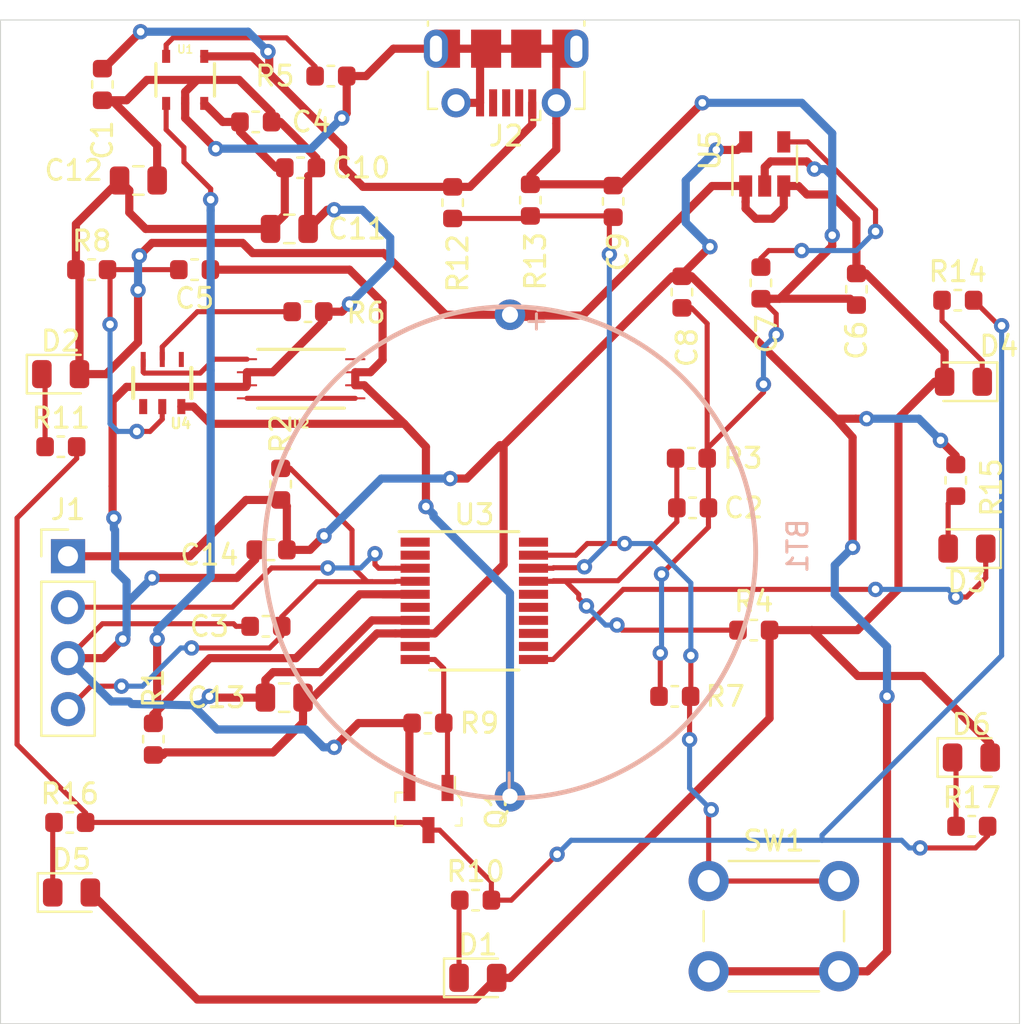
<source format=kicad_pcb>
(kicad_pcb (version 20171130) (host pcbnew "(5.1.5)-3")

  (general
    (thickness 1.6)
    (drawings 4)
    (tracks 514)
    (zones 0)
    (modules 47)
    (nets 43)
  )

  (page A4)
  (layers
    (0 F.Cu signal)
    (31 B.Cu signal)
    (32 B.Adhes user)
    (33 F.Adhes user)
    (34 B.Paste user)
    (35 F.Paste user)
    (36 B.SilkS user)
    (37 F.SilkS user)
    (38 B.Mask user)
    (39 F.Mask user)
    (40 Dwgs.User user)
    (41 Cmts.User user)
    (42 Eco1.User user)
    (43 Eco2.User user)
    (44 Edge.Cuts user)
    (45 Margin user)
    (46 B.CrtYd user)
    (47 F.CrtYd user)
    (48 B.Fab user)
    (49 F.Fab user)
  )

  (setup
    (last_trace_width 0.4064)
    (user_trace_width 0.4064)
    (user_trace_width 0.6096)
    (user_trace_width 0.762)
    (trace_clearance 0.1778)
    (zone_clearance 0.508)
    (zone_45_only no)
    (trace_min 0.1524)
    (via_size 0.762)
    (via_drill 0.381)
    (via_min_size 0.6858)
    (via_min_drill 0.3302)
    (uvia_size 0.762)
    (uvia_drill 0.381)
    (uvias_allowed no)
    (uvia_min_size 0.6858)
    (uvia_min_drill 0.3302)
    (edge_width 0.05)
    (segment_width 0.2)
    (pcb_text_width 0.3)
    (pcb_text_size 1.5 1.5)
    (mod_edge_width 0.12)
    (mod_text_size 1 1)
    (mod_text_width 0.15)
    (pad_size 1.524 1.524)
    (pad_drill 0.762)
    (pad_to_mask_clearance 0.0508)
    (solder_mask_min_width 0.1016)
    (aux_axis_origin 0 0)
    (visible_elements 7FFDFFFF)
    (pcbplotparams
      (layerselection 0x010fc_ffffffff)
      (usegerberextensions false)
      (usegerberattributes false)
      (usegerberadvancedattributes false)
      (creategerberjobfile false)
      (excludeedgelayer true)
      (linewidth 0.100000)
      (plotframeref false)
      (viasonmask false)
      (mode 1)
      (useauxorigin false)
      (hpglpennumber 1)
      (hpglpenspeed 20)
      (hpglpendiameter 15.000000)
      (psnegative false)
      (psa4output false)
      (plotreference true)
      (plotvalue true)
      (plotinvisibletext false)
      (padsonsilk false)
      (subtractmaskfromsilk false)
      (outputformat 1)
      (mirror false)
      (drillshape 1)
      (scaleselection 1)
      (outputdirectory ""))
  )

  (net 0 "")
  (net 1 /Battery-)
  (net 2 /3.6V)
  (net 3 GND)
  (net 4 /usb+)
  (net 5 /PB7)
  (net 6 /NRST)
  (net 7 "Net-(C5-Pad2)")
  (net 8 "Net-(C7-Pad1)")
  (net 9 /2.8V)
  (net 10 /Charging_stat)
  (net 11 "Net-(D1-Pad1)")
  (net 12 "Net-(D2-Pad1)")
  (net 13 "Net-(D3-Pad2)")
  (net 14 /Battery_low)
  (net 15 "Net-(D4-Pad1)")
  (net 16 "Net-(D5-Pad1)")
  (net 17 "Net-(D6-Pad1)")
  (net 18 /SWIM)
  (net 19 "Net-(J2-Pad2)")
  (net 20 "Net-(J2-Pad4)")
  (net 21 "Net-(J2-Pad3)")
  (net 22 "Net-(Q1-Pad3)")
  (net 23 /PB0)
  (net 24 /charging)
  (net 25 "Net-(R5-Pad2)")
  (net 26 "Net-(R6-Pad1)")
  (net 27 "Net-(R7-Pad2)")
  (net 28 "Net-(U2-Pad1)")
  (net 29 "Net-(U2-Pad4)")
  (net 30 "Net-(U2-Pad5)")
  (net 31 "Net-(U3-Pad1)")
  (net 32 "Net-(U3-Pad2)")
  (net 33 "Net-(U3-Pad6)")
  (net 34 "Net-(U3-Pad9)")
  (net 35 "Net-(U3-Pad12)")
  (net 36 "Net-(U3-Pad13)")
  (net 37 "Net-(U3-Pad14)")
  (net 38 "Net-(U3-Pad15)")
  (net 39 "Net-(U3-Pad16)")
  (net 40 "Net-(U3-Pad20)")
  (net 41 "Net-(U4-Pad4)")
  (net 42 "Net-(U4-Pad1)")

  (net_class Default "This is the default net class."
    (clearance 0.1778)
    (trace_width 0.254)
    (via_dia 0.762)
    (via_drill 0.381)
    (uvia_dia 0.762)
    (uvia_drill 0.381)
    (add_net /2.8V)
    (add_net /3.6V)
    (add_net /Battery-)
    (add_net /Battery_low)
    (add_net /Charging_stat)
    (add_net /NRST)
    (add_net /PB0)
    (add_net /PB7)
    (add_net /SWIM)
    (add_net /charging)
    (add_net /usb+)
    (add_net GND)
    (add_net "Net-(C5-Pad2)")
    (add_net "Net-(C7-Pad1)")
    (add_net "Net-(D1-Pad1)")
    (add_net "Net-(D2-Pad1)")
    (add_net "Net-(D3-Pad2)")
    (add_net "Net-(D4-Pad1)")
    (add_net "Net-(D5-Pad1)")
    (add_net "Net-(D6-Pad1)")
    (add_net "Net-(J2-Pad2)")
    (add_net "Net-(J2-Pad3)")
    (add_net "Net-(J2-Pad4)")
    (add_net "Net-(Q1-Pad3)")
    (add_net "Net-(R5-Pad2)")
    (add_net "Net-(R6-Pad1)")
    (add_net "Net-(R7-Pad2)")
    (add_net "Net-(U2-Pad1)")
    (add_net "Net-(U2-Pad4)")
    (add_net "Net-(U2-Pad5)")
    (add_net "Net-(U3-Pad1)")
    (add_net "Net-(U3-Pad12)")
    (add_net "Net-(U3-Pad13)")
    (add_net "Net-(U3-Pad14)")
    (add_net "Net-(U3-Pad15)")
    (add_net "Net-(U3-Pad16)")
    (add_net "Net-(U3-Pad2)")
    (add_net "Net-(U3-Pad20)")
    (add_net "Net-(U3-Pad6)")
    (add_net "Net-(U3-Pad9)")
    (add_net "Net-(U4-Pad1)")
    (add_net "Net-(U4-Pad4)")
  )

  (module Resistor_SMD:R_0603_1608Metric (layer F.Cu) (tedit 5B301BBD) (tstamp 5E4BDD04)
    (at 169.1385 72.39)
    (descr "Resistor SMD 0603 (1608 Metric), square (rectangular) end terminal, IPC_7351 nominal, (Body size source: http://www.tortai-tech.com/upload/download/2011102023233369053.pdf), generated with kicad-footprint-generator")
    (tags resistor)
    (path /5E52D2E1)
    (attr smd)
    (fp_text reference R8 (at 0 -1.43) (layer F.SilkS)
      (effects (font (size 1 1) (thickness 0.15)))
    )
    (fp_text value 100R (at 0 1.43) (layer F.Fab)
      (effects (font (size 1 1) (thickness 0.15)))
    )
    (fp_line (start -0.8 0.4) (end -0.8 -0.4) (layer F.Fab) (width 0.1))
    (fp_line (start -0.8 -0.4) (end 0.8 -0.4) (layer F.Fab) (width 0.1))
    (fp_line (start 0.8 -0.4) (end 0.8 0.4) (layer F.Fab) (width 0.1))
    (fp_line (start 0.8 0.4) (end -0.8 0.4) (layer F.Fab) (width 0.1))
    (fp_line (start -0.162779 -0.51) (end 0.162779 -0.51) (layer F.SilkS) (width 0.12))
    (fp_line (start -0.162779 0.51) (end 0.162779 0.51) (layer F.SilkS) (width 0.12))
    (fp_line (start -1.48 0.73) (end -1.48 -0.73) (layer F.CrtYd) (width 0.05))
    (fp_line (start -1.48 -0.73) (end 1.48 -0.73) (layer F.CrtYd) (width 0.05))
    (fp_line (start 1.48 -0.73) (end 1.48 0.73) (layer F.CrtYd) (width 0.05))
    (fp_line (start 1.48 0.73) (end -1.48 0.73) (layer F.CrtYd) (width 0.05))
    (fp_text user %R (at 0 0) (layer F.Fab)
      (effects (font (size 0.4 0.4) (thickness 0.06)))
    )
    (pad 1 smd roundrect (at -0.7875 0) (size 0.875 0.95) (layers F.Cu F.Paste F.Mask) (roundrect_rratio 0.25)
      (net 2 /3.6V))
    (pad 2 smd roundrect (at 0.7875 0) (size 0.875 0.95) (layers F.Cu F.Paste F.Mask) (roundrect_rratio 0.25)
      (net 7 "Net-(C5-Pad2)"))
    (model ${KISYS3DMOD}/Resistor_SMD.3dshapes/R_0603_1608Metric.wrl
      (at (xyz 0 0 0))
      (scale (xyz 1 1 1))
      (rotate (xyz 0 0 0))
    )
  )

  (module task1:lir2477 (layer B.Cu) (tedit 5E4A8030) (tstamp 5E4C6DEA)
    (at 189.992 86.487 270)
    (path /5E52DCFF)
    (fp_text reference BT1 (at -0.32258 -14.34846 90) (layer B.SilkS)
      (effects (font (size 1 1) (thickness 0.15)) (justify mirror))
    )
    (fp_text value Battery_Cell (at -0.0762 14.5923 90) (layer B.Fab)
      (effects (font (size 1 1) (thickness 0.15)) (justify mirror))
    )
    (fp_circle (center 0 0) (end 12.25 0) (layer B.Fab) (width 0.12))
    (fp_circle (center 0 0) (end 12.25 0) (layer B.SilkS) (width 0.24))
    (fp_text user + (at -11.51382 -1.2446 90) (layer B.SilkS)
      (effects (font (size 1 1) (thickness 0.15)) (justify mirror))
    )
    (fp_text user - (at 11.37158 0.1143 90) (layer B.SilkS)
      (effects (font (size 1 1) (thickness 0.15)) (justify mirror))
    )
    (pad 2 thru_hole circle (at 12.16 0 270) (size 1.524 1.524) (drill 0.762) (layers *.Cu *.Mask)
      (net 1 /Battery-))
    (pad 1 thru_hole circle (at -11.8491 0 180) (size 1.524 1.524) (drill 0.8) (layers *.Cu *.Mask)
      (net 2 /3.6V))
  )

  (module Capacitor_SMD:C_0603_1608Metric (layer F.Cu) (tedit 5B301BBE) (tstamp 5E4C8639)
    (at 169.672 63.157 270)
    (descr "Capacitor SMD 0603 (1608 Metric), square (rectangular) end terminal, IPC_7351 nominal, (Body size source: http://www.tortai-tech.com/upload/download/2011102023233369053.pdf), generated with kicad-footprint-generator")
    (tags capacitor)
    (path /5E57C0E7)
    (attr smd)
    (fp_text reference C1 (at 2.7685 0 90) (layer F.SilkS)
      (effects (font (size 1 1) (thickness 0.15)))
    )
    (fp_text value 4.7uF (at 0 1.43 90) (layer F.Fab)
      (effects (font (size 1 1) (thickness 0.15)))
    )
    (fp_text user %R (at 0 0 90) (layer F.Fab)
      (effects (font (size 0.4 0.4) (thickness 0.06)))
    )
    (fp_line (start 1.48 0.73) (end -1.48 0.73) (layer F.CrtYd) (width 0.05))
    (fp_line (start 1.48 -0.73) (end 1.48 0.73) (layer F.CrtYd) (width 0.05))
    (fp_line (start -1.48 -0.73) (end 1.48 -0.73) (layer F.CrtYd) (width 0.05))
    (fp_line (start -1.48 0.73) (end -1.48 -0.73) (layer F.CrtYd) (width 0.05))
    (fp_line (start -0.162779 0.51) (end 0.162779 0.51) (layer F.SilkS) (width 0.12))
    (fp_line (start -0.162779 -0.51) (end 0.162779 -0.51) (layer F.SilkS) (width 0.12))
    (fp_line (start 0.8 0.4) (end -0.8 0.4) (layer F.Fab) (width 0.1))
    (fp_line (start 0.8 -0.4) (end 0.8 0.4) (layer F.Fab) (width 0.1))
    (fp_line (start -0.8 -0.4) (end 0.8 -0.4) (layer F.Fab) (width 0.1))
    (fp_line (start -0.8 0.4) (end -0.8 -0.4) (layer F.Fab) (width 0.1))
    (pad 2 smd roundrect (at 0.7875 0 270) (size 0.875 0.95) (layers F.Cu F.Paste F.Mask) (roundrect_rratio 0.25)
      (net 3 GND))
    (pad 1 smd roundrect (at -0.7875 0 270) (size 0.875 0.95) (layers F.Cu F.Paste F.Mask) (roundrect_rratio 0.25)
      (net 4 /usb+))
    (model ${KISYS3DMOD}/Capacitor_SMD.3dshapes/C_0603_1608Metric.wrl
      (at (xyz 0 0 0))
      (scale (xyz 1 1 1))
      (rotate (xyz 0 0 0))
    )
  )

  (module Capacitor_SMD:C_0603_1608Metric (layer F.Cu) (tedit 5B301BBE) (tstamp 5E4C1084)
    (at 199.098 84.2645 180)
    (descr "Capacitor SMD 0603 (1608 Metric), square (rectangular) end terminal, IPC_7351 nominal, (Body size source: http://www.tortai-tech.com/upload/download/2011102023233369053.pdf), generated with kicad-footprint-generator")
    (tags capacitor)
    (path /5E67CEE2)
    (attr smd)
    (fp_text reference C2 (at -2.54 0) (layer F.SilkS)
      (effects (font (size 1 1) (thickness 0.15)))
    )
    (fp_text value 0.1uF (at 0 1.43) (layer F.Fab)
      (effects (font (size 1 1) (thickness 0.15)))
    )
    (fp_text user %R (at 0 0) (layer F.Fab)
      (effects (font (size 0.4 0.4) (thickness 0.06)))
    )
    (fp_line (start 1.48 0.73) (end -1.48 0.73) (layer F.CrtYd) (width 0.05))
    (fp_line (start 1.48 -0.73) (end 1.48 0.73) (layer F.CrtYd) (width 0.05))
    (fp_line (start -1.48 -0.73) (end 1.48 -0.73) (layer F.CrtYd) (width 0.05))
    (fp_line (start -1.48 0.73) (end -1.48 -0.73) (layer F.CrtYd) (width 0.05))
    (fp_line (start -0.162779 0.51) (end 0.162779 0.51) (layer F.SilkS) (width 0.12))
    (fp_line (start -0.162779 -0.51) (end 0.162779 -0.51) (layer F.SilkS) (width 0.12))
    (fp_line (start 0.8 0.4) (end -0.8 0.4) (layer F.Fab) (width 0.1))
    (fp_line (start 0.8 -0.4) (end 0.8 0.4) (layer F.Fab) (width 0.1))
    (fp_line (start -0.8 -0.4) (end 0.8 -0.4) (layer F.Fab) (width 0.1))
    (fp_line (start -0.8 0.4) (end -0.8 -0.4) (layer F.Fab) (width 0.1))
    (pad 2 smd roundrect (at 0.7875 0 180) (size 0.875 0.95) (layers F.Cu F.Paste F.Mask) (roundrect_rratio 0.25)
      (net 5 /PB7))
    (pad 1 smd roundrect (at -0.7875 0 180) (size 0.875 0.95) (layers F.Cu F.Paste F.Mask) (roundrect_rratio 0.25)
      (net 3 GND))
    (model ${KISYS3DMOD}/Capacitor_SMD.3dshapes/C_0603_1608Metric.wrl
      (at (xyz 0 0 0))
      (scale (xyz 1 1 1))
      (rotate (xyz 0 0 0))
    )
  )

  (module Capacitor_SMD:C_0603_1608Metric (layer F.Cu) (tedit 5B301BBE) (tstamp 5E4C5302)
    (at 177.8255 90.17 180)
    (descr "Capacitor SMD 0603 (1608 Metric), square (rectangular) end terminal, IPC_7351 nominal, (Body size source: http://www.tortai-tech.com/upload/download/2011102023233369053.pdf), generated with kicad-footprint-generator")
    (tags capacitor)
    (path /5E64FAB3)
    (attr smd)
    (fp_text reference C3 (at 2.8195 0) (layer F.SilkS)
      (effects (font (size 1 1) (thickness 0.15)))
    )
    (fp_text value 0.1uF (at -3.302 0) (layer F.Fab)
      (effects (font (size 1 1) (thickness 0.15)))
    )
    (fp_line (start -0.8 0.4) (end -0.8 -0.4) (layer F.Fab) (width 0.1))
    (fp_line (start -0.8 -0.4) (end 0.8 -0.4) (layer F.Fab) (width 0.1))
    (fp_line (start 0.8 -0.4) (end 0.8 0.4) (layer F.Fab) (width 0.1))
    (fp_line (start 0.8 0.4) (end -0.8 0.4) (layer F.Fab) (width 0.1))
    (fp_line (start -0.162779 -0.51) (end 0.162779 -0.51) (layer F.SilkS) (width 0.12))
    (fp_line (start -0.162779 0.51) (end 0.162779 0.51) (layer F.SilkS) (width 0.12))
    (fp_line (start -1.48 0.73) (end -1.48 -0.73) (layer F.CrtYd) (width 0.05))
    (fp_line (start -1.48 -0.73) (end 1.48 -0.73) (layer F.CrtYd) (width 0.05))
    (fp_line (start 1.48 -0.73) (end 1.48 0.73) (layer F.CrtYd) (width 0.05))
    (fp_line (start 1.48 0.73) (end -1.48 0.73) (layer F.CrtYd) (width 0.05))
    (fp_text user %R (at 0 0) (layer F.Fab)
      (effects (font (size 0.4 0.4) (thickness 0.06)))
    )
    (pad 1 smd roundrect (at -0.7875 0 180) (size 0.875 0.95) (layers F.Cu F.Paste F.Mask) (roundrect_rratio 0.25)
      (net 6 /NRST))
    (pad 2 smd roundrect (at 0.7875 0 180) (size 0.875 0.95) (layers F.Cu F.Paste F.Mask) (roundrect_rratio 0.25)
      (net 3 GND))
    (model ${KISYS3DMOD}/Capacitor_SMD.3dshapes/C_0603_1608Metric.wrl
      (at (xyz 0 0 0))
      (scale (xyz 1 1 1))
      (rotate (xyz 0 0 0))
    )
  )

  (module Capacitor_SMD:C_0603_1608Metric (layer F.Cu) (tedit 5B301BBE) (tstamp 5E4BE807)
    (at 177.3175 65.024)
    (descr "Capacitor SMD 0603 (1608 Metric), square (rectangular) end terminal, IPC_7351 nominal, (Body size source: http://www.tortai-tech.com/upload/download/2011102023233369053.pdf), generated with kicad-footprint-generator")
    (tags capacitor)
    (path /5E57CA5C)
    (attr smd)
    (fp_text reference C4 (at 2.7685 0) (layer F.SilkS)
      (effects (font (size 1 1) (thickness 0.15)))
    )
    (fp_text value 10uF (at 0 1.43) (layer F.Fab)
      (effects (font (size 1 1) (thickness 0.15)))
    )
    (fp_line (start -0.8 0.4) (end -0.8 -0.4) (layer F.Fab) (width 0.1))
    (fp_line (start -0.8 -0.4) (end 0.8 -0.4) (layer F.Fab) (width 0.1))
    (fp_line (start 0.8 -0.4) (end 0.8 0.4) (layer F.Fab) (width 0.1))
    (fp_line (start 0.8 0.4) (end -0.8 0.4) (layer F.Fab) (width 0.1))
    (fp_line (start -0.162779 -0.51) (end 0.162779 -0.51) (layer F.SilkS) (width 0.12))
    (fp_line (start -0.162779 0.51) (end 0.162779 0.51) (layer F.SilkS) (width 0.12))
    (fp_line (start -1.48 0.73) (end -1.48 -0.73) (layer F.CrtYd) (width 0.05))
    (fp_line (start -1.48 -0.73) (end 1.48 -0.73) (layer F.CrtYd) (width 0.05))
    (fp_line (start 1.48 -0.73) (end 1.48 0.73) (layer F.CrtYd) (width 0.05))
    (fp_line (start 1.48 0.73) (end -1.48 0.73) (layer F.CrtYd) (width 0.05))
    (fp_text user %R (at 0 0) (layer F.Fab)
      (effects (font (size 0.4 0.4) (thickness 0.06)))
    )
    (pad 1 smd roundrect (at -0.7875 0) (size 0.875 0.95) (layers F.Cu F.Paste F.Mask) (roundrect_rratio 0.25)
      (net 2 /3.6V))
    (pad 2 smd roundrect (at 0.7875 0) (size 0.875 0.95) (layers F.Cu F.Paste F.Mask) (roundrect_rratio 0.25)
      (net 3 GND))
    (model ${KISYS3DMOD}/Capacitor_SMD.3dshapes/C_0603_1608Metric.wrl
      (at (xyz 0 0 0))
      (scale (xyz 1 1 1))
      (rotate (xyz 0 0 0))
    )
  )

  (module Capacitor_SMD:C_0603_1608Metric (layer F.Cu) (tedit 5B301BBE) (tstamp 5E4C8F77)
    (at 174.2695 72.39 180)
    (descr "Capacitor SMD 0603 (1608 Metric), square (rectangular) end terminal, IPC_7351 nominal, (Body size source: http://www.tortai-tech.com/upload/download/2011102023233369053.pdf), generated with kicad-footprint-generator")
    (tags capacitor)
    (path /5E52AF4A)
    (attr smd)
    (fp_text reference C5 (at 0 -1.43) (layer F.SilkS)
      (effects (font (size 1 1) (thickness 0.15)))
    )
    (fp_text value 0.1uF (at 0 1.43) (layer F.Fab)
      (effects (font (size 1 1) (thickness 0.15)))
    )
    (fp_text user %R (at 0 0) (layer F.Fab)
      (effects (font (size 0.4 0.4) (thickness 0.06)))
    )
    (fp_line (start 1.48 0.73) (end -1.48 0.73) (layer F.CrtYd) (width 0.05))
    (fp_line (start 1.48 -0.73) (end 1.48 0.73) (layer F.CrtYd) (width 0.05))
    (fp_line (start -1.48 -0.73) (end 1.48 -0.73) (layer F.CrtYd) (width 0.05))
    (fp_line (start -1.48 0.73) (end -1.48 -0.73) (layer F.CrtYd) (width 0.05))
    (fp_line (start -0.162779 0.51) (end 0.162779 0.51) (layer F.SilkS) (width 0.12))
    (fp_line (start -0.162779 -0.51) (end 0.162779 -0.51) (layer F.SilkS) (width 0.12))
    (fp_line (start 0.8 0.4) (end -0.8 0.4) (layer F.Fab) (width 0.1))
    (fp_line (start 0.8 -0.4) (end 0.8 0.4) (layer F.Fab) (width 0.1))
    (fp_line (start -0.8 -0.4) (end 0.8 -0.4) (layer F.Fab) (width 0.1))
    (fp_line (start -0.8 0.4) (end -0.8 -0.4) (layer F.Fab) (width 0.1))
    (pad 2 smd roundrect (at 0.7875 0 180) (size 0.875 0.95) (layers F.Cu F.Paste F.Mask) (roundrect_rratio 0.25)
      (net 7 "Net-(C5-Pad2)"))
    (pad 1 smd roundrect (at -0.7875 0 180) (size 0.875 0.95) (layers F.Cu F.Paste F.Mask) (roundrect_rratio 0.25)
      (net 1 /Battery-))
    (model ${KISYS3DMOD}/Capacitor_SMD.3dshapes/C_0603_1608Metric.wrl
      (at (xyz 0 0 0))
      (scale (xyz 1 1 1))
      (rotate (xyz 0 0 0))
    )
  )

  (module Capacitor_SMD:C_0603_1608Metric (layer F.Cu) (tedit 5B301BBE) (tstamp 5E4C10C8)
    (at 207.264 73.368 270)
    (descr "Capacitor SMD 0603 (1608 Metric), square (rectangular) end terminal, IPC_7351 nominal, (Body size source: http://www.tortai-tech.com/upload/download/2011102023233369053.pdf), generated with kicad-footprint-generator")
    (tags capacitor)
    (path /5E52CAC4)
    (attr smd)
    (fp_text reference C6 (at 2.54 0 90) (layer F.SilkS)
      (effects (font (size 1 1) (thickness 0.15)))
    )
    (fp_text value 0.1uF (at 0 1.43 90) (layer F.Fab)
      (effects (font (size 1 1) (thickness 0.15)))
    )
    (fp_line (start -0.8 0.4) (end -0.8 -0.4) (layer F.Fab) (width 0.1))
    (fp_line (start -0.8 -0.4) (end 0.8 -0.4) (layer F.Fab) (width 0.1))
    (fp_line (start 0.8 -0.4) (end 0.8 0.4) (layer F.Fab) (width 0.1))
    (fp_line (start 0.8 0.4) (end -0.8 0.4) (layer F.Fab) (width 0.1))
    (fp_line (start -0.162779 -0.51) (end 0.162779 -0.51) (layer F.SilkS) (width 0.12))
    (fp_line (start -0.162779 0.51) (end 0.162779 0.51) (layer F.SilkS) (width 0.12))
    (fp_line (start -1.48 0.73) (end -1.48 -0.73) (layer F.CrtYd) (width 0.05))
    (fp_line (start -1.48 -0.73) (end 1.48 -0.73) (layer F.CrtYd) (width 0.05))
    (fp_line (start 1.48 -0.73) (end 1.48 0.73) (layer F.CrtYd) (width 0.05))
    (fp_line (start 1.48 0.73) (end -1.48 0.73) (layer F.CrtYd) (width 0.05))
    (fp_text user %R (at 0 0) (layer F.Fab)
      (effects (font (size 0.4 0.4) (thickness 0.06)))
    )
    (pad 1 smd roundrect (at -0.7875 0 270) (size 0.875 0.95) (layers F.Cu F.Paste F.Mask) (roundrect_rratio 0.25)
      (net 2 /3.6V))
    (pad 2 smd roundrect (at 0.7875 0 270) (size 0.875 0.95) (layers F.Cu F.Paste F.Mask) (roundrect_rratio 0.25)
      (net 3 GND))
    (model ${KISYS3DMOD}/Capacitor_SMD.3dshapes/C_0603_1608Metric.wrl
      (at (xyz 0 0 0))
      (scale (xyz 1 1 1))
      (rotate (xyz 0 0 0))
    )
  )

  (module Capacitor_SMD:C_0603_1608Metric (layer F.Cu) (tedit 5B301BBE) (tstamp 5E4BF08D)
    (at 202.5015 73.0505 270)
    (descr "Capacitor SMD 0603 (1608 Metric), square (rectangular) end terminal, IPC_7351 nominal, (Body size source: http://www.tortai-tech.com/upload/download/2011102023233369053.pdf), generated with kicad-footprint-generator")
    (tags capacitor)
    (path /5E52C182)
    (attr smd)
    (fp_text reference C7 (at 2.54 -0.2795 90) (layer F.SilkS)
      (effects (font (size 1 1) (thickness 0.15)))
    )
    (fp_text value 470pF (at 0 1.43 90) (layer F.Fab)
      (effects (font (size 1 1) (thickness 0.15)))
    )
    (fp_line (start -0.8 0.4) (end -0.8 -0.4) (layer F.Fab) (width 0.1))
    (fp_line (start -0.8 -0.4) (end 0.8 -0.4) (layer F.Fab) (width 0.1))
    (fp_line (start 0.8 -0.4) (end 0.8 0.4) (layer F.Fab) (width 0.1))
    (fp_line (start 0.8 0.4) (end -0.8 0.4) (layer F.Fab) (width 0.1))
    (fp_line (start -0.162779 -0.51) (end 0.162779 -0.51) (layer F.SilkS) (width 0.12))
    (fp_line (start -0.162779 0.51) (end 0.162779 0.51) (layer F.SilkS) (width 0.12))
    (fp_line (start -1.48 0.73) (end -1.48 -0.73) (layer F.CrtYd) (width 0.05))
    (fp_line (start -1.48 -0.73) (end 1.48 -0.73) (layer F.CrtYd) (width 0.05))
    (fp_line (start 1.48 -0.73) (end 1.48 0.73) (layer F.CrtYd) (width 0.05))
    (fp_line (start 1.48 0.73) (end -1.48 0.73) (layer F.CrtYd) (width 0.05))
    (fp_text user %R (at 0 0 90) (layer F.Fab)
      (effects (font (size 0.4 0.4) (thickness 0.06)))
    )
    (pad 1 smd roundrect (at -0.7875 0 270) (size 0.875 0.95) (layers F.Cu F.Paste F.Mask) (roundrect_rratio 0.25)
      (net 8 "Net-(C7-Pad1)"))
    (pad 2 smd roundrect (at 0.7875 0 270) (size 0.875 0.95) (layers F.Cu F.Paste F.Mask) (roundrect_rratio 0.25)
      (net 3 GND))
    (model ${KISYS3DMOD}/Capacitor_SMD.3dshapes/C_0603_1608Metric.wrl
      (at (xyz 0 0 0))
      (scale (xyz 1 1 1))
      (rotate (xyz 0 0 0))
    )
  )

  (module Capacitor_SMD:C_0603_1608Metric (layer F.Cu) (tedit 5B301BBE) (tstamp 5E4C6B48)
    (at 198.5645 73.5075 270)
    (descr "Capacitor SMD 0603 (1608 Metric), square (rectangular) end terminal, IPC_7351 nominal, (Body size source: http://www.tortai-tech.com/upload/download/2011102023233369053.pdf), generated with kicad-footprint-generator")
    (tags capacitor)
    (path /5E52BAF7)
    (attr smd)
    (fp_text reference C8 (at 2.7685 -0.254 90) (layer F.SilkS)
      (effects (font (size 1 1) (thickness 0.15)))
    )
    (fp_text value 2.2uF (at 0 1.43 90) (layer F.Fab)
      (effects (font (size 1 1) (thickness 0.15)))
    )
    (fp_text user %R (at 0 0 180) (layer F.Fab)
      (effects (font (size 0.4 0.4) (thickness 0.06)))
    )
    (fp_line (start 1.48 0.73) (end -1.48 0.73) (layer F.CrtYd) (width 0.05))
    (fp_line (start 1.48 -0.73) (end 1.48 0.73) (layer F.CrtYd) (width 0.05))
    (fp_line (start -1.48 -0.73) (end 1.48 -0.73) (layer F.CrtYd) (width 0.05))
    (fp_line (start -1.48 0.73) (end -1.48 -0.73) (layer F.CrtYd) (width 0.05))
    (fp_line (start -0.162779 0.51) (end 0.162779 0.51) (layer F.SilkS) (width 0.12))
    (fp_line (start -0.162779 -0.51) (end 0.162779 -0.51) (layer F.SilkS) (width 0.12))
    (fp_line (start 0.8 0.4) (end -0.8 0.4) (layer F.Fab) (width 0.1))
    (fp_line (start 0.8 -0.4) (end 0.8 0.4) (layer F.Fab) (width 0.1))
    (fp_line (start -0.8 -0.4) (end 0.8 -0.4) (layer F.Fab) (width 0.1))
    (fp_line (start -0.8 0.4) (end -0.8 -0.4) (layer F.Fab) (width 0.1))
    (pad 2 smd roundrect (at 0.7875 0 270) (size 0.875 0.95) (layers F.Cu F.Paste F.Mask) (roundrect_rratio 0.25)
      (net 3 GND))
    (pad 1 smd roundrect (at -0.7875 0 270) (size 0.875 0.95) (layers F.Cu F.Paste F.Mask) (roundrect_rratio 0.25)
      (net 9 /2.8V))
    (model ${KISYS3DMOD}/Capacitor_SMD.3dshapes/C_0603_1608Metric.wrl
      (at (xyz 0 0 0))
      (scale (xyz 1 1 1))
      (rotate (xyz 0 0 0))
    )
  )

  (module Capacitor_SMD:C_0603_1608Metric (layer F.Cu) (tedit 5B301BBE) (tstamp 5E4BEC74)
    (at 195.1355 68.9865 90)
    (descr "Capacitor SMD 0603 (1608 Metric), square (rectangular) end terminal, IPC_7351 nominal, (Body size source: http://www.tortai-tech.com/upload/download/2011102023233369053.pdf), generated with kicad-footprint-generator")
    (tags capacitor)
    (path /5E5531FE)
    (attr smd)
    (fp_text reference C9 (at -2.5145 0.254 90) (layer F.SilkS)
      (effects (font (size 1 1) (thickness 0.15)))
    )
    (fp_text value 0.1uF (at 0 1.43 90) (layer F.Fab)
      (effects (font (size 1 1) (thickness 0.15)))
    )
    (fp_text user %R (at 0 0 90) (layer F.Fab)
      (effects (font (size 0.4 0.4) (thickness 0.06)))
    )
    (fp_line (start 1.48 0.73) (end -1.48 0.73) (layer F.CrtYd) (width 0.05))
    (fp_line (start 1.48 -0.73) (end 1.48 0.73) (layer F.CrtYd) (width 0.05))
    (fp_line (start -1.48 -0.73) (end 1.48 -0.73) (layer F.CrtYd) (width 0.05))
    (fp_line (start -1.48 0.73) (end -1.48 -0.73) (layer F.CrtYd) (width 0.05))
    (fp_line (start -0.162779 0.51) (end 0.162779 0.51) (layer F.SilkS) (width 0.12))
    (fp_line (start -0.162779 -0.51) (end 0.162779 -0.51) (layer F.SilkS) (width 0.12))
    (fp_line (start 0.8 0.4) (end -0.8 0.4) (layer F.Fab) (width 0.1))
    (fp_line (start 0.8 -0.4) (end 0.8 0.4) (layer F.Fab) (width 0.1))
    (fp_line (start -0.8 -0.4) (end 0.8 -0.4) (layer F.Fab) (width 0.1))
    (fp_line (start -0.8 0.4) (end -0.8 -0.4) (layer F.Fab) (width 0.1))
    (pad 2 smd roundrect (at 0.7875 0 90) (size 0.875 0.95) (layers F.Cu F.Paste F.Mask) (roundrect_rratio 0.25)
      (net 3 GND))
    (pad 1 smd roundrect (at -0.7875 0 90) (size 0.875 0.95) (layers F.Cu F.Paste F.Mask) (roundrect_rratio 0.25)
      (net 10 /Charging_stat))
    (model ${KISYS3DMOD}/Capacitor_SMD.3dshapes/C_0603_1608Metric.wrl
      (at (xyz 0 0 0))
      (scale (xyz 1 1 1))
      (rotate (xyz 0 0 0))
    )
  )

  (module Capacitor_SMD:C_0603_1608Metric (layer F.Cu) (tedit 5B301BBE) (tstamp 5E4BE720)
    (at 179.5525 67.31)
    (descr "Capacitor SMD 0603 (1608 Metric), square (rectangular) end terminal, IPC_7351 nominal, (Body size source: http://www.tortai-tech.com/upload/download/2011102023233369053.pdf), generated with kicad-footprint-generator")
    (tags capacitor)
    (path /5E4AB4D8)
    (attr smd)
    (fp_text reference C10 (at 3.0225 0) (layer F.SilkS)
      (effects (font (size 1 1) (thickness 0.15)))
    )
    (fp_text value 1uF (at 0 1.43) (layer F.Fab)
      (effects (font (size 1 1) (thickness 0.15)))
    )
    (fp_line (start -0.8 0.4) (end -0.8 -0.4) (layer F.Fab) (width 0.1))
    (fp_line (start -0.8 -0.4) (end 0.8 -0.4) (layer F.Fab) (width 0.1))
    (fp_line (start 0.8 -0.4) (end 0.8 0.4) (layer F.Fab) (width 0.1))
    (fp_line (start 0.8 0.4) (end -0.8 0.4) (layer F.Fab) (width 0.1))
    (fp_line (start -0.162779 -0.51) (end 0.162779 -0.51) (layer F.SilkS) (width 0.12))
    (fp_line (start -0.162779 0.51) (end 0.162779 0.51) (layer F.SilkS) (width 0.12))
    (fp_line (start -1.48 0.73) (end -1.48 -0.73) (layer F.CrtYd) (width 0.05))
    (fp_line (start -1.48 -0.73) (end 1.48 -0.73) (layer F.CrtYd) (width 0.05))
    (fp_line (start 1.48 -0.73) (end 1.48 0.73) (layer F.CrtYd) (width 0.05))
    (fp_line (start 1.48 0.73) (end -1.48 0.73) (layer F.CrtYd) (width 0.05))
    (fp_text user %R (at 0 0) (layer F.Fab)
      (effects (font (size 0.4 0.4) (thickness 0.06)))
    )
    (pad 1 smd roundrect (at -0.7875 0) (size 0.875 0.95) (layers F.Cu F.Paste F.Mask) (roundrect_rratio 0.25)
      (net 2 /3.6V))
    (pad 2 smd roundrect (at 0.7875 0) (size 0.875 0.95) (layers F.Cu F.Paste F.Mask) (roundrect_rratio 0.25)
      (net 3 GND))
    (model ${KISYS3DMOD}/Capacitor_SMD.3dshapes/C_0603_1608Metric.wrl
      (at (xyz 0 0 0))
      (scale (xyz 1 1 1))
      (rotate (xyz 0 0 0))
    )
  )

  (module LED_SMD:LED_0805_2012Metric (layer F.Cu) (tedit 5B36C52C) (tstamp 5E4C6071)
    (at 188.3895 107.696)
    (descr "LED SMD 0805 (2012 Metric), square (rectangular) end terminal, IPC_7351 nominal, (Body size source: https://docs.google.com/spreadsheets/d/1BsfQQcO9C6DZCsRaXUlFlo91Tg2WpOkGARC1WS5S8t0/edit?usp=sharing), generated with kicad-footprint-generator")
    (tags diode)
    (path /5E471284)
    (attr smd)
    (fp_text reference D1 (at 0 -1.65) (layer F.SilkS)
      (effects (font (size 1 1) (thickness 0.15)))
    )
    (fp_text value LED (at 0 1.65) (layer F.Fab)
      (effects (font (size 1 1) (thickness 0.15)))
    )
    (fp_line (start 1 -0.6) (end -0.7 -0.6) (layer F.Fab) (width 0.1))
    (fp_line (start -0.7 -0.6) (end -1 -0.3) (layer F.Fab) (width 0.1))
    (fp_line (start -1 -0.3) (end -1 0.6) (layer F.Fab) (width 0.1))
    (fp_line (start -1 0.6) (end 1 0.6) (layer F.Fab) (width 0.1))
    (fp_line (start 1 0.6) (end 1 -0.6) (layer F.Fab) (width 0.1))
    (fp_line (start 1 -0.96) (end -1.685 -0.96) (layer F.SilkS) (width 0.12))
    (fp_line (start -1.685 -0.96) (end -1.685 0.96) (layer F.SilkS) (width 0.12))
    (fp_line (start -1.685 0.96) (end 1 0.96) (layer F.SilkS) (width 0.12))
    (fp_line (start -1.68 0.95) (end -1.68 -0.95) (layer F.CrtYd) (width 0.05))
    (fp_line (start -1.68 -0.95) (end 1.68 -0.95) (layer F.CrtYd) (width 0.05))
    (fp_line (start 1.68 -0.95) (end 1.68 0.95) (layer F.CrtYd) (width 0.05))
    (fp_line (start 1.68 0.95) (end -1.68 0.95) (layer F.CrtYd) (width 0.05))
    (fp_text user %R (at 0 0) (layer F.Fab)
      (effects (font (size 0.5 0.5) (thickness 0.08)))
    )
    (pad 1 smd roundrect (at -0.9375 0) (size 0.975 1.4) (layers F.Cu F.Paste F.Mask) (roundrect_rratio 0.25)
      (net 11 "Net-(D1-Pad1)"))
    (pad 2 smd roundrect (at 0.9375 0) (size 0.975 1.4) (layers F.Cu F.Paste F.Mask) (roundrect_rratio 0.25)
      (net 2 /3.6V))
    (model ${KISYS3DMOD}/LED_SMD.3dshapes/LED_0805_2012Metric.wrl
      (at (xyz 0 0 0))
      (scale (xyz 1 1 1))
      (rotate (xyz 0 0 0))
    )
  )

  (module LED_SMD:LED_0805_2012Metric (layer F.Cu) (tedit 5B36C52C) (tstamp 5E4C1154)
    (at 167.5915 77.597)
    (descr "LED SMD 0805 (2012 Metric), square (rectangular) end terminal, IPC_7351 nominal, (Body size source: https://docs.google.com/spreadsheets/d/1BsfQQcO9C6DZCsRaXUlFlo91Tg2WpOkGARC1WS5S8t0/edit?usp=sharing), generated with kicad-footprint-generator")
    (tags diode)
    (path /5E471847)
    (attr smd)
    (fp_text reference D2 (at 0 -1.65) (layer F.SilkS)
      (effects (font (size 1 1) (thickness 0.15)))
    )
    (fp_text value LED (at 0 1.65) (layer F.Fab)
      (effects (font (size 1 1) (thickness 0.15)))
    )
    (fp_line (start 1 -0.6) (end -0.7 -0.6) (layer F.Fab) (width 0.1))
    (fp_line (start -0.7 -0.6) (end -1 -0.3) (layer F.Fab) (width 0.1))
    (fp_line (start -1 -0.3) (end -1 0.6) (layer F.Fab) (width 0.1))
    (fp_line (start -1 0.6) (end 1 0.6) (layer F.Fab) (width 0.1))
    (fp_line (start 1 0.6) (end 1 -0.6) (layer F.Fab) (width 0.1))
    (fp_line (start 1 -0.96) (end -1.685 -0.96) (layer F.SilkS) (width 0.12))
    (fp_line (start -1.685 -0.96) (end -1.685 0.96) (layer F.SilkS) (width 0.12))
    (fp_line (start -1.685 0.96) (end 1 0.96) (layer F.SilkS) (width 0.12))
    (fp_line (start -1.68 0.95) (end -1.68 -0.95) (layer F.CrtYd) (width 0.05))
    (fp_line (start -1.68 -0.95) (end 1.68 -0.95) (layer F.CrtYd) (width 0.05))
    (fp_line (start 1.68 -0.95) (end 1.68 0.95) (layer F.CrtYd) (width 0.05))
    (fp_line (start 1.68 0.95) (end -1.68 0.95) (layer F.CrtYd) (width 0.05))
    (fp_text user %R (at 0 0) (layer F.Fab)
      (effects (font (size 0.5 0.5) (thickness 0.08)))
    )
    (pad 1 smd roundrect (at -0.9375 0) (size 0.975 1.4) (layers F.Cu F.Paste F.Mask) (roundrect_rratio 0.25)
      (net 12 "Net-(D2-Pad1)"))
    (pad 2 smd roundrect (at 0.9375 0) (size 0.975 1.4) (layers F.Cu F.Paste F.Mask) (roundrect_rratio 0.25)
      (net 2 /3.6V))
    (model ${KISYS3DMOD}/LED_SMD.3dshapes/LED_0805_2012Metric.wrl
      (at (xyz 0 0 0))
      (scale (xyz 1 1 1))
      (rotate (xyz 0 0 0))
    )
  )

  (module LED_SMD:LED_0805_2012Metric (layer F.Cu) (tedit 5B36C52C) (tstamp 5E4C3622)
    (at 212.7735 86.2965 180)
    (descr "LED SMD 0805 (2012 Metric), square (rectangular) end terminal, IPC_7351 nominal, (Body size source: https://docs.google.com/spreadsheets/d/1BsfQQcO9C6DZCsRaXUlFlo91Tg2WpOkGARC1WS5S8t0/edit?usp=sharing), generated with kicad-footprint-generator")
    (tags diode)
    (path /5E5606DF)
    (attr smd)
    (fp_text reference D3 (at 0 -1.65) (layer F.SilkS)
      (effects (font (size 1 1) (thickness 0.15)))
    )
    (fp_text value LED (at 0 1.65) (layer F.Fab)
      (effects (font (size 1 1) (thickness 0.15)))
    )
    (fp_text user %R (at 0 0) (layer F.Fab)
      (effects (font (size 0.5 0.5) (thickness 0.08)))
    )
    (fp_line (start 1.68 0.95) (end -1.68 0.95) (layer F.CrtYd) (width 0.05))
    (fp_line (start 1.68 -0.95) (end 1.68 0.95) (layer F.CrtYd) (width 0.05))
    (fp_line (start -1.68 -0.95) (end 1.68 -0.95) (layer F.CrtYd) (width 0.05))
    (fp_line (start -1.68 0.95) (end -1.68 -0.95) (layer F.CrtYd) (width 0.05))
    (fp_line (start -1.685 0.96) (end 1 0.96) (layer F.SilkS) (width 0.12))
    (fp_line (start -1.685 -0.96) (end -1.685 0.96) (layer F.SilkS) (width 0.12))
    (fp_line (start 1 -0.96) (end -1.685 -0.96) (layer F.SilkS) (width 0.12))
    (fp_line (start 1 0.6) (end 1 -0.6) (layer F.Fab) (width 0.1))
    (fp_line (start -1 0.6) (end 1 0.6) (layer F.Fab) (width 0.1))
    (fp_line (start -1 -0.3) (end -1 0.6) (layer F.Fab) (width 0.1))
    (fp_line (start -0.7 -0.6) (end -1 -0.3) (layer F.Fab) (width 0.1))
    (fp_line (start 1 -0.6) (end -0.7 -0.6) (layer F.Fab) (width 0.1))
    (pad 2 smd roundrect (at 0.9375 0 180) (size 0.975 1.4) (layers F.Cu F.Paste F.Mask) (roundrect_rratio 0.25)
      (net 13 "Net-(D3-Pad2)"))
    (pad 1 smd roundrect (at -0.9375 0 180) (size 0.975 1.4) (layers F.Cu F.Paste F.Mask) (roundrect_rratio 0.25)
      (net 14 /Battery_low))
    (model ${KISYS3DMOD}/LED_SMD.3dshapes/LED_0805_2012Metric.wrl
      (at (xyz 0 0 0))
      (scale (xyz 1 1 1))
      (rotate (xyz 0 0 0))
    )
  )

  (module LED_SMD:LED_0805_2012Metric (layer F.Cu) (tedit 5B36C52C) (tstamp 5E4C4233)
    (at 212.598 77.978 180)
    (descr "LED SMD 0805 (2012 Metric), square (rectangular) end terminal, IPC_7351 nominal, (Body size source: https://docs.google.com/spreadsheets/d/1BsfQQcO9C6DZCsRaXUlFlo91Tg2WpOkGARC1WS5S8t0/edit?usp=sharing), generated with kicad-footprint-generator")
    (tags diode)
    (path /5E471D5A)
    (attr smd)
    (fp_text reference D4 (at -1.778 1.778) (layer F.SilkS)
      (effects (font (size 1 1) (thickness 0.15)))
    )
    (fp_text value LED (at 0 1.65) (layer F.Fab)
      (effects (font (size 1 1) (thickness 0.15)))
    )
    (fp_line (start 1 -0.6) (end -0.7 -0.6) (layer F.Fab) (width 0.1))
    (fp_line (start -0.7 -0.6) (end -1 -0.3) (layer F.Fab) (width 0.1))
    (fp_line (start -1 -0.3) (end -1 0.6) (layer F.Fab) (width 0.1))
    (fp_line (start -1 0.6) (end 1 0.6) (layer F.Fab) (width 0.1))
    (fp_line (start 1 0.6) (end 1 -0.6) (layer F.Fab) (width 0.1))
    (fp_line (start 1 -0.96) (end -1.685 -0.96) (layer F.SilkS) (width 0.12))
    (fp_line (start -1.685 -0.96) (end -1.685 0.96) (layer F.SilkS) (width 0.12))
    (fp_line (start -1.685 0.96) (end 1 0.96) (layer F.SilkS) (width 0.12))
    (fp_line (start -1.68 0.95) (end -1.68 -0.95) (layer F.CrtYd) (width 0.05))
    (fp_line (start -1.68 -0.95) (end 1.68 -0.95) (layer F.CrtYd) (width 0.05))
    (fp_line (start 1.68 -0.95) (end 1.68 0.95) (layer F.CrtYd) (width 0.05))
    (fp_line (start 1.68 0.95) (end -1.68 0.95) (layer F.CrtYd) (width 0.05))
    (fp_text user %R (at 0 0) (layer F.Fab)
      (effects (font (size 0.5 0.5) (thickness 0.08)))
    )
    (pad 1 smd roundrect (at -0.9375 0 180) (size 0.975 1.4) (layers F.Cu F.Paste F.Mask) (roundrect_rratio 0.25)
      (net 15 "Net-(D4-Pad1)"))
    (pad 2 smd roundrect (at 0.9375 0 180) (size 0.975 1.4) (layers F.Cu F.Paste F.Mask) (roundrect_rratio 0.25)
      (net 2 /3.6V))
    (model ${KISYS3DMOD}/LED_SMD.3dshapes/LED_0805_2012Metric.wrl
      (at (xyz 0 0 0))
      (scale (xyz 1 1 1))
      (rotate (xyz 0 0 0))
    )
  )

  (module LED_SMD:LED_0805_2012Metric (layer F.Cu) (tedit 5B36C52C) (tstamp 5E4C00A9)
    (at 168.133 103.4415)
    (descr "LED SMD 0805 (2012 Metric), square (rectangular) end terminal, IPC_7351 nominal, (Body size source: https://docs.google.com/spreadsheets/d/1BsfQQcO9C6DZCsRaXUlFlo91Tg2WpOkGARC1WS5S8t0/edit?usp=sharing), generated with kicad-footprint-generator")
    (tags diode)
    (path /5E471A77)
    (attr smd)
    (fp_text reference D5 (at 0 -1.65) (layer F.SilkS)
      (effects (font (size 1 1) (thickness 0.15)))
    )
    (fp_text value LED (at 0 1.65) (layer F.Fab)
      (effects (font (size 1 1) (thickness 0.15)))
    )
    (fp_text user %R (at 0 0) (layer B.Fab)
      (effects (font (size 0.5 0.5) (thickness 0.08)) (justify mirror))
    )
    (fp_line (start 1.68 0.95) (end -1.68 0.95) (layer F.CrtYd) (width 0.05))
    (fp_line (start 1.68 -0.95) (end 1.68 0.95) (layer F.CrtYd) (width 0.05))
    (fp_line (start -1.68 -0.95) (end 1.68 -0.95) (layer F.CrtYd) (width 0.05))
    (fp_line (start -1.68 0.95) (end -1.68 -0.95) (layer F.CrtYd) (width 0.05))
    (fp_line (start -1.685 0.96) (end 1 0.96) (layer F.SilkS) (width 0.12))
    (fp_line (start -1.685 -0.96) (end -1.685 0.96) (layer F.SilkS) (width 0.12))
    (fp_line (start 1 -0.96) (end -1.685 -0.96) (layer F.SilkS) (width 0.12))
    (fp_line (start 1 0.6) (end 1 -0.6) (layer F.Fab) (width 0.1))
    (fp_line (start -1 0.6) (end 1 0.6) (layer F.Fab) (width 0.1))
    (fp_line (start -1 -0.3) (end -1 0.6) (layer F.Fab) (width 0.1))
    (fp_line (start -0.7 -0.6) (end -1 -0.3) (layer F.Fab) (width 0.1))
    (fp_line (start 1 -0.6) (end -0.7 -0.6) (layer F.Fab) (width 0.1))
    (pad 2 smd roundrect (at 0.9375 0) (size 0.975 1.4) (layers F.Cu F.Paste F.Mask) (roundrect_rratio 0.25)
      (net 2 /3.6V))
    (pad 1 smd roundrect (at -0.9375 0) (size 0.975 1.4) (layers F.Cu F.Paste F.Mask) (roundrect_rratio 0.25)
      (net 16 "Net-(D5-Pad1)"))
    (model ${KISYS3DMOD}/LED_SMD.3dshapes/LED_0805_2012Metric.wrl
      (at (xyz 0 0 0))
      (scale (xyz 1 1 1))
      (rotate (xyz 0 0 0))
    )
  )

  (module LED_SMD:LED_0805_2012Metric (layer F.Cu) (tedit 5B36C52C) (tstamp 5E4C11A0)
    (at 212.994 96.7105)
    (descr "LED SMD 0805 (2012 Metric), square (rectangular) end terminal, IPC_7351 nominal, (Body size source: https://docs.google.com/spreadsheets/d/1BsfQQcO9C6DZCsRaXUlFlo91Tg2WpOkGARC1WS5S8t0/edit?usp=sharing), generated with kicad-footprint-generator")
    (tags diode)
    (path /5E47207D)
    (attr smd)
    (fp_text reference D6 (at 0 -1.65) (layer F.SilkS)
      (effects (font (size 1 1) (thickness 0.15)))
    )
    (fp_text value LED (at 0 1.65) (layer F.Fab)
      (effects (font (size 1 1) (thickness 0.15)))
    )
    (fp_text user %R (at 0 0) (layer F.Fab)
      (effects (font (size 0.5 0.5) (thickness 0.08)))
    )
    (fp_line (start 1.68 0.95) (end -1.68 0.95) (layer F.CrtYd) (width 0.05))
    (fp_line (start 1.68 -0.95) (end 1.68 0.95) (layer F.CrtYd) (width 0.05))
    (fp_line (start -1.68 -0.95) (end 1.68 -0.95) (layer F.CrtYd) (width 0.05))
    (fp_line (start -1.68 0.95) (end -1.68 -0.95) (layer F.CrtYd) (width 0.05))
    (fp_line (start -1.685 0.96) (end 1 0.96) (layer F.SilkS) (width 0.12))
    (fp_line (start -1.685 -0.96) (end -1.685 0.96) (layer F.SilkS) (width 0.12))
    (fp_line (start 1 -0.96) (end -1.685 -0.96) (layer F.SilkS) (width 0.12))
    (fp_line (start 1 0.6) (end 1 -0.6) (layer F.Fab) (width 0.1))
    (fp_line (start -1 0.6) (end 1 0.6) (layer F.Fab) (width 0.1))
    (fp_line (start -1 -0.3) (end -1 0.6) (layer F.Fab) (width 0.1))
    (fp_line (start -0.7 -0.6) (end -1 -0.3) (layer F.Fab) (width 0.1))
    (fp_line (start 1 -0.6) (end -0.7 -0.6) (layer F.Fab) (width 0.1))
    (pad 2 smd roundrect (at 0.9375 0) (size 0.975 1.4) (layers F.Cu F.Paste F.Mask) (roundrect_rratio 0.25)
      (net 2 /3.6V))
    (pad 1 smd roundrect (at -0.9375 0) (size 0.975 1.4) (layers F.Cu F.Paste F.Mask) (roundrect_rratio 0.25)
      (net 17 "Net-(D6-Pad1)"))
    (model ${KISYS3DMOD}/LED_SMD.3dshapes/LED_0805_2012Metric.wrl
      (at (xyz 0 0 0))
      (scale (xyz 1 1 1))
      (rotate (xyz 0 0 0))
    )
  )

  (module Connector_USB:USB_Micro-B_Molex-105017-0001 (layer F.Cu) (tedit 5A1DC0BE) (tstamp 5E4C69EE)
    (at 189.8015 62.611 180)
    (descr http://www.molex.com/pdm_docs/sd/1050170001_sd.pdf)
    (tags "Micro-USB SMD Typ-B")
    (path /5E543EE5)
    (attr smd)
    (fp_text reference J2 (at 0 -3.1125) (layer F.SilkS)
      (effects (font (size 1 1) (thickness 0.15)))
    )
    (fp_text value USB_OTG (at 0.3 4.3375) (layer F.Fab)
      (effects (font (size 1 1) (thickness 0.15)))
    )
    (fp_text user "PCB Edge" (at 0 2.6875) (layer Dwgs.User)
      (effects (font (size 0.5 0.5) (thickness 0.08)))
    )
    (fp_text user %R (at 0 0.8875) (layer F.Fab)
      (effects (font (size 1 1) (thickness 0.15)))
    )
    (fp_line (start -4.4 3.64) (end 4.4 3.64) (layer F.CrtYd) (width 0.05))
    (fp_line (start 4.4 -2.46) (end 4.4 3.64) (layer F.CrtYd) (width 0.05))
    (fp_line (start -4.4 -2.46) (end 4.4 -2.46) (layer F.CrtYd) (width 0.05))
    (fp_line (start -4.4 3.64) (end -4.4 -2.46) (layer F.CrtYd) (width 0.05))
    (fp_line (start -3.9 -1.7625) (end -3.45 -1.7625) (layer F.SilkS) (width 0.12))
    (fp_line (start -3.9 0.0875) (end -3.9 -1.7625) (layer F.SilkS) (width 0.12))
    (fp_line (start 3.9 2.6375) (end 3.9 2.3875) (layer F.SilkS) (width 0.12))
    (fp_line (start 3.75 3.3875) (end 3.75 -1.6125) (layer F.Fab) (width 0.1))
    (fp_line (start -3 2.689204) (end 3 2.689204) (layer F.Fab) (width 0.1))
    (fp_line (start -3.75 3.389204) (end 3.75 3.389204) (layer F.Fab) (width 0.1))
    (fp_line (start -3.75 -1.6125) (end 3.75 -1.6125) (layer F.Fab) (width 0.1))
    (fp_line (start -3.75 3.3875) (end -3.75 -1.6125) (layer F.Fab) (width 0.1))
    (fp_line (start -3.9 2.6375) (end -3.9 2.3875) (layer F.SilkS) (width 0.12))
    (fp_line (start 3.9 0.0875) (end 3.9 -1.7625) (layer F.SilkS) (width 0.12))
    (fp_line (start 3.9 -1.7625) (end 3.45 -1.7625) (layer F.SilkS) (width 0.12))
    (fp_line (start -1.7 -2.3125) (end -1.25 -2.3125) (layer F.SilkS) (width 0.12))
    (fp_line (start -1.7 -2.3125) (end -1.7 -1.8625) (layer F.SilkS) (width 0.12))
    (fp_line (start -1.3 -1.7125) (end -1.5 -1.9125) (layer F.Fab) (width 0.1))
    (fp_line (start -1.1 -1.9125) (end -1.3 -1.7125) (layer F.Fab) (width 0.1))
    (fp_line (start -1.5 -2.1225) (end -1.1 -2.1225) (layer F.Fab) (width 0.1))
    (fp_line (start -1.5 -2.1225) (end -1.5 -1.9125) (layer F.Fab) (width 0.1))
    (fp_line (start -1.1 -2.1225) (end -1.1 -1.9125) (layer F.Fab) (width 0.1))
    (pad 6 smd rect (at 1 1.2375 180) (size 1.5 1.9) (layers F.Cu F.Paste F.Mask)
      (net 3 GND))
    (pad 6 thru_hole circle (at -2.5 -1.4625 180) (size 1.45 1.45) (drill 0.85) (layers *.Cu *.Mask)
      (net 3 GND))
    (pad 2 smd rect (at -0.65 -1.4625 180) (size 0.4 1.35) (layers F.Cu F.Paste F.Mask)
      (net 19 "Net-(J2-Pad2)"))
    (pad 1 smd rect (at -1.3 -1.4625 180) (size 0.4 1.35) (layers F.Cu F.Paste F.Mask)
      (net 4 /usb+))
    (pad 5 smd rect (at 1.3 -1.4625 180) (size 0.4 1.35) (layers F.Cu F.Paste F.Mask)
      (net 3 GND))
    (pad 4 smd rect (at 0.65 -1.4625 180) (size 0.4 1.35) (layers F.Cu F.Paste F.Mask)
      (net 20 "Net-(J2-Pad4)"))
    (pad 3 smd rect (at 0 -1.4625 180) (size 0.4 1.35) (layers F.Cu F.Paste F.Mask)
      (net 21 "Net-(J2-Pad3)"))
    (pad 6 thru_hole circle (at 2.5 -1.4625 180) (size 1.45 1.45) (drill 0.85) (layers *.Cu *.Mask)
      (net 3 GND))
    (pad 6 smd rect (at -1 1.2375 180) (size 1.5 1.9) (layers F.Cu F.Paste F.Mask)
      (net 3 GND))
    (pad 6 thru_hole oval (at -3.5 1.2375) (size 1.2 1.9) (drill oval 0.6 1.3) (layers *.Cu *.Mask)
      (net 3 GND))
    (pad 6 thru_hole oval (at 3.5 1.2375 180) (size 1.2 1.9) (drill oval 0.6 1.3) (layers *.Cu *.Mask)
      (net 3 GND))
    (pad 6 smd rect (at 2.9 1.2375 180) (size 1.2 1.9) (layers F.Cu F.Mask)
      (net 3 GND))
    (pad 6 smd rect (at -2.9 1.2375 180) (size 1.2 1.9) (layers F.Cu F.Mask)
      (net 3 GND))
    (model ${KISYS3DMOD}/Connector_USB.3dshapes/USB_Micro-B_Molex-105017-0001.wrl
      (at (xyz 0 0 0))
      (scale (xyz 1 1 1))
      (rotate (xyz 0 0 0))
    )
  )

  (module digikey-footprints:SOT-23-3 (layer F.Cu) (tedit 5D28A5E3) (tstamp 5E4CAECE)
    (at 185.928 99.28 270)
    (path /5E4D414B)
    (attr smd)
    (fp_text reference Q1 (at 0.025 -3.375 90) (layer F.SilkS)
      (effects (font (size 1 1) (thickness 0.15)))
    )
    (fp_text value Q_NMOS_GSD (at 0.025 3.25 90) (layer F.Fab)
      (effects (font (size 1 1) (thickness 0.15)))
    )
    (fp_line (start -1.825 -1.95) (end 1.825 -1.95) (layer F.CrtYd) (width 0.05))
    (fp_line (start -1.825 -1.95) (end -1.825 1.95) (layer F.CrtYd) (width 0.05))
    (fp_line (start 1.825 1.95) (end -1.825 1.95) (layer F.CrtYd) (width 0.05))
    (fp_line (start 1.825 -1.95) (end 1.825 1.95) (layer F.CrtYd) (width 0.05))
    (fp_line (start -0.175 -1.65) (end -0.45 -1.65) (layer F.SilkS) (width 0.1))
    (fp_line (start -0.45 -1.65) (end -0.825 -1.375) (layer F.SilkS) (width 0.1))
    (fp_line (start -0.825 -1.375) (end -0.825 -1.325) (layer F.SilkS) (width 0.1))
    (fp_line (start -0.825 -1.325) (end -1.6 -1.325) (layer F.SilkS) (width 0.1))
    (fp_line (start -0.7 -1.325) (end -0.7 1.525) (layer F.Fab) (width 0.1))
    (fp_line (start -0.425 -1.525) (end 0.7 -1.525) (layer F.Fab) (width 0.1))
    (fp_line (start -0.425 -1.525) (end -0.7 -1.325) (layer F.Fab) (width 0.1))
    (fp_line (start -0.35 1.65) (end -0.825 1.65) (layer F.SilkS) (width 0.1))
    (fp_line (start -0.825 1.65) (end -0.825 1.3) (layer F.SilkS) (width 0.1))
    (fp_line (start 0.825 1.425) (end 0.825 1.3) (layer F.SilkS) (width 0.1))
    (fp_line (start 0.825 1.35) (end 0.825 1.65) (layer F.SilkS) (width 0.1))
    (fp_line (start 0.825 1.65) (end 0.375 1.65) (layer F.SilkS) (width 0.1))
    (fp_line (start 0.45 -1.65) (end 0.825 -1.65) (layer F.SilkS) (width 0.1))
    (fp_line (start 0.825 -1.65) (end 0.825 -1.35) (layer F.SilkS) (width 0.1))
    (fp_text user %R (at -0.125 0.15 90) (layer F.Fab)
      (effects (font (size 0.25 0.25) (thickness 0.05)))
    )
    (fp_line (start -0.7 1.52) (end 0.7 1.52) (layer F.Fab) (width 0.1))
    (fp_line (start 0.7 1.52) (end 0.7 -1.52) (layer F.Fab) (width 0.1))
    (pad 3 smd rect (at 1.05 0 270) (size 1.3 0.6) (layers F.Cu F.Paste F.Mask)
      (net 22 "Net-(Q1-Pad3)") (solder_mask_margin 0.07))
    (pad 2 smd rect (at -1.05 0.95 270) (size 1.3 0.6) (layers F.Cu F.Paste F.Mask)
      (net 3 GND) (solder_mask_margin 0.07))
    (pad 1 smd rect (at -1.05 -0.95 270) (size 1.3 0.6) (layers F.Cu F.Paste F.Mask)
      (net 23 /PB0) (solder_mask_margin 0.07))
  )

  (module task1:XT4052 (layer F.Cu) (tedit 5E4A4D6F) (tstamp 5E4C8BB2)
    (at 173.7995 62.9285)
    (path /5E57ABDC)
    (fp_text reference U1 (at 0 -1.524) (layer F.SilkS)
      (effects (font (size 0.4 0.4) (thickness 0.075)))
    )
    (fp_text value XT4052 (at 0.04572 2.03454) (layer F.Fab)
      (effects (font (size 0.4 0.4) (thickness 0.1)))
    )
    (fp_line (start -1.46 0.81) (end 1.46 0.81) (layer F.Fab) (width 0.08))
    (fp_line (start -1.46 -0.81) (end 1.46 -0.81) (layer F.Fab) (width 0.08))
    (fp_line (start -1.46 -0.81) (end -1.46 0.81) (layer F.Fab) (width 0.08))
    (fp_line (start 1.46 -0.81) (end 1.46 0.81) (layer F.Fab) (width 0.08))
    (fp_line (start -1.46 -0.81) (end -1.46 0.81) (layer F.SilkS) (width 0.16))
    (fp_line (start 1.46 -0.81) (end 1.46 0.81) (layer F.SilkS) (width 0.16))
    (pad 5 smd rect (at -0.95 -1.1725) (size 0.4 0.645) (layers F.Cu F.Paste F.Mask)
      (net 25 "Net-(R5-Pad2)"))
    (pad 1 smd rect (at -0.95 1.1725) (size 0.4 0.645) (layers F.Cu F.Paste F.Mask)
      (net 24 /charging))
    (pad 4 smd rect (at 0.95 -1.1725) (size 0.4 0.645) (layers F.Cu F.Paste F.Mask)
      (net 4 /usb+))
    (pad 3 smd rect (at 0.95 1.1725) (size 0.4 0.645) (layers F.Cu F.Paste F.Mask)
      (net 2 /3.6V))
    (pad 2 smd rect (at 0 1.1725) (size 0.4 0.645) (layers F.Cu F.Paste F.Mask)
      (net 3 GND))
  )

  (module task1:FS8205a (layer F.Cu) (tedit 5E4A47A2) (tstamp 5E4C8B82)
    (at 179.578 78.8035 90)
    (path /5E50AEF5)
    (fp_text reference U2 (at -1.27 0 180) (layer F.SilkS)
      (effects (font (size 0.4 0.4) (thickness 0.1)))
    )
    (fp_text value FS8205A (at 3.048 3.68808 90) (layer F.Fab)
      (effects (font (size 0.4 0.4) (thickness 0.1)))
    )
    (fp_line (start -0.49 -2.16) (end 2.44 -2.16) (layer F.Fab) (width 0.08))
    (fp_line (start -0.49 2.16) (end 2.44 2.16) (layer F.Fab) (width 0.08))
    (fp_line (start -0.49 -2.16) (end -0.49 2.16) (layer F.Fab) (width 0.08))
    (fp_line (start 2.44 -2.16) (end 2.44 2.16) (layer F.Fab) (width 0.08))
    (fp_line (start -0.49 -2.16) (end -0.49 2.16) (layer F.SilkS) (width 0.16))
    (fp_line (start 2.44 -2.16) (end 2.44 2.16) (layer F.SilkS) (width 0.16))
    (pad 1 smd rect (at 0 2.7 90) (size 0.1 1) (layers F.Cu F.Paste F.Mask)
      (net 28 "Net-(U2-Pad1)"))
    (pad 8 smd rect (at 0 -2.7 90) (size 0.1 1) (layers F.Cu F.Paste F.Mask)
      (net 28 "Net-(U2-Pad1)"))
    (pad 2 smd rect (at 0.65 2.7 90) (size 0.1 1) (layers F.Cu F.Paste F.Mask)
      (net 1 /Battery-))
    (pad 4 smd rect (at 1.95 2.7 90) (size 0.1 1) (layers F.Cu F.Paste F.Mask)
      (net 29 "Net-(U2-Pad4)"))
    (pad 7 smd rect (at 0.65 -2.7 90) (size 0.1 1) (layers F.Cu F.Paste F.Mask)
      (net 3 GND))
    (pad 6 smd rect (at 1.3 -2.7 90) (size 0.1 1) (layers F.Cu F.Paste F.Mask)
      (net 3 GND))
    (pad 5 smd rect (at 1.95 -2.7 90) (size 0.1 1) (layers F.Cu F.Paste F.Mask)
      (net 30 "Net-(U2-Pad5)"))
    (pad 3 smd rect (at 1.3 2.7 90) (size 0.1 1) (layers F.Cu F.Paste F.Mask)
      (net 1 /Battery-))
  )

  (module Package_SO:TSSOP-20_4.4x6.5mm_P0.65mm (layer F.Cu) (tedit 5A02F25C) (tstamp 5E4C8CD8)
    (at 188.214 88.9)
    (descr "20-Lead Plastic Thin Shrink Small Outline (ST)-4.4 mm Body [TSSOP] (see Microchip Packaging Specification 00000049BS.pdf)")
    (tags "SSOP 0.65")
    (path /5E46991D)
    (attr smd)
    (fp_text reference U3 (at 0 -4.3) (layer F.SilkS)
      (effects (font (size 1 1) (thickness 0.15)))
    )
    (fp_text value STM8L051F3P (at 0 4.3) (layer F.Fab)
      (effects (font (size 1 1) (thickness 0.15)))
    )
    (fp_line (start -1.2 -3.25) (end 2.2 -3.25) (layer F.Fab) (width 0.15))
    (fp_line (start 2.2 -3.25) (end 2.2 3.25) (layer F.Fab) (width 0.15))
    (fp_line (start 2.2 3.25) (end -2.2 3.25) (layer F.Fab) (width 0.15))
    (fp_line (start -2.2 3.25) (end -2.2 -2.25) (layer F.Fab) (width 0.15))
    (fp_line (start -2.2 -2.25) (end -1.2 -3.25) (layer F.Fab) (width 0.15))
    (fp_line (start -3.95 -3.55) (end -3.95 3.55) (layer F.CrtYd) (width 0.05))
    (fp_line (start 3.95 -3.55) (end 3.95 3.55) (layer F.CrtYd) (width 0.05))
    (fp_line (start -3.95 -3.55) (end 3.95 -3.55) (layer F.CrtYd) (width 0.05))
    (fp_line (start -3.95 3.55) (end 3.95 3.55) (layer F.CrtYd) (width 0.05))
    (fp_line (start -2.225 3.45) (end 2.225 3.45) (layer F.SilkS) (width 0.15))
    (fp_line (start -3.75 -3.45) (end 2.225 -3.45) (layer F.SilkS) (width 0.15))
    (fp_text user %R (at 0 0) (layer F.Fab)
      (effects (font (size 0.8 0.8) (thickness 0.15)))
    )
    (pad 1 smd rect (at -2.95 -2.925) (size 1.45 0.45) (layers F.Cu F.Paste F.Mask)
      (net 31 "Net-(U3-Pad1)"))
    (pad 2 smd rect (at -2.95 -2.275) (size 1.45 0.45) (layers F.Cu F.Paste F.Mask)
      (net 32 "Net-(U3-Pad2)"))
    (pad 3 smd rect (at -2.95 -1.625) (size 1.45 0.45) (layers F.Cu F.Paste F.Mask)
      (net 18 /SWIM))
    (pad 4 smd rect (at -2.95 -0.975) (size 1.45 0.45) (layers F.Cu F.Paste F.Mask)
      (net 6 /NRST))
    (pad 5 smd rect (at -2.95 -0.325) (size 1.45 0.45) (layers F.Cu F.Paste F.Mask)
      (net 24 /charging))
    (pad 6 smd rect (at -2.95 0.325) (size 1.45 0.45) (layers F.Cu F.Paste F.Mask)
      (net 33 "Net-(U3-Pad6)"))
    (pad 7 smd rect (at -2.95 0.975) (size 1.45 0.45) (layers F.Cu F.Paste F.Mask)
      (net 3 GND))
    (pad 8 smd rect (at -2.95 1.625) (size 1.45 0.45) (layers F.Cu F.Paste F.Mask)
      (net 9 /2.8V))
    (pad 9 smd rect (at -2.95 2.275) (size 1.45 0.45) (layers F.Cu F.Paste F.Mask)
      (net 34 "Net-(U3-Pad9)"))
    (pad 10 smd rect (at -2.95 2.925) (size 1.45 0.45) (layers F.Cu F.Paste F.Mask)
      (net 23 /PB0))
    (pad 11 smd rect (at 2.95 2.925) (size 1.45 0.45) (layers F.Cu F.Paste F.Mask)
      (net 14 /Battery_low))
    (pad 12 smd rect (at 2.95 2.275) (size 1.45 0.45) (layers F.Cu F.Paste F.Mask)
      (net 35 "Net-(U3-Pad12)"))
    (pad 13 smd rect (at 2.95 1.625) (size 1.45 0.45) (layers F.Cu F.Paste F.Mask)
      (net 36 "Net-(U3-Pad13)"))
    (pad 14 smd rect (at 2.95 0.975) (size 1.45 0.45) (layers F.Cu F.Paste F.Mask)
      (net 37 "Net-(U3-Pad14)"))
    (pad 15 smd rect (at 2.95 0.325) (size 1.45 0.45) (layers F.Cu F.Paste F.Mask)
      (net 38 "Net-(U3-Pad15)"))
    (pad 16 smd rect (at 2.95 -0.325) (size 1.45 0.45) (layers F.Cu F.Paste F.Mask)
      (net 39 "Net-(U3-Pad16)"))
    (pad 17 smd rect (at 2.95 -0.975) (size 1.45 0.45) (layers F.Cu F.Paste F.Mask)
      (net 5 /PB7))
    (pad 18 smd rect (at 2.95 -1.625) (size 1.45 0.45) (layers F.Cu F.Paste F.Mask)
      (net 10 /Charging_stat))
    (pad 19 smd rect (at 2.95 -2.275) (size 1.45 0.45) (layers F.Cu F.Paste F.Mask)
      (net 27 "Net-(R7-Pad2)"))
    (pad 20 smd rect (at 2.95 -2.925) (size 1.45 0.45) (layers F.Cu F.Paste F.Mask)
      (net 40 "Net-(U3-Pad20)"))
    (model ${KISYS3DMOD}/Package_SO.3dshapes/TSSOP-20_4.4x6.5mm_P0.65mm.wrl
      (at (xyz 0 0 0))
      (scale (xyz 1 1 1))
      (rotate (xyz 0 0 0))
    )
  )

  (module task1:DW01 (layer F.Cu) (tedit 5E4A3DF5) (tstamp 5E4C8AAB)
    (at 172.6565 78.0415 180)
    (path /5E50D0C6)
    (fp_text reference U4 (at -0.92202 -2.01676) (layer F.SilkS)
      (effects (font (size 0.5 0.5) (thickness 0.125)))
    )
    (fp_text value DW01 (at 1.12268 2.13868) (layer F.Fab)
      (effects (font (size 0.5 0.5) (thickness 0.125)))
    )
    (fp_line (start -1.45 -0.75) (end 1.45 -0.75) (layer F.Fab) (width 0.1))
    (fp_line (start -1.45 0.75) (end 1.45 0.75) (layer F.Fab) (width 0.1))
    (fp_line (start -1.45 -0.75) (end -1.45 0.75) (layer F.Fab) (width 0.12))
    (fp_line (start 1.45 -0.75) (end 1.45 0.75) (layer F.Fab) (width 0.12))
    (fp_line (start -1.45 -0.75) (end -1.45 0.75) (layer F.SilkS) (width 0.2032))
    (fp_line (start 1.45 -0.75) (end 1.45 0.75) (layer F.SilkS) (width 0.2032))
    (pad 5 smd rect (at 0 -1.175 180) (size 0.4 0.75) (layers F.Cu F.Paste F.Mask)
      (net 7 "Net-(C5-Pad2)"))
    (pad 6 smd rect (at -0.95 -1.175 180) (size 0.4 0.75) (layers F.Cu F.Paste F.Mask)
      (net 1 /Battery-))
    (pad 4 smd rect (at 0.95 -1.175 180) (size 0.4 0.75) (layers F.Cu F.Paste F.Mask)
      (net 41 "Net-(U4-Pad4)"))
    (pad 1 smd rect (at -0.95 1.175 180) (size 0.25 0.75) (layers F.Cu F.Paste F.Mask)
      (net 42 "Net-(U4-Pad1)"))
    (pad 3 smd rect (at 0.95 1.175 180) (size 0.25 0.75) (layers F.Cu F.Paste F.Mask)
      (net 30 "Net-(U2-Pad5)"))
    (pad 2 smd rect (at 0 1.175 180) (size 0.25 0.75) (layers F.Cu F.Paste F.Mask)
      (net 26 "Net-(R6-Pad1)"))
  )

  (module Package_TO_SOT_SMD:SOT-23-5 (layer F.Cu) (tedit 5A02FF57) (tstamp 5E4C92FC)
    (at 202.692 67.1195 90)
    (descr "5-pin SOT23 package")
    (tags SOT-23-5)
    (path /5E46BDD6)
    (attr smd)
    (fp_text reference U5 (at 0.678 -2.728 90) (layer F.SilkS)
      (effects (font (size 1 1) (thickness 0.15)))
    )
    (fp_text value MIC5219-2.8YM5 (at 0 2.9 90) (layer F.Fab)
      (effects (font (size 1 1) (thickness 0.15)))
    )
    (fp_text user %R (at 0 0) (layer F.Fab)
      (effects (font (size 0.5 0.5) (thickness 0.075)))
    )
    (fp_line (start -0.9 1.61) (end 0.9 1.61) (layer F.SilkS) (width 0.12))
    (fp_line (start 0.9 -1.61) (end -1.55 -1.61) (layer F.SilkS) (width 0.12))
    (fp_line (start -1.9 -1.8) (end 1.9 -1.8) (layer F.CrtYd) (width 0.05))
    (fp_line (start 1.9 -1.8) (end 1.9 1.8) (layer F.CrtYd) (width 0.05))
    (fp_line (start 1.9 1.8) (end -1.9 1.8) (layer F.CrtYd) (width 0.05))
    (fp_line (start -1.9 1.8) (end -1.9 -1.8) (layer F.CrtYd) (width 0.05))
    (fp_line (start -0.9 -0.9) (end -0.25 -1.55) (layer F.Fab) (width 0.1))
    (fp_line (start 0.9 -1.55) (end -0.25 -1.55) (layer F.Fab) (width 0.1))
    (fp_line (start -0.9 -0.9) (end -0.9 1.55) (layer F.Fab) (width 0.1))
    (fp_line (start 0.9 1.55) (end -0.9 1.55) (layer F.Fab) (width 0.1))
    (fp_line (start 0.9 -1.55) (end 0.9 1.55) (layer F.Fab) (width 0.1))
    (pad 1 smd rect (at -1.1 -0.95 90) (size 1.06 0.65) (layers F.Cu F.Paste F.Mask)
      (net 2 /3.6V))
    (pad 2 smd rect (at -1.1 0 90) (size 1.06 0.65) (layers F.Cu F.Paste F.Mask)
      (net 3 GND))
    (pad 3 smd rect (at -1.1 0.95 90) (size 1.06 0.65) (layers F.Cu F.Paste F.Mask)
      (net 2 /3.6V))
    (pad 4 smd rect (at 1.1 0.95 90) (size 1.06 0.65) (layers F.Cu F.Paste F.Mask)
      (net 8 "Net-(C7-Pad1)"))
    (pad 5 smd rect (at 1.1 -0.95 90) (size 1.06 0.65) (layers F.Cu F.Paste F.Mask)
      (net 9 /2.8V))
    (model ${KISYS3DMOD}/Package_TO_SOT_SMD.3dshapes/SOT-23-5.wrl
      (at (xyz 0 0 0))
      (scale (xyz 1 1 1))
      (rotate (xyz 0 0 0))
    )
  )

  (module Capacitor_SMD:C_0805_2012Metric (layer F.Cu) (tedit 5B36C52B) (tstamp 5E4BEC24)
    (at 178.9915 70.358)
    (descr "Capacitor SMD 0805 (2012 Metric), square (rectangular) end terminal, IPC_7351 nominal, (Body size source: https://docs.google.com/spreadsheets/d/1BsfQQcO9C6DZCsRaXUlFlo91Tg2WpOkGARC1WS5S8t0/edit?usp=sharing), generated with kicad-footprint-generator")
    (tags capacitor)
    (path /5E4AB913)
    (attr smd)
    (fp_text reference C11 (at 3.3805 0) (layer F.SilkS)
      (effects (font (size 1 1) (thickness 0.15)))
    )
    (fp_text value 22uF (at 0 1.65) (layer F.Fab)
      (effects (font (size 1 1) (thickness 0.15)))
    )
    (fp_line (start -1 0.6) (end -1 -0.6) (layer F.Fab) (width 0.1))
    (fp_line (start -1 -0.6) (end 1 -0.6) (layer F.Fab) (width 0.1))
    (fp_line (start 1 -0.6) (end 1 0.6) (layer F.Fab) (width 0.1))
    (fp_line (start 1 0.6) (end -1 0.6) (layer F.Fab) (width 0.1))
    (fp_line (start -0.258578 -0.71) (end 0.258578 -0.71) (layer F.SilkS) (width 0.12))
    (fp_line (start -0.258578 0.71) (end 0.258578 0.71) (layer F.SilkS) (width 0.12))
    (fp_line (start -1.68 0.95) (end -1.68 -0.95) (layer F.CrtYd) (width 0.05))
    (fp_line (start -1.68 -0.95) (end 1.68 -0.95) (layer F.CrtYd) (width 0.05))
    (fp_line (start 1.68 -0.95) (end 1.68 0.95) (layer F.CrtYd) (width 0.05))
    (fp_line (start 1.68 0.95) (end -1.68 0.95) (layer F.CrtYd) (width 0.05))
    (fp_text user %R (at 0 0) (layer F.Fab)
      (effects (font (size 0.5 0.5) (thickness 0.08)))
    )
    (pad 1 smd roundrect (at -0.9375 0) (size 0.975 1.4) (layers F.Cu F.Paste F.Mask) (roundrect_rratio 0.25)
      (net 2 /3.6V))
    (pad 2 smd roundrect (at 0.9375 0) (size 0.975 1.4) (layers F.Cu F.Paste F.Mask) (roundrect_rratio 0.25)
      (net 3 GND))
    (model ${KISYS3DMOD}/Capacitor_SMD.3dshapes/C_0805_2012Metric.wrl
      (at (xyz 0 0 0))
      (scale (xyz 1 1 1))
      (rotate (xyz 0 0 0))
    )
  )

  (module Capacitor_SMD:C_0805_2012Metric (layer F.Cu) (tedit 5B36C52B) (tstamp 5E4BDC62)
    (at 171.465 67.945)
    (descr "Capacitor SMD 0805 (2012 Metric), square (rectangular) end terminal, IPC_7351 nominal, (Body size source: https://docs.google.com/spreadsheets/d/1BsfQQcO9C6DZCsRaXUlFlo91Tg2WpOkGARC1WS5S8t0/edit?usp=sharing), generated with kicad-footprint-generator")
    (tags capacitor)
    (path /5E4ABD92)
    (attr smd)
    (fp_text reference C12 (at -3.2235 -0.508) (layer F.SilkS)
      (effects (font (size 1 1) (thickness 0.15)))
    )
    (fp_text value 47uF (at 0 1.65) (layer F.Fab)
      (effects (font (size 1 1) (thickness 0.15)))
    )
    (fp_text user %R (at 0 0) (layer F.Fab)
      (effects (font (size 0.5 0.5) (thickness 0.08)))
    )
    (fp_line (start 1.68 0.95) (end -1.68 0.95) (layer F.CrtYd) (width 0.05))
    (fp_line (start 1.68 -0.95) (end 1.68 0.95) (layer F.CrtYd) (width 0.05))
    (fp_line (start -1.68 -0.95) (end 1.68 -0.95) (layer F.CrtYd) (width 0.05))
    (fp_line (start -1.68 0.95) (end -1.68 -0.95) (layer F.CrtYd) (width 0.05))
    (fp_line (start -0.258578 0.71) (end 0.258578 0.71) (layer F.SilkS) (width 0.12))
    (fp_line (start -0.258578 -0.71) (end 0.258578 -0.71) (layer F.SilkS) (width 0.12))
    (fp_line (start 1 0.6) (end -1 0.6) (layer F.Fab) (width 0.1))
    (fp_line (start 1 -0.6) (end 1 0.6) (layer F.Fab) (width 0.1))
    (fp_line (start -1 -0.6) (end 1 -0.6) (layer F.Fab) (width 0.1))
    (fp_line (start -1 0.6) (end -1 -0.6) (layer F.Fab) (width 0.1))
    (pad 2 smd roundrect (at 0.9375 0) (size 0.975 1.4) (layers F.Cu F.Paste F.Mask) (roundrect_rratio 0.25)
      (net 3 GND))
    (pad 1 smd roundrect (at -0.9375 0) (size 0.975 1.4) (layers F.Cu F.Paste F.Mask) (roundrect_rratio 0.25)
      (net 2 /3.6V))
    (model ${KISYS3DMOD}/Capacitor_SMD.3dshapes/C_0805_2012Metric.wrl
      (at (xyz 0 0 0))
      (scale (xyz 1 1 1))
      (rotate (xyz 0 0 0))
    )
  )

  (module Capacitor_SMD:C_0805_2012Metric (layer F.Cu) (tedit 5B36C52B) (tstamp 5E4BE088)
    (at 178.7375 93.726)
    (descr "Capacitor SMD 0805 (2012 Metric), square (rectangular) end terminal, IPC_7351 nominal, (Body size source: https://docs.google.com/spreadsheets/d/1BsfQQcO9C6DZCsRaXUlFlo91Tg2WpOkGARC1WS5S8t0/edit?usp=sharing), generated with kicad-footprint-generator")
    (tags capacitor)
    (path /5E4E4024)
    (attr smd)
    (fp_text reference C13 (at -3.3805 0) (layer F.SilkS)
      (effects (font (size 1 1) (thickness 0.15)))
    )
    (fp_text value 22uF (at 0 1.65) (layer F.Fab)
      (effects (font (size 1 1) (thickness 0.15)))
    )
    (fp_line (start -1 0.6) (end -1 -0.6) (layer F.Fab) (width 0.1))
    (fp_line (start -1 -0.6) (end 1 -0.6) (layer F.Fab) (width 0.1))
    (fp_line (start 1 -0.6) (end 1 0.6) (layer F.Fab) (width 0.1))
    (fp_line (start 1 0.6) (end -1 0.6) (layer F.Fab) (width 0.1))
    (fp_line (start -0.258578 -0.71) (end 0.258578 -0.71) (layer F.SilkS) (width 0.12))
    (fp_line (start -0.258578 0.71) (end 0.258578 0.71) (layer F.SilkS) (width 0.12))
    (fp_line (start -1.68 0.95) (end -1.68 -0.95) (layer F.CrtYd) (width 0.05))
    (fp_line (start -1.68 -0.95) (end 1.68 -0.95) (layer F.CrtYd) (width 0.05))
    (fp_line (start 1.68 -0.95) (end 1.68 0.95) (layer F.CrtYd) (width 0.05))
    (fp_line (start 1.68 0.95) (end -1.68 0.95) (layer F.CrtYd) (width 0.05))
    (fp_text user %R (at 0 0) (layer F.Fab)
      (effects (font (size 0.5 0.5) (thickness 0.08)))
    )
    (pad 1 smd roundrect (at -0.9375 0) (size 0.975 1.4) (layers F.Cu F.Paste F.Mask) (roundrect_rratio 0.25)
      (net 3 GND))
    (pad 2 smd roundrect (at 0.9375 0) (size 0.975 1.4) (layers F.Cu F.Paste F.Mask) (roundrect_rratio 0.25)
      (net 9 /2.8V))
    (model ${KISYS3DMOD}/Capacitor_SMD.3dshapes/C_0805_2012Metric.wrl
      (at (xyz 0 0 0))
      (scale (xyz 1 1 1))
      (rotate (xyz 0 0 0))
    )
  )

  (module Capacitor_SMD:C_0603_1608Metric (layer F.Cu) (tedit 5B301BBE) (tstamp 5E4BE0DA)
    (at 178.0795 86.36)
    (descr "Capacitor SMD 0603 (1608 Metric), square (rectangular) end terminal, IPC_7351 nominal, (Body size source: http://www.tortai-tech.com/upload/download/2011102023233369053.pdf), generated with kicad-footprint-generator")
    (tags capacitor)
    (path /5E4E2AAA)
    (attr smd)
    (fp_text reference C14 (at -3.0735 0.254) (layer F.SilkS)
      (effects (font (size 1 1) (thickness 0.15)))
    )
    (fp_text value 0.1uF (at 0 1.43) (layer F.Fab)
      (effects (font (size 1 1) (thickness 0.15)))
    )
    (fp_line (start -0.8 0.4) (end -0.8 -0.4) (layer F.Fab) (width 0.1))
    (fp_line (start -0.8 -0.4) (end 0.8 -0.4) (layer F.Fab) (width 0.1))
    (fp_line (start 0.8 -0.4) (end 0.8 0.4) (layer F.Fab) (width 0.1))
    (fp_line (start 0.8 0.4) (end -0.8 0.4) (layer F.Fab) (width 0.1))
    (fp_line (start -0.162779 -0.51) (end 0.162779 -0.51) (layer F.SilkS) (width 0.12))
    (fp_line (start -0.162779 0.51) (end 0.162779 0.51) (layer F.SilkS) (width 0.12))
    (fp_line (start -1.48 0.73) (end -1.48 -0.73) (layer F.CrtYd) (width 0.05))
    (fp_line (start -1.48 -0.73) (end 1.48 -0.73) (layer F.CrtYd) (width 0.05))
    (fp_line (start 1.48 -0.73) (end 1.48 0.73) (layer F.CrtYd) (width 0.05))
    (fp_line (start 1.48 0.73) (end -1.48 0.73) (layer F.CrtYd) (width 0.05))
    (fp_text user %R (at 0 0) (layer F.Fab)
      (effects (font (size 0.4 0.4) (thickness 0.06)))
    )
    (pad 1 smd roundrect (at -0.7875 0) (size 0.875 0.95) (layers F.Cu F.Paste F.Mask) (roundrect_rratio 0.25)
      (net 3 GND))
    (pad 2 smd roundrect (at 0.7875 0) (size 0.875 0.95) (layers F.Cu F.Paste F.Mask) (roundrect_rratio 0.25)
      (net 9 /2.8V))
    (model ${KISYS3DMOD}/Capacitor_SMD.3dshapes/C_0603_1608Metric.wrl
      (at (xyz 0 0 0))
      (scale (xyz 1 1 1))
      (rotate (xyz 0 0 0))
    )
  )

  (module Resistor_SMD:R_0603_1608Metric (layer F.Cu) (tedit 5B301BBD) (tstamp 5E4C61DA)
    (at 172.212 95.796 90)
    (descr "Resistor SMD 0603 (1608 Metric), square (rectangular) end terminal, IPC_7351 nominal, (Body size source: http://www.tortai-tech.com/upload/download/2011102023233369053.pdf), generated with kicad-footprint-generator")
    (tags resistor)
    (path /5E5E4A5A)
    (attr smd)
    (fp_text reference R1 (at 2.54 0 90) (layer F.SilkS)
      (effects (font (size 1 1) (thickness 0.15)))
    )
    (fp_text value 1M (at 0 1.43 90) (layer F.Fab)
      (effects (font (size 1 1) (thickness 0.15)))
    )
    (fp_text user %R (at 0 0 90) (layer F.Fab)
      (effects (font (size 0.4 0.4) (thickness 0.06)))
    )
    (fp_line (start 1.48 0.73) (end -1.48 0.73) (layer F.CrtYd) (width 0.05))
    (fp_line (start 1.48 -0.73) (end 1.48 0.73) (layer F.CrtYd) (width 0.05))
    (fp_line (start -1.48 -0.73) (end 1.48 -0.73) (layer F.CrtYd) (width 0.05))
    (fp_line (start -1.48 0.73) (end -1.48 -0.73) (layer F.CrtYd) (width 0.05))
    (fp_line (start -0.162779 0.51) (end 0.162779 0.51) (layer F.SilkS) (width 0.12))
    (fp_line (start -0.162779 -0.51) (end 0.162779 -0.51) (layer F.SilkS) (width 0.12))
    (fp_line (start 0.8 0.4) (end -0.8 0.4) (layer F.Fab) (width 0.1))
    (fp_line (start 0.8 -0.4) (end 0.8 0.4) (layer F.Fab) (width 0.1))
    (fp_line (start -0.8 -0.4) (end 0.8 -0.4) (layer F.Fab) (width 0.1))
    (fp_line (start -0.8 0.4) (end -0.8 -0.4) (layer F.Fab) (width 0.1))
    (pad 2 smd roundrect (at 0.7875 0 90) (size 0.875 0.95) (layers F.Cu F.Paste F.Mask) (roundrect_rratio 0.25)
      (net 24 /charging))
    (pad 1 smd roundrect (at -0.7875 0 90) (size 0.875 0.95) (layers F.Cu F.Paste F.Mask) (roundrect_rratio 0.25)
      (net 9 /2.8V))
    (model ${KISYS3DMOD}/Resistor_SMD.3dshapes/R_0603_1608Metric.wrl
      (at (xyz 0 0 0))
      (scale (xyz 1 1 1))
      (rotate (xyz 0 0 0))
    )
  )

  (module Resistor_SMD:R_0603_1608Metric (layer F.Cu) (tedit 5B301BBD) (tstamp 5E4BDCA4)
    (at 178.562 83.0835 90)
    (descr "Resistor SMD 0603 (1608 Metric), square (rectangular) end terminal, IPC_7351 nominal, (Body size source: http://www.tortai-tech.com/upload/download/2011102023233369053.pdf), generated with kicad-footprint-generator")
    (tags resistor)
    (path /5E65E9B8)
    (attr smd)
    (fp_text reference R2 (at 2.5145 0 90) (layer F.SilkS)
      (effects (font (size 1 1) (thickness 0.15)))
    )
    (fp_text value 10K (at 0 1.43 90) (layer F.Fab)
      (effects (font (size 1 1) (thickness 0.15)))
    )
    (fp_line (start -0.8 0.4) (end -0.8 -0.4) (layer F.Fab) (width 0.1))
    (fp_line (start -0.8 -0.4) (end 0.8 -0.4) (layer F.Fab) (width 0.1))
    (fp_line (start 0.8 -0.4) (end 0.8 0.4) (layer F.Fab) (width 0.1))
    (fp_line (start 0.8 0.4) (end -0.8 0.4) (layer F.Fab) (width 0.1))
    (fp_line (start -0.162779 -0.51) (end 0.162779 -0.51) (layer F.SilkS) (width 0.12))
    (fp_line (start -0.162779 0.51) (end 0.162779 0.51) (layer F.SilkS) (width 0.12))
    (fp_line (start -1.48 0.73) (end -1.48 -0.73) (layer F.CrtYd) (width 0.05))
    (fp_line (start -1.48 -0.73) (end 1.48 -0.73) (layer F.CrtYd) (width 0.05))
    (fp_line (start 1.48 -0.73) (end 1.48 0.73) (layer F.CrtYd) (width 0.05))
    (fp_line (start 1.48 0.73) (end -1.48 0.73) (layer F.CrtYd) (width 0.05))
    (fp_text user %R (at 0 0 90) (layer F.Fab)
      (effects (font (size 0.4 0.4) (thickness 0.06)))
    )
    (pad 1 smd roundrect (at -0.7875 0 90) (size 0.875 0.95) (layers F.Cu F.Paste F.Mask) (roundrect_rratio 0.25)
      (net 9 /2.8V))
    (pad 2 smd roundrect (at 0.7875 0 90) (size 0.875 0.95) (layers F.Cu F.Paste F.Mask) (roundrect_rratio 0.25)
      (net 6 /NRST))
    (model ${KISYS3DMOD}/Resistor_SMD.3dshapes/R_0603_1608Metric.wrl
      (at (xyz 0 0 0))
      (scale (xyz 1 1 1))
      (rotate (xyz 0 0 0))
    )
  )

  (module Resistor_SMD:R_0603_1608Metric (layer F.Cu) (tedit 5B301BBD) (tstamp 5E4C63C9)
    (at 199.0345 81.788)
    (descr "Resistor SMD 0603 (1608 Metric), square (rectangular) end terminal, IPC_7351 nominal, (Body size source: http://www.tortai-tech.com/upload/download/2011102023233369053.pdf), generated with kicad-footprint-generator")
    (tags resistor)
    (path /5E46F3F6)
    (attr smd)
    (fp_text reference R3 (at 2.5655 0) (layer F.SilkS)
      (effects (font (size 1 1) (thickness 0.15)))
    )
    (fp_text value 1K (at 0 1.43) (layer F.Fab)
      (effects (font (size 1 1) (thickness 0.15)))
    )
    (fp_line (start -0.8 0.4) (end -0.8 -0.4) (layer F.Fab) (width 0.1))
    (fp_line (start -0.8 -0.4) (end 0.8 -0.4) (layer F.Fab) (width 0.1))
    (fp_line (start 0.8 -0.4) (end 0.8 0.4) (layer F.Fab) (width 0.1))
    (fp_line (start 0.8 0.4) (end -0.8 0.4) (layer F.Fab) (width 0.1))
    (fp_line (start -0.162779 -0.51) (end 0.162779 -0.51) (layer F.SilkS) (width 0.12))
    (fp_line (start -0.162779 0.51) (end 0.162779 0.51) (layer F.SilkS) (width 0.12))
    (fp_line (start -1.48 0.73) (end -1.48 -0.73) (layer F.CrtYd) (width 0.05))
    (fp_line (start -1.48 -0.73) (end 1.48 -0.73) (layer F.CrtYd) (width 0.05))
    (fp_line (start 1.48 -0.73) (end 1.48 0.73) (layer F.CrtYd) (width 0.05))
    (fp_line (start 1.48 0.73) (end -1.48 0.73) (layer F.CrtYd) (width 0.05))
    (fp_text user %R (at 0 0) (layer F.Fab)
      (effects (font (size 0.4 0.4) (thickness 0.06)))
    )
    (pad 1 smd roundrect (at -0.7875 0) (size 0.875 0.95) (layers F.Cu F.Paste F.Mask) (roundrect_rratio 0.25)
      (net 5 /PB7))
    (pad 2 smd roundrect (at 0.7875 0) (size 0.875 0.95) (layers F.Cu F.Paste F.Mask) (roundrect_rratio 0.25)
      (net 3 GND))
    (model ${KISYS3DMOD}/Resistor_SMD.3dshapes/R_0603_1608Metric.wrl
      (at (xyz 0 0 0))
      (scale (xyz 1 1 1))
      (rotate (xyz 0 0 0))
    )
  )

  (module Resistor_SMD:R_0603_1608Metric (layer F.Cu) (tedit 5B301BBD) (tstamp 5E4C6328)
    (at 202.146 90.3605)
    (descr "Resistor SMD 0603 (1608 Metric), square (rectangular) end terminal, IPC_7351 nominal, (Body size source: http://www.tortai-tech.com/upload/download/2011102023233369053.pdf), generated with kicad-footprint-generator")
    (tags resistor)
    (path /5E46F9D8)
    (attr smd)
    (fp_text reference R4 (at 0 -1.43) (layer F.SilkS)
      (effects (font (size 1 1) (thickness 0.15)))
    )
    (fp_text value 3.5K (at 0 1.43) (layer F.Fab)
      (effects (font (size 1 1) (thickness 0.15)))
    )
    (fp_line (start -0.8 0.4) (end -0.8 -0.4) (layer F.Fab) (width 0.1))
    (fp_line (start -0.8 -0.4) (end 0.8 -0.4) (layer F.Fab) (width 0.1))
    (fp_line (start 0.8 -0.4) (end 0.8 0.4) (layer F.Fab) (width 0.1))
    (fp_line (start 0.8 0.4) (end -0.8 0.4) (layer F.Fab) (width 0.1))
    (fp_line (start -0.162779 -0.51) (end 0.162779 -0.51) (layer F.SilkS) (width 0.12))
    (fp_line (start -0.162779 0.51) (end 0.162779 0.51) (layer F.SilkS) (width 0.12))
    (fp_line (start -1.48 0.73) (end -1.48 -0.73) (layer F.CrtYd) (width 0.05))
    (fp_line (start -1.48 -0.73) (end 1.48 -0.73) (layer F.CrtYd) (width 0.05))
    (fp_line (start 1.48 -0.73) (end 1.48 0.73) (layer F.CrtYd) (width 0.05))
    (fp_line (start 1.48 0.73) (end -1.48 0.73) (layer F.CrtYd) (width 0.05))
    (fp_text user %R (at 0 0) (layer F.Fab)
      (effects (font (size 0.4 0.4) (thickness 0.06)))
    )
    (pad 1 smd roundrect (at -0.7875 0) (size 0.875 0.95) (layers F.Cu F.Paste F.Mask) (roundrect_rratio 0.25)
      (net 5 /PB7))
    (pad 2 smd roundrect (at 0.7875 0) (size 0.875 0.95) (layers F.Cu F.Paste F.Mask) (roundrect_rratio 0.25)
      (net 2 /3.6V))
    (model ${KISYS3DMOD}/Resistor_SMD.3dshapes/R_0603_1608Metric.wrl
      (at (xyz 0 0 0))
      (scale (xyz 1 1 1))
      (rotate (xyz 0 0 0))
    )
  )

  (module Resistor_SMD:R_0603_1608Metric (layer F.Cu) (tedit 5B301BBD) (tstamp 5E4BDCD4)
    (at 181.064 62.738 180)
    (descr "Resistor SMD 0603 (1608 Metric), square (rectangular) end terminal, IPC_7351 nominal, (Body size source: http://www.tortai-tech.com/upload/download/2011102023233369053.pdf), generated with kicad-footprint-generator")
    (tags resistor)
    (path /5E57BB27)
    (attr smd)
    (fp_text reference R5 (at 2.794 0) (layer F.SilkS)
      (effects (font (size 1 1) (thickness 0.15)))
    )
    (fp_text value 20K (at 0 1.43) (layer F.Fab)
      (effects (font (size 1 1) (thickness 0.15)))
    )
    (fp_line (start -0.8 0.4) (end -0.8 -0.4) (layer F.Fab) (width 0.1))
    (fp_line (start -0.8 -0.4) (end 0.8 -0.4) (layer F.Fab) (width 0.1))
    (fp_line (start 0.8 -0.4) (end 0.8 0.4) (layer F.Fab) (width 0.1))
    (fp_line (start 0.8 0.4) (end -0.8 0.4) (layer F.Fab) (width 0.1))
    (fp_line (start -0.162779 -0.51) (end 0.162779 -0.51) (layer F.SilkS) (width 0.12))
    (fp_line (start -0.162779 0.51) (end 0.162779 0.51) (layer F.SilkS) (width 0.12))
    (fp_line (start -1.48 0.73) (end -1.48 -0.73) (layer F.CrtYd) (width 0.05))
    (fp_line (start -1.48 -0.73) (end 1.48 -0.73) (layer F.CrtYd) (width 0.05))
    (fp_line (start 1.48 -0.73) (end 1.48 0.73) (layer F.CrtYd) (width 0.05))
    (fp_line (start 1.48 0.73) (end -1.48 0.73) (layer F.CrtYd) (width 0.05))
    (fp_text user %R (at 0 0 270) (layer F.Fab)
      (effects (font (size 0.4 0.4) (thickness 0.06)))
    )
    (pad 1 smd roundrect (at -0.7875 0 180) (size 0.875 0.95) (layers F.Cu F.Paste F.Mask) (roundrect_rratio 0.25)
      (net 3 GND))
    (pad 2 smd roundrect (at 0.7875 0 180) (size 0.875 0.95) (layers F.Cu F.Paste F.Mask) (roundrect_rratio 0.25)
      (net 25 "Net-(R5-Pad2)"))
    (model ${KISYS3DMOD}/Resistor_SMD.3dshapes/R_0603_1608Metric.wrl
      (at (xyz 0 0 0))
      (scale (xyz 1 1 1))
      (rotate (xyz 0 0 0))
    )
  )

  (module Resistor_SMD:R_0603_1608Metric (layer F.Cu) (tedit 5B301BBD) (tstamp 5E4BDCE4)
    (at 179.921 74.4855)
    (descr "Resistor SMD 0603 (1608 Metric), square (rectangular) end terminal, IPC_7351 nominal, (Body size source: http://www.tortai-tech.com/upload/download/2011102023233369053.pdf), generated with kicad-footprint-generator")
    (tags resistor)
    (path /5E510990)
    (attr smd)
    (fp_text reference R6 (at 2.8955 0.0635) (layer F.SilkS)
      (effects (font (size 1 1) (thickness 0.15)))
    )
    (fp_text value 1K (at 0 1.43) (layer F.Fab)
      (effects (font (size 1 1) (thickness 0.15)))
    )
    (fp_text user %R (at 0 0) (layer F.Fab)
      (effects (font (size 0.4 0.4) (thickness 0.06)))
    )
    (fp_line (start 1.48 0.73) (end -1.48 0.73) (layer F.CrtYd) (width 0.05))
    (fp_line (start 1.48 -0.73) (end 1.48 0.73) (layer F.CrtYd) (width 0.05))
    (fp_line (start -1.48 -0.73) (end 1.48 -0.73) (layer F.CrtYd) (width 0.05))
    (fp_line (start -1.48 0.73) (end -1.48 -0.73) (layer F.CrtYd) (width 0.05))
    (fp_line (start -0.162779 0.51) (end 0.162779 0.51) (layer F.SilkS) (width 0.12))
    (fp_line (start -0.162779 -0.51) (end 0.162779 -0.51) (layer F.SilkS) (width 0.12))
    (fp_line (start 0.8 0.4) (end -0.8 0.4) (layer F.Fab) (width 0.1))
    (fp_line (start 0.8 -0.4) (end 0.8 0.4) (layer F.Fab) (width 0.1))
    (fp_line (start -0.8 -0.4) (end 0.8 -0.4) (layer F.Fab) (width 0.1))
    (fp_line (start -0.8 0.4) (end -0.8 -0.4) (layer F.Fab) (width 0.1))
    (pad 2 smd roundrect (at 0.7875 0) (size 0.875 0.95) (layers F.Cu F.Paste F.Mask) (roundrect_rratio 0.25)
      (net 3 GND))
    (pad 1 smd roundrect (at -0.7875 0) (size 0.875 0.95) (layers F.Cu F.Paste F.Mask) (roundrect_rratio 0.25)
      (net 26 "Net-(R6-Pad1)"))
    (model ${KISYS3DMOD}/Resistor_SMD.3dshapes/R_0603_1608Metric.wrl
      (at (xyz 0 0 0))
      (scale (xyz 1 1 1))
      (rotate (xyz 0 0 0))
    )
  )

  (module Resistor_SMD:R_0603_1608Metric (layer F.Cu) (tedit 5B301BBD) (tstamp 5E4BDCF4)
    (at 198.209 93.6625)
    (descr "Resistor SMD 0603 (1608 Metric), square (rectangular) end terminal, IPC_7351 nominal, (Body size source: http://www.tortai-tech.com/upload/download/2011102023233369053.pdf), generated with kicad-footprint-generator")
    (tags resistor)
    (path /5E46F74B)
    (attr smd)
    (fp_text reference R7 (at 2.5145 0) (layer F.SilkS)
      (effects (font (size 1 1) (thickness 0.15)))
    )
    (fp_text value 1K (at 0 1.43) (layer F.Fab)
      (effects (font (size 1 1) (thickness 0.15)))
    )
    (fp_text user %R (at 0 0) (layer F.Fab)
      (effects (font (size 0.4 0.4) (thickness 0.06)))
    )
    (fp_line (start 1.48 0.73) (end -1.48 0.73) (layer F.CrtYd) (width 0.05))
    (fp_line (start 1.48 -0.73) (end 1.48 0.73) (layer F.CrtYd) (width 0.05))
    (fp_line (start -1.48 -0.73) (end 1.48 -0.73) (layer F.CrtYd) (width 0.05))
    (fp_line (start -1.48 0.73) (end -1.48 -0.73) (layer F.CrtYd) (width 0.05))
    (fp_line (start -0.162779 0.51) (end 0.162779 0.51) (layer F.SilkS) (width 0.12))
    (fp_line (start -0.162779 -0.51) (end 0.162779 -0.51) (layer F.SilkS) (width 0.12))
    (fp_line (start 0.8 0.4) (end -0.8 0.4) (layer F.Fab) (width 0.1))
    (fp_line (start 0.8 -0.4) (end 0.8 0.4) (layer F.Fab) (width 0.1))
    (fp_line (start -0.8 -0.4) (end 0.8 -0.4) (layer F.Fab) (width 0.1))
    (fp_line (start -0.8 0.4) (end -0.8 -0.4) (layer F.Fab) (width 0.1))
    (pad 2 smd roundrect (at 0.7875 0) (size 0.875 0.95) (layers F.Cu F.Paste F.Mask) (roundrect_rratio 0.25)
      (net 27 "Net-(R7-Pad2)"))
    (pad 1 smd roundrect (at -0.7875 0) (size 0.875 0.95) (layers F.Cu F.Paste F.Mask) (roundrect_rratio 0.25)
      (net 3 GND))
    (model ${KISYS3DMOD}/Resistor_SMD.3dshapes/R_0603_1608Metric.wrl
      (at (xyz 0 0 0))
      (scale (xyz 1 1 1))
      (rotate (xyz 0 0 0))
    )
  )

  (module Resistor_SMD:R_0603_1608Metric (layer F.Cu) (tedit 5B301BBD) (tstamp 5E4BDD14)
    (at 185.9025 94.996)
    (descr "Resistor SMD 0603 (1608 Metric), square (rectangular) end terminal, IPC_7351 nominal, (Body size source: http://www.tortai-tech.com/upload/download/2011102023233369053.pdf), generated with kicad-footprint-generator")
    (tags resistor)
    (path /5E470331)
    (attr smd)
    (fp_text reference R9 (at 2.5655 0) (layer F.SilkS)
      (effects (font (size 1 1) (thickness 0.15)))
    )
    (fp_text value 10K (at 0 1.43) (layer F.Fab)
      (effects (font (size 1 1) (thickness 0.15)))
    )
    (fp_text user %R (at 0 0) (layer F.Fab)
      (effects (font (size 0.4 0.4) (thickness 0.06)))
    )
    (fp_line (start 1.48 0.73) (end -1.48 0.73) (layer F.CrtYd) (width 0.05))
    (fp_line (start 1.48 -0.73) (end 1.48 0.73) (layer F.CrtYd) (width 0.05))
    (fp_line (start -1.48 -0.73) (end 1.48 -0.73) (layer F.CrtYd) (width 0.05))
    (fp_line (start -1.48 0.73) (end -1.48 -0.73) (layer F.CrtYd) (width 0.05))
    (fp_line (start -0.162779 0.51) (end 0.162779 0.51) (layer F.SilkS) (width 0.12))
    (fp_line (start -0.162779 -0.51) (end 0.162779 -0.51) (layer F.SilkS) (width 0.12))
    (fp_line (start 0.8 0.4) (end -0.8 0.4) (layer F.Fab) (width 0.1))
    (fp_line (start 0.8 -0.4) (end 0.8 0.4) (layer F.Fab) (width 0.1))
    (fp_line (start -0.8 -0.4) (end 0.8 -0.4) (layer F.Fab) (width 0.1))
    (fp_line (start -0.8 0.4) (end -0.8 -0.4) (layer F.Fab) (width 0.1))
    (pad 2 smd roundrect (at 0.7875 0) (size 0.875 0.95) (layers F.Cu F.Paste F.Mask) (roundrect_rratio 0.25)
      (net 23 /PB0))
    (pad 1 smd roundrect (at -0.7875 0) (size 0.875 0.95) (layers F.Cu F.Paste F.Mask) (roundrect_rratio 0.25)
      (net 3 GND))
    (model ${KISYS3DMOD}/Resistor_SMD.3dshapes/R_0603_1608Metric.wrl
      (at (xyz 0 0 0))
      (scale (xyz 1 1 1))
      (rotate (xyz 0 0 0))
    )
  )

  (module Resistor_SMD:R_0603_1608Metric (layer F.Cu) (tedit 5B301BBD) (tstamp 5E4C6A99)
    (at 188.2775 103.8225)
    (descr "Resistor SMD 0603 (1608 Metric), square (rectangular) end terminal, IPC_7351 nominal, (Body size source: http://www.tortai-tech.com/upload/download/2011102023233369053.pdf), generated with kicad-footprint-generator")
    (tags resistor)
    (path /5E46FC69)
    (attr smd)
    (fp_text reference R10 (at 0 -1.43) (layer F.SilkS)
      (effects (font (size 1 1) (thickness 0.15)))
    )
    (fp_text value 330 (at 0 1.43) (layer F.Fab)
      (effects (font (size 1 1) (thickness 0.15)))
    )
    (fp_line (start -0.8 0.4) (end -0.8 -0.4) (layer F.Fab) (width 0.1))
    (fp_line (start -0.8 -0.4) (end 0.8 -0.4) (layer F.Fab) (width 0.1))
    (fp_line (start 0.8 -0.4) (end 0.8 0.4) (layer F.Fab) (width 0.1))
    (fp_line (start 0.8 0.4) (end -0.8 0.4) (layer F.Fab) (width 0.1))
    (fp_line (start -0.162779 -0.51) (end 0.162779 -0.51) (layer F.SilkS) (width 0.12))
    (fp_line (start -0.162779 0.51) (end 0.162779 0.51) (layer F.SilkS) (width 0.12))
    (fp_line (start -1.48 0.73) (end -1.48 -0.73) (layer F.CrtYd) (width 0.05))
    (fp_line (start -1.48 -0.73) (end 1.48 -0.73) (layer F.CrtYd) (width 0.05))
    (fp_line (start 1.48 -0.73) (end 1.48 0.73) (layer F.CrtYd) (width 0.05))
    (fp_line (start 1.48 0.73) (end -1.48 0.73) (layer F.CrtYd) (width 0.05))
    (fp_text user %R (at 0 0) (layer B.Fab)
      (effects (font (size 0.4 0.4) (thickness 0.06)) (justify mirror))
    )
    (pad 1 smd roundrect (at -0.7875 0) (size 0.875 0.95) (layers F.Cu F.Paste F.Mask) (roundrect_rratio 0.25)
      (net 11 "Net-(D1-Pad1)"))
    (pad 2 smd roundrect (at 0.7875 0) (size 0.875 0.95) (layers F.Cu F.Paste F.Mask) (roundrect_rratio 0.25)
      (net 22 "Net-(Q1-Pad3)"))
    (model ${KISYS3DMOD}/Resistor_SMD.3dshapes/R_0603_1608Metric.wrl
      (at (xyz 0 0 0))
      (scale (xyz 1 1 1))
      (rotate (xyz 0 0 0))
    )
  )

  (module Resistor_SMD:R_0603_1608Metric (layer F.Cu) (tedit 5B301BBD) (tstamp 5E4C6C9F)
    (at 167.602 81.2165)
    (descr "Resistor SMD 0603 (1608 Metric), square (rectangular) end terminal, IPC_7351 nominal, (Body size source: http://www.tortai-tech.com/upload/download/2011102023233369053.pdf), generated with kicad-footprint-generator")
    (tags resistor)
    (path /5E46FFC4)
    (attr smd)
    (fp_text reference R11 (at 0 -1.43) (layer F.SilkS)
      (effects (font (size 1 1) (thickness 0.15)))
    )
    (fp_text value 330 (at 0 1.43) (layer F.Fab)
      (effects (font (size 1 1) (thickness 0.15)))
    )
    (fp_text user %R (at 0 0) (layer F.Fab)
      (effects (font (size 0.4 0.4) (thickness 0.06)))
    )
    (fp_line (start 1.48 0.73) (end -1.48 0.73) (layer F.CrtYd) (width 0.05))
    (fp_line (start 1.48 -0.73) (end 1.48 0.73) (layer F.CrtYd) (width 0.05))
    (fp_line (start -1.48 -0.73) (end 1.48 -0.73) (layer F.CrtYd) (width 0.05))
    (fp_line (start -1.48 0.73) (end -1.48 -0.73) (layer F.CrtYd) (width 0.05))
    (fp_line (start -0.162779 0.51) (end 0.162779 0.51) (layer F.SilkS) (width 0.12))
    (fp_line (start -0.162779 -0.51) (end 0.162779 -0.51) (layer F.SilkS) (width 0.12))
    (fp_line (start 0.8 0.4) (end -0.8 0.4) (layer F.Fab) (width 0.1))
    (fp_line (start 0.8 -0.4) (end 0.8 0.4) (layer F.Fab) (width 0.1))
    (fp_line (start -0.8 -0.4) (end 0.8 -0.4) (layer F.Fab) (width 0.1))
    (fp_line (start -0.8 0.4) (end -0.8 -0.4) (layer F.Fab) (width 0.1))
    (pad 2 smd roundrect (at 0.7875 0) (size 0.875 0.95) (layers F.Cu F.Paste F.Mask) (roundrect_rratio 0.25)
      (net 22 "Net-(Q1-Pad3)"))
    (pad 1 smd roundrect (at -0.7875 0) (size 0.875 0.95) (layers F.Cu F.Paste F.Mask) (roundrect_rratio 0.25)
      (net 12 "Net-(D2-Pad1)"))
    (model ${KISYS3DMOD}/Resistor_SMD.3dshapes/R_0603_1608Metric.wrl
      (at (xyz 0 0 0))
      (scale (xyz 1 1 1))
      (rotate (xyz 0 0 0))
    )
  )

  (module Resistor_SMD:R_0603_1608Metric (layer F.Cu) (tedit 5B301BBD) (tstamp 5E4C6E28)
    (at 187.1345 69.05 270)
    (descr "Resistor SMD 0603 (1608 Metric), square (rectangular) end terminal, IPC_7351 nominal, (Body size source: http://www.tortai-tech.com/upload/download/2011102023233369053.pdf), generated with kicad-footprint-generator")
    (tags resistor)
    (path /5E546F44)
    (attr smd)
    (fp_text reference R12 (at 3.0225 -0.254 90) (layer F.SilkS)
      (effects (font (size 1 1) (thickness 0.15)))
    )
    (fp_text value 1M (at 0 1.43 90) (layer F.Fab)
      (effects (font (size 1 1) (thickness 0.15)))
    )
    (fp_text user %R (at 0 0 90) (layer F.Fab)
      (effects (font (size 0.4 0.4) (thickness 0.06)))
    )
    (fp_line (start 1.48 0.73) (end -1.48 0.73) (layer F.CrtYd) (width 0.05))
    (fp_line (start 1.48 -0.73) (end 1.48 0.73) (layer F.CrtYd) (width 0.05))
    (fp_line (start -1.48 -0.73) (end 1.48 -0.73) (layer F.CrtYd) (width 0.05))
    (fp_line (start -1.48 0.73) (end -1.48 -0.73) (layer F.CrtYd) (width 0.05))
    (fp_line (start -0.162779 0.51) (end 0.162779 0.51) (layer F.SilkS) (width 0.12))
    (fp_line (start -0.162779 -0.51) (end 0.162779 -0.51) (layer F.SilkS) (width 0.12))
    (fp_line (start 0.8 0.4) (end -0.8 0.4) (layer F.Fab) (width 0.1))
    (fp_line (start 0.8 -0.4) (end 0.8 0.4) (layer F.Fab) (width 0.1))
    (fp_line (start -0.8 -0.4) (end 0.8 -0.4) (layer F.Fab) (width 0.1))
    (fp_line (start -0.8 0.4) (end -0.8 -0.4) (layer F.Fab) (width 0.1))
    (pad 2 smd roundrect (at 0.7875 0 270) (size 0.875 0.95) (layers F.Cu F.Paste F.Mask) (roundrect_rratio 0.25)
      (net 10 /Charging_stat))
    (pad 1 smd roundrect (at -0.7875 0 270) (size 0.875 0.95) (layers F.Cu F.Paste F.Mask) (roundrect_rratio 0.25)
      (net 4 /usb+))
    (model ${KISYS3DMOD}/Resistor_SMD.3dshapes/R_0603_1608Metric.wrl
      (at (xyz 0 0 0))
      (scale (xyz 1 1 1))
      (rotate (xyz 0 0 0))
    )
  )

  (module Resistor_SMD:R_0603_1608Metric (layer F.Cu) (tedit 5B301BBD) (tstamp 5E4C1EF3)
    (at 191.008 68.923 90)
    (descr "Resistor SMD 0603 (1608 Metric), square (rectangular) end terminal, IPC_7351 nominal, (Body size source: http://www.tortai-tech.com/upload/download/2011102023233369053.pdf), generated with kicad-footprint-generator")
    (tags resistor)
    (path /5E5473A5)
    (attr smd)
    (fp_text reference R13 (at -3.048 0.254 90) (layer F.SilkS)
      (effects (font (size 1 1) (thickness 0.15)))
    )
    (fp_text value 1M (at 0 1.43 90) (layer F.Fab)
      (effects (font (size 1 1) (thickness 0.15)))
    )
    (fp_line (start -0.8 0.4) (end -0.8 -0.4) (layer F.Fab) (width 0.1))
    (fp_line (start -0.8 -0.4) (end 0.8 -0.4) (layer F.Fab) (width 0.1))
    (fp_line (start 0.8 -0.4) (end 0.8 0.4) (layer F.Fab) (width 0.1))
    (fp_line (start 0.8 0.4) (end -0.8 0.4) (layer F.Fab) (width 0.1))
    (fp_line (start -0.162779 -0.51) (end 0.162779 -0.51) (layer F.SilkS) (width 0.12))
    (fp_line (start -0.162779 0.51) (end 0.162779 0.51) (layer F.SilkS) (width 0.12))
    (fp_line (start -1.48 0.73) (end -1.48 -0.73) (layer F.CrtYd) (width 0.05))
    (fp_line (start -1.48 -0.73) (end 1.48 -0.73) (layer F.CrtYd) (width 0.05))
    (fp_line (start 1.48 -0.73) (end 1.48 0.73) (layer F.CrtYd) (width 0.05))
    (fp_line (start 1.48 0.73) (end -1.48 0.73) (layer F.CrtYd) (width 0.05))
    (fp_text user %R (at 0 0 90) (layer F.Fab)
      (effects (font (size 0.4 0.4) (thickness 0.06)))
    )
    (pad 1 smd roundrect (at -0.7875 0 90) (size 0.875 0.95) (layers F.Cu F.Paste F.Mask) (roundrect_rratio 0.25)
      (net 10 /Charging_stat))
    (pad 2 smd roundrect (at 0.7875 0 90) (size 0.875 0.95) (layers F.Cu F.Paste F.Mask) (roundrect_rratio 0.25)
      (net 3 GND))
    (model ${KISYS3DMOD}/Resistor_SMD.3dshapes/R_0603_1608Metric.wrl
      (at (xyz 0 0 0))
      (scale (xyz 1 1 1))
      (rotate (xyz 0 0 0))
    )
  )

  (module Resistor_SMD:R_0603_1608Metric (layer F.Cu) (tedit 5B301BBD) (tstamp 5E4C080B)
    (at 212.3185 73.914)
    (descr "Resistor SMD 0603 (1608 Metric), square (rectangular) end terminal, IPC_7351 nominal, (Body size source: http://www.tortai-tech.com/upload/download/2011102023233369053.pdf), generated with kicad-footprint-generator")
    (tags resistor)
    (path /5E46FDC1)
    (attr smd)
    (fp_text reference R14 (at 0 -1.43) (layer F.SilkS)
      (effects (font (size 1 1) (thickness 0.15)))
    )
    (fp_text value 330 (at 0 1.43) (layer F.Fab)
      (effects (font (size 1 1) (thickness 0.15)))
    )
    (fp_line (start -0.8 0.4) (end -0.8 -0.4) (layer F.Fab) (width 0.1))
    (fp_line (start -0.8 -0.4) (end 0.8 -0.4) (layer F.Fab) (width 0.1))
    (fp_line (start 0.8 -0.4) (end 0.8 0.4) (layer F.Fab) (width 0.1))
    (fp_line (start 0.8 0.4) (end -0.8 0.4) (layer F.Fab) (width 0.1))
    (fp_line (start -0.162779 -0.51) (end 0.162779 -0.51) (layer F.SilkS) (width 0.12))
    (fp_line (start -0.162779 0.51) (end 0.162779 0.51) (layer F.SilkS) (width 0.12))
    (fp_line (start -1.48 0.73) (end -1.48 -0.73) (layer F.CrtYd) (width 0.05))
    (fp_line (start -1.48 -0.73) (end 1.48 -0.73) (layer F.CrtYd) (width 0.05))
    (fp_line (start 1.48 -0.73) (end 1.48 0.73) (layer F.CrtYd) (width 0.05))
    (fp_line (start 1.48 0.73) (end -1.48 0.73) (layer F.CrtYd) (width 0.05))
    (fp_text user %R (at 0.0255 -0.254) (layer F.Fab)
      (effects (font (size 0.4 0.4) (thickness 0.06)))
    )
    (pad 1 smd roundrect (at -0.7875 0) (size 0.875 0.95) (layers F.Cu F.Paste F.Mask) (roundrect_rratio 0.25)
      (net 15 "Net-(D4-Pad1)"))
    (pad 2 smd roundrect (at 0.7875 0) (size 0.875 0.95) (layers F.Cu F.Paste F.Mask) (roundrect_rratio 0.25)
      (net 22 "Net-(Q1-Pad3)"))
    (model ${KISYS3DMOD}/Resistor_SMD.3dshapes/R_0603_1608Metric.wrl
      (at (xyz 0 0 0))
      (scale (xyz 1 1 1))
      (rotate (xyz 0 0 0))
    )
  )

  (module Resistor_SMD:R_0603_1608Metric (layer F.Cu) (tedit 5B301BBD) (tstamp 5E4BDD74)
    (at 212.217 82.893 270)
    (descr "Resistor SMD 0603 (1608 Metric), square (rectangular) end terminal, IPC_7351 nominal, (Body size source: http://www.tortai-tech.com/upload/download/2011102023233369053.pdf), generated with kicad-footprint-generator")
    (tags resistor)
    (path /5E5D1486)
    (attr smd)
    (fp_text reference R15 (at 0.3555 -1.778 90) (layer F.SilkS)
      (effects (font (size 1 1) (thickness 0.15)))
    )
    (fp_text value 330 (at 0 1.43 90) (layer F.Fab)
      (effects (font (size 1 1) (thickness 0.15)))
    )
    (fp_text user %R (at 0 0 90) (layer F.Fab)
      (effects (font (size 0.4 0.4) (thickness 0.06)))
    )
    (fp_line (start 1.48 0.73) (end -1.48 0.73) (layer F.CrtYd) (width 0.05))
    (fp_line (start 1.48 -0.73) (end 1.48 0.73) (layer F.CrtYd) (width 0.05))
    (fp_line (start -1.48 -0.73) (end 1.48 -0.73) (layer F.CrtYd) (width 0.05))
    (fp_line (start -1.48 0.73) (end -1.48 -0.73) (layer F.CrtYd) (width 0.05))
    (fp_line (start -0.162779 0.51) (end 0.162779 0.51) (layer F.SilkS) (width 0.12))
    (fp_line (start -0.162779 -0.51) (end 0.162779 -0.51) (layer F.SilkS) (width 0.12))
    (fp_line (start 0.8 0.4) (end -0.8 0.4) (layer F.Fab) (width 0.1))
    (fp_line (start 0.8 -0.4) (end 0.8 0.4) (layer F.Fab) (width 0.1))
    (fp_line (start -0.8 -0.4) (end 0.8 -0.4) (layer F.Fab) (width 0.1))
    (fp_line (start -0.8 0.4) (end -0.8 -0.4) (layer F.Fab) (width 0.1))
    (pad 2 smd roundrect (at 0.7875 0 270) (size 0.875 0.95) (layers F.Cu F.Paste F.Mask) (roundrect_rratio 0.25)
      (net 13 "Net-(D3-Pad2)"))
    (pad 1 smd roundrect (at -0.7875 0 270) (size 0.875 0.95) (layers F.Cu F.Paste F.Mask) (roundrect_rratio 0.25)
      (net 9 /2.8V))
    (model ${KISYS3DMOD}/Resistor_SMD.3dshapes/R_0603_1608Metric.wrl
      (at (xyz 0 0 0))
      (scale (xyz 1 1 1))
      (rotate (xyz 0 0 0))
    )
  )

  (module Resistor_SMD:R_0603_1608Metric (layer F.Cu) (tedit 5B301BBD) (tstamp 5E4C0052)
    (at 168.0465 99.949)
    (descr "Resistor SMD 0603 (1608 Metric), square (rectangular) end terminal, IPC_7351 nominal, (Body size source: http://www.tortai-tech.com/upload/download/2011102023233369053.pdf), generated with kicad-footprint-generator")
    (tags resistor)
    (path /5E47018A)
    (attr smd)
    (fp_text reference R16 (at 0 -1.43) (layer F.SilkS)
      (effects (font (size 1 1) (thickness 0.15)))
    )
    (fp_text value 330 (at 0 1.43) (layer F.Fab)
      (effects (font (size 1 1) (thickness 0.15)))
    )
    (fp_line (start -0.8 0.4) (end -0.8 -0.4) (layer F.Fab) (width 0.1))
    (fp_line (start -0.8 -0.4) (end 0.8 -0.4) (layer F.Fab) (width 0.1))
    (fp_line (start 0.8 -0.4) (end 0.8 0.4) (layer F.Fab) (width 0.1))
    (fp_line (start 0.8 0.4) (end -0.8 0.4) (layer F.Fab) (width 0.1))
    (fp_line (start -0.162779 -0.51) (end 0.162779 -0.51) (layer F.SilkS) (width 0.12))
    (fp_line (start -0.162779 0.51) (end 0.162779 0.51) (layer F.SilkS) (width 0.12))
    (fp_line (start -1.48 0.73) (end -1.48 -0.73) (layer F.CrtYd) (width 0.05))
    (fp_line (start -1.48 -0.73) (end 1.48 -0.73) (layer F.CrtYd) (width 0.05))
    (fp_line (start 1.48 -0.73) (end 1.48 0.73) (layer F.CrtYd) (width 0.05))
    (fp_line (start 1.48 0.73) (end -1.48 0.73) (layer F.CrtYd) (width 0.05))
    (fp_text user %R (at 0 0) (layer F.Fab)
      (effects (font (size 0.4 0.4) (thickness 0.06)))
    )
    (pad 1 smd roundrect (at -0.7875 0) (size 0.875 0.95) (layers F.Cu F.Paste F.Mask) (roundrect_rratio 0.25)
      (net 16 "Net-(D5-Pad1)"))
    (pad 2 smd roundrect (at 0.7875 0) (size 0.875 0.95) (layers F.Cu F.Paste F.Mask) (roundrect_rratio 0.25)
      (net 22 "Net-(Q1-Pad3)"))
    (model ${KISYS3DMOD}/Resistor_SMD.3dshapes/R_0603_1608Metric.wrl
      (at (xyz 0 0 0))
      (scale (xyz 1 1 1))
      (rotate (xyz 0 0 0))
    )
  )

  (module Resistor_SMD:R_0603_1608Metric (layer F.Cu) (tedit 5B301BBD) (tstamp 5E4BDD94)
    (at 213.017 100.1395)
    (descr "Resistor SMD 0603 (1608 Metric), square (rectangular) end terminal, IPC_7351 nominal, (Body size source: http://www.tortai-tech.com/upload/download/2011102023233369053.pdf), generated with kicad-footprint-generator")
    (tags resistor)
    (path /5E46FADD)
    (attr smd)
    (fp_text reference R17 (at 0 -1.43) (layer F.SilkS)
      (effects (font (size 1 1) (thickness 0.15)))
    )
    (fp_text value 330 (at 0 1.43) (layer F.Fab)
      (effects (font (size 1 1) (thickness 0.15)))
    )
    (fp_text user %R (at 0 0) (layer F.Fab)
      (effects (font (size 0.4 0.4) (thickness 0.06)))
    )
    (fp_line (start 1.48 0.73) (end -1.48 0.73) (layer F.CrtYd) (width 0.05))
    (fp_line (start 1.48 -0.73) (end 1.48 0.73) (layer F.CrtYd) (width 0.05))
    (fp_line (start -1.48 -0.73) (end 1.48 -0.73) (layer F.CrtYd) (width 0.05))
    (fp_line (start -1.48 0.73) (end -1.48 -0.73) (layer F.CrtYd) (width 0.05))
    (fp_line (start -0.162779 0.51) (end 0.162779 0.51) (layer F.SilkS) (width 0.12))
    (fp_line (start -0.162779 -0.51) (end 0.162779 -0.51) (layer F.SilkS) (width 0.12))
    (fp_line (start 0.8 0.4) (end -0.8 0.4) (layer F.Fab) (width 0.1))
    (fp_line (start 0.8 -0.4) (end 0.8 0.4) (layer F.Fab) (width 0.1))
    (fp_line (start -0.8 -0.4) (end 0.8 -0.4) (layer F.Fab) (width 0.1))
    (fp_line (start -0.8 0.4) (end -0.8 -0.4) (layer F.Fab) (width 0.1))
    (pad 2 smd roundrect (at 0.7875 0) (size 0.875 0.95) (layers F.Cu F.Paste F.Mask) (roundrect_rratio 0.25)
      (net 22 "Net-(Q1-Pad3)"))
    (pad 1 smd roundrect (at -0.7875 0) (size 0.875 0.95) (layers F.Cu F.Paste F.Mask) (roundrect_rratio 0.25)
      (net 17 "Net-(D6-Pad1)"))
    (model ${KISYS3DMOD}/Resistor_SMD.3dshapes/R_0603_1608Metric.wrl
      (at (xyz 0 0 0))
      (scale (xyz 1 1 1))
      (rotate (xyz 0 0 0))
    )
  )

  (module Connector_PinHeader_2.54mm:PinHeader_1x04_P2.54mm_Vertical (layer F.Cu) (tedit 59FED5CC) (tstamp 5E4BFEED)
    (at 167.9575 86.6775)
    (descr "Through hole straight pin header, 1x04, 2.54mm pitch, single row")
    (tags "Through hole pin header THT 1x04 2.54mm single row")
    (path /5E4D77EA)
    (fp_text reference J1 (at 0 -2.33) (layer F.SilkS)
      (effects (font (size 1 1) (thickness 0.15)))
    )
    (fp_text value Conn_01x04_Female (at 0 9.95) (layer F.Fab)
      (effects (font (size 1 1) (thickness 0.15)))
    )
    (fp_line (start -0.635 -1.27) (end 1.27 -1.27) (layer F.Fab) (width 0.1))
    (fp_line (start 1.27 -1.27) (end 1.27 8.89) (layer F.Fab) (width 0.1))
    (fp_line (start 1.27 8.89) (end -1.27 8.89) (layer F.Fab) (width 0.1))
    (fp_line (start -1.27 8.89) (end -1.27 -0.635) (layer F.Fab) (width 0.1))
    (fp_line (start -1.27 -0.635) (end -0.635 -1.27) (layer F.Fab) (width 0.1))
    (fp_line (start -1.33 8.95) (end 1.33 8.95) (layer F.SilkS) (width 0.12))
    (fp_line (start -1.33 1.27) (end -1.33 8.95) (layer F.SilkS) (width 0.12))
    (fp_line (start 1.33 1.27) (end 1.33 8.95) (layer F.SilkS) (width 0.12))
    (fp_line (start -1.33 1.27) (end 1.33 1.27) (layer F.SilkS) (width 0.12))
    (fp_line (start -1.33 0) (end -1.33 -1.33) (layer F.SilkS) (width 0.12))
    (fp_line (start -1.33 -1.33) (end 0 -1.33) (layer F.SilkS) (width 0.12))
    (fp_line (start -1.8 -1.8) (end -1.8 9.4) (layer F.CrtYd) (width 0.05))
    (fp_line (start -1.8 9.4) (end 1.8 9.4) (layer F.CrtYd) (width 0.05))
    (fp_line (start 1.8 9.4) (end 1.8 -1.8) (layer F.CrtYd) (width 0.05))
    (fp_line (start 1.8 -1.8) (end -1.8 -1.8) (layer F.CrtYd) (width 0.05))
    (fp_text user %R (at 0 3.81 90) (layer F.Fab)
      (effects (font (size 1 1) (thickness 0.15)))
    )
    (pad 1 thru_hole rect (at 0 0) (size 1.7 1.7) (drill 1) (layers *.Cu *.Mask)
      (net 9 /2.8V))
    (pad 2 thru_hole oval (at 0 2.54) (size 1.7 1.7) (drill 1) (layers *.Cu *.Mask)
      (net 18 /SWIM))
    (pad 3 thru_hole oval (at 0 5.08) (size 1.7 1.7) (drill 1) (layers *.Cu *.Mask)
      (net 3 GND))
    (pad 4 thru_hole oval (at 0 7.62) (size 1.7 1.7) (drill 1) (layers *.Cu *.Mask)
      (net 6 /NRST))
    (model ${KISYS3DMOD}/Connector_PinHeader_2.54mm.3dshapes/PinHeader_1x04_P2.54mm_Vertical.wrl
      (at (xyz 0 0 0))
      (scale (xyz 1 1 1))
      (rotate (xyz 0 0 0))
    )
  )

  (module Button_Switch_THT:SW_PUSH_6mm (layer F.Cu) (tedit 5A02FE31) (tstamp 5E4C6121)
    (at 199.898 102.87)
    (descr https://www.omron.com/ecb/products/pdf/en-b3f.pdf)
    (tags "tact sw push 6mm")
    (path /5E4C6924)
    (fp_text reference SW1 (at 3.25 -2) (layer F.SilkS)
      (effects (font (size 1 1) (thickness 0.15)))
    )
    (fp_text value SW_Push (at 3.75 6.7) (layer F.Fab)
      (effects (font (size 1 1) (thickness 0.15)))
    )
    (fp_text user %R (at 3.25 2.25) (layer F.Fab)
      (effects (font (size 1 1) (thickness 0.15)))
    )
    (fp_line (start 3.25 -0.75) (end 6.25 -0.75) (layer F.Fab) (width 0.1))
    (fp_line (start 6.25 -0.75) (end 6.25 5.25) (layer F.Fab) (width 0.1))
    (fp_line (start 6.25 5.25) (end 0.25 5.25) (layer F.Fab) (width 0.1))
    (fp_line (start 0.25 5.25) (end 0.25 -0.75) (layer F.Fab) (width 0.1))
    (fp_line (start 0.25 -0.75) (end 3.25 -0.75) (layer F.Fab) (width 0.1))
    (fp_line (start 7.75 6) (end 8 6) (layer F.CrtYd) (width 0.05))
    (fp_line (start 8 6) (end 8 5.75) (layer F.CrtYd) (width 0.05))
    (fp_line (start 7.75 -1.5) (end 8 -1.5) (layer F.CrtYd) (width 0.05))
    (fp_line (start 8 -1.5) (end 8 -1.25) (layer F.CrtYd) (width 0.05))
    (fp_line (start -1.5 -1.25) (end -1.5 -1.5) (layer F.CrtYd) (width 0.05))
    (fp_line (start -1.5 -1.5) (end -1.25 -1.5) (layer F.CrtYd) (width 0.05))
    (fp_line (start -1.5 5.75) (end -1.5 6) (layer F.CrtYd) (width 0.05))
    (fp_line (start -1.5 6) (end -1.25 6) (layer F.CrtYd) (width 0.05))
    (fp_line (start -1.25 -1.5) (end 7.75 -1.5) (layer F.CrtYd) (width 0.05))
    (fp_line (start -1.5 5.75) (end -1.5 -1.25) (layer F.CrtYd) (width 0.05))
    (fp_line (start 7.75 6) (end -1.25 6) (layer F.CrtYd) (width 0.05))
    (fp_line (start 8 -1.25) (end 8 5.75) (layer F.CrtYd) (width 0.05))
    (fp_line (start 1 5.5) (end 5.5 5.5) (layer F.SilkS) (width 0.12))
    (fp_line (start -0.25 1.5) (end -0.25 3) (layer F.SilkS) (width 0.12))
    (fp_line (start 5.5 -1) (end 1 -1) (layer F.SilkS) (width 0.12))
    (fp_line (start 6.75 3) (end 6.75 1.5) (layer F.SilkS) (width 0.12))
    (fp_circle (center 3.25 2.25) (end 1.25 2.5) (layer F.Fab) (width 0.1))
    (pad 2 thru_hole circle (at 0 4.5 90) (size 2 2) (drill 1.1) (layers *.Cu *.Mask)
      (net 9 /2.8V))
    (pad 1 thru_hole circle (at 0 0 90) (size 2 2) (drill 1.1) (layers *.Cu *.Mask)
      (net 27 "Net-(R7-Pad2)"))
    (pad 2 thru_hole circle (at 6.5 4.5 90) (size 2 2) (drill 1.1) (layers *.Cu *.Mask)
      (net 9 /2.8V))
    (pad 1 thru_hole circle (at 6.5 0 90) (size 2 2) (drill 1.1) (layers *.Cu *.Mask)
      (net 27 "Net-(R7-Pad2)"))
    (model ${KISYS3DMOD}/Button_Switch_THT.3dshapes/SW_PUSH_6mm.wrl
      (at (xyz 0 0 0))
      (scale (xyz 1 1 1))
      (rotate (xyz 0 0 0))
    )
  )

  (gr_line (start 215.392 109.982) (end 164.592 109.982) (layer Edge.Cuts) (width 0.05) (tstamp 5E4C8FF7))
  (gr_line (start 215.392 59.944) (end 215.392 109.982) (layer Edge.Cuts) (width 0.05) (tstamp 5E4C8FF4))
  (gr_line (start 164.592 59.944) (end 215.392 59.944) (layer Edge.Cuts) (width 0.05) (tstamp 5E4C8FF1))
  (gr_line (start 164.592 109.982) (end 164.592 59.944) (layer Edge.Cuts) (width 0.05) (tstamp 5E4C8FFA))

  (segment (start 182.278 78.1535) (end 182.278 77.5035) (width 0.4064) (layer F.Cu) (net 1))
  (segment (start 181.989986 72.39) (end 183.642 74.042014) (width 0.4064) (layer F.Cu) (net 1))
  (segment (start 175.057 72.39) (end 181.989986 72.39) (width 0.4064) (layer F.Cu) (net 1))
  (segment (start 183.642 76.8935) (end 183.032 77.5035) (width 0.4064) (layer F.Cu) (net 1))
  (segment (start 183.032 77.5035) (end 182.278 77.5035) (width 0.4064) (layer F.Cu) (net 1))
  (segment (start 183.642 74.042014) (end 183.642 76.8935) (width 0.4064) (layer F.Cu) (net 1))
  (segment (start 182.278 78.1535) (end 182.728 78.1535) (width 0.4064) (layer F.Cu) (net 1))
  (segment (start 185.801 81.2265) (end 185.801 83.8835) (width 0.4064) (layer F.Cu) (net 1))
  (via (at 185.801 84.201) (size 0.762) (drill 0.381) (layers F.Cu B.Cu) (net 1))
  (segment (start 185.801 83.8835) (end 185.801 84.201) (width 0.4064) (layer F.Cu) (net 1))
  (segment (start 186.181999 84.581999) (end 186.181999 84.708999) (width 0.4064) (layer B.Cu) (net 1))
  (segment (start 185.801 84.201) (end 186.181999 84.581999) (width 0.4064) (layer B.Cu) (net 1))
  (segment (start 189.992 88.519) (end 189.992 98.647) (width 0.4064) (layer B.Cu) (net 1))
  (segment (start 186.181999 84.708999) (end 189.992 88.519) (width 0.4064) (layer B.Cu) (net 1))
  (segment (start 174.2129 79.2165) (end 175.0699 80.0735) (width 0.4064) (layer F.Cu) (net 1))
  (segment (start 175.0699 80.0735) (end 184.7215 80.0735) (width 0.4064) (layer F.Cu) (net 1))
  (segment (start 173.6065 79.2165) (end 174.2129 79.2165) (width 0.4064) (layer F.Cu) (net 1))
  (segment (start 182.728 78.1535) (end 184.7215 80.0735) (width 0.4064) (layer F.Cu) (net 1))
  (segment (start 184.7215 80.0735) (end 185.801 81.2265) (width 0.4064) (layer F.Cu) (net 1))
  (segment (start 191.06963 74.6379) (end 191.10773 74.676) (width 0.6096) (layer F.Cu) (net 2))
  (segment (start 189.992 74.6379) (end 191.06963 74.6379) (width 0.6096) (layer F.Cu) (net 2))
  (segment (start 191.10773 74.676) (end 193.6115 74.676) (width 0.4064) (layer F.Cu) (net 2))
  (segment (start 200.068 68.2195) (end 201.742 68.2195) (width 0.4064) (layer F.Cu) (net 2))
  (segment (start 193.6115 74.676) (end 200.068 68.2195) (width 0.4064) (layer F.Cu) (net 2))
  (segment (start 201.742 69.0035) (end 201.7395 69.006) (width 0.4064) (layer F.Cu) (net 2))
  (segment (start 201.742 68.2195) (end 201.742 69.0035) (width 0.4064) (layer F.Cu) (net 2))
  (segment (start 201.7395 69.006) (end 201.7395 69.342) (width 0.4064) (layer F.Cu) (net 2))
  (segment (start 201.7395 69.342) (end 202.2475 69.85) (width 0.4064) (layer F.Cu) (net 2))
  (segment (start 202.2475 69.85) (end 203.073 69.85) (width 0.4064) (layer F.Cu) (net 2))
  (segment (start 203.642 69.281) (end 203.642 68.2195) (width 0.4064) (layer F.Cu) (net 2))
  (segment (start 203.073 69.85) (end 203.642 69.281) (width 0.4064) (layer F.Cu) (net 2))
  (segment (start 178.765 69.647) (end 178.765 67.31) (width 0.4064) (layer F.Cu) (net 2))
  (segment (start 178.054 70.358) (end 178.765 69.647) (width 0.4064) (layer F.Cu) (net 2))
  (segment (start 176.53 65.499) (end 176.53 65.024) (width 0.254) (layer F.Cu) (net 2))
  (segment (start 176.53 65.5125) (end 176.53 65.499) (width 0.254) (layer F.Cu) (net 2))
  (segment (start 178.3275 67.31) (end 176.53 65.5125) (width 0.4064) (layer F.Cu) (net 2))
  (segment (start 178.765 67.31) (end 178.3275 67.31) (width 0.254) (layer F.Cu) (net 2))
  (segment (start 168.529 72.568) (end 168.351 72.39) (width 0.254) (layer F.Cu) (net 2))
  (segment (start 168.529 77.597) (end 168.529 72.568) (width 0.4064) (layer F.Cu) (net 2))
  (segment (start 168.351 70.1215) (end 170.5275 67.945) (width 0.4064) (layer F.Cu) (net 2))
  (segment (start 168.351 72.39) (end 168.351 70.1215) (width 0.4064) (layer F.Cu) (net 2))
  (segment (start 171.013027 68.430527) (end 171.013027 69.540027) (width 0.4064) (layer F.Cu) (net 2))
  (segment (start 170.5275 67.945) (end 171.013027 68.430527) (width 0.4064) (layer F.Cu) (net 2))
  (segment (start 171.831 70.358) (end 178.054 70.358) (width 0.4064) (layer F.Cu) (net 2))
  (segment (start 171.013027 69.540027) (end 171.831 70.358) (width 0.4064) (layer F.Cu) (net 2))
  (segment (start 175.6725 65.024) (end 174.7495 64.101) (width 0.4064) (layer F.Cu) (net 2))
  (segment (start 176.53 65.024) (end 175.6725 65.024) (width 0.4064) (layer F.Cu) (net 2))
  (segment (start 204.3734 68.2195) (end 204.7974 68.6435) (width 0.4064) (layer F.Cu) (net 2))
  (segment (start 203.642 68.2195) (end 204.3734 68.2195) (width 0.4064) (layer F.Cu) (net 2))
  (segment (start 204.7974 68.6435) (end 205.994 68.6435) (width 0.4064) (layer F.Cu) (net 2))
  (segment (start 207.264 69.9135) (end 207.264 72.5805) (width 0.4064) (layer F.Cu) (net 2))
  (segment (start 205.994 68.6435) (end 207.264 69.9135) (width 0.4064) (layer F.Cu) (net 2))
  (segment (start 211.6605 77.278) (end 211.6605 77.978) (width 0.4064) (layer F.Cu) (net 2))
  (segment (start 211.6605 76.502) (end 211.6605 77.278) (width 0.4064) (layer F.Cu) (net 2))
  (segment (start 207.739 72.5805) (end 211.6605 76.502) (width 0.4064) (layer F.Cu) (net 2))
  (segment (start 207.264 72.5805) (end 207.739 72.5805) (width 0.4064) (layer F.Cu) (net 2))
  (segment (start 211.173 77.978) (end 209.3595 79.7915) (width 0.4064) (layer F.Cu) (net 2))
  (segment (start 211.6605 77.978) (end 211.173 77.978) (width 0.4064) (layer F.Cu) (net 2))
  (segment (start 203.371 90.3605) (end 202.9335 90.3605) (width 0.4064) (layer F.Cu) (net 2))
  (segment (start 209.3595 88.313262) (end 207.312262 90.3605) (width 0.4064) (layer F.Cu) (net 2))
  (segment (start 209.3595 79.7915) (end 209.3595 88.313262) (width 0.4064) (layer F.Cu) (net 2))
  (segment (start 205.0415 90.3605) (end 203.371 90.3605) (width 0.4064) (layer F.Cu) (net 2))
  (segment (start 207.3275 92.6465) (end 205.0415 90.3605) (width 0.4064) (layer F.Cu) (net 2))
  (segment (start 207.312262 90.3605) (end 205.0415 90.3605) (width 0.4064) (layer F.Cu) (net 2))
  (segment (start 213.9315 96.7105) (end 213.9315 96.0105) (width 0.4064) (layer F.Cu) (net 2))
  (segment (start 213.9315 96.0105) (end 210.5675 92.6465) (width 0.4064) (layer F.Cu) (net 2))
  (segment (start 210.5675 92.6465) (end 207.3275 92.6465) (width 0.4064) (layer F.Cu) (net 2))
  (segment (start 202.9335 90.3605) (end 202.9335 94.7545) (width 0.4064) (layer F.Cu) (net 2))
  (segment (start 189.992 107.696) (end 189.327 107.696) (width 0.4064) (layer F.Cu) (net 2))
  (segment (start 202.9335 94.7545) (end 189.992 107.696) (width 0.4064) (layer F.Cu) (net 2))
  (segment (start 169.556027 103.927027) (end 169.0705 103.4415) (width 0.4064) (layer F.Cu) (net 2))
  (segment (start 188.24599 108.77701) (end 174.40601 108.77701) (width 0.4064) (layer F.Cu) (net 2))
  (segment (start 174.40601 108.77701) (end 169.556027 103.927027) (width 0.4064) (layer F.Cu) (net 2))
  (segment (start 189.327 107.696) (end 188.24599 108.77701) (width 0.4064) (layer F.Cu) (net 2))
  (segment (start 169.8625 77.597) (end 171.45 76.0095) (width 0.4064) (layer F.Cu) (net 2))
  (segment (start 168.529 77.597) (end 169.8625 77.597) (width 0.4064) (layer F.Cu) (net 2))
  (via (at 171.45 73.406) (size 0.762) (drill 0.381) (layers F.Cu B.Cu) (net 2))
  (segment (start 171.45 76.0095) (end 171.45 73.406) (width 0.4064) (layer F.Cu) (net 2))
  (via (at 171.5135 71.7042) (size 0.762) (drill 0.381) (layers F.Cu B.Cu) (net 2))
  (segment (start 171.45 73.406) (end 171.45 71.7677) (width 0.4064) (layer B.Cu) (net 2))
  (segment (start 171.45 71.7677) (end 171.5135 71.7042) (width 0.4064) (layer B.Cu) (net 2))
  (segment (start 186.7789 74.6379) (end 189.992 74.6379) (width 0.4064) (layer F.Cu) (net 2))
  (segment (start 171.5135 71.6915) (end 172.1485 71.0565) (width 0.4064) (layer F.Cu) (net 2))
  (segment (start 176.657 71.0565) (end 177.165 71.5645) (width 0.4064) (layer F.Cu) (net 2))
  (segment (start 183.7055 71.5645) (end 186.7789 74.6379) (width 0.4064) (layer F.Cu) (net 2))
  (segment (start 171.5135 71.7042) (end 171.5135 71.6915) (width 0.4064) (layer F.Cu) (net 2))
  (segment (start 172.1485 71.0565) (end 176.657 71.0565) (width 0.4064) (layer F.Cu) (net 2))
  (segment (start 177.165 71.5645) (end 183.7055 71.5645) (width 0.4064) (layer F.Cu) (net 2))
  (segment (start 184.978 95.133) (end 185.115 94.996) (width 0.4064) (layer F.Cu) (net 3))
  (segment (start 184.978 98.23) (end 184.978 95.133) (width 0.4064) (layer F.Cu) (net 3))
  (segment (start 192.7015 61.3735) (end 186.9015 61.3735) (width 0.4064) (layer F.Cu) (net 3))
  (segment (start 188.5015 64.0735) (end 187.3015 64.0735) (width 0.4064) (layer F.Cu) (net 3))
  (segment (start 188.5015 61.6735) (end 188.8015 61.3735) (width 0.254) (layer F.Cu) (net 3))
  (segment (start 188.5015 64.0735) (end 188.5015 61.6735) (width 0.4064) (layer F.Cu) (net 3))
  (segment (start 192.3015 61.5195) (end 192.4475 61.3735) (width 0.254) (layer F.Cu) (net 3))
  (segment (start 192.4475 61.3735) (end 192.7015 61.3735) (width 0.254) (layer F.Cu) (net 3))
  (segment (start 192.3015 64.0735) (end 192.3015 61.5195) (width 0.4064) (layer F.Cu) (net 3))
  (segment (start 195.072 68.1355) (end 195.1355 68.199) (width 0.254) (layer F.Cu) (net 3))
  (segment (start 191.008 68.1355) (end 195.072 68.1355) (width 0.4064) (layer F.Cu) (net 3))
  (segment (start 192.3015 66.4045) (end 192.3015 65.098804) (width 0.4064) (layer F.Cu) (net 3))
  (segment (start 191.008 67.698) (end 192.3015 66.4045) (width 0.4064) (layer F.Cu) (net 3))
  (segment (start 192.3015 65.098804) (end 192.3015 64.0735) (width 0.4064) (layer F.Cu) (net 3))
  (segment (start 191.008 68.1355) (end 191.008 67.698) (width 0.254) (layer F.Cu) (net 3))
  (segment (start 176.878 78.1535) (end 176.878 77.5035) (width 0.4064) (layer F.Cu) (net 3))
  (segment (start 176.3395 90.17) (end 177.038 90.17) (width 0.254) (layer F.Cu) (net 3))
  (segment (start 167.9575 91.7575) (end 169.672 90.043) (width 0.254) (layer F.Cu) (net 3))
  (segment (start 176.2125 90.043) (end 176.3395 90.17) (width 0.254) (layer F.Cu) (net 3))
  (segment (start 169.672 90.043) (end 176.2125 90.043) (width 0.254) (layer F.Cu) (net 3))
  (via (at 172.1485 87.757) (size 0.762) (drill 0.381) (layers F.Cu B.Cu) (net 3))
  (segment (start 176.37 87.757) (end 172.1485 87.757) (width 0.4064) (layer F.Cu) (net 3))
  (segment (start 177.292 86.36) (end 177.292 86.835) (width 0.4064) (layer F.Cu) (net 3))
  (segment (start 177.292 86.835) (end 176.37 87.757) (width 0.4064) (layer F.Cu) (net 3))
  (segment (start 172.1485 87.757) (end 170.8785 89.027) (width 0.4064) (layer B.Cu) (net 3))
  (via (at 170.688 90.805) (size 0.762) (drill 0.381) (layers F.Cu B.Cu) (net 3))
  (segment (start 170.8785 89.027) (end 170.8785 90.6145) (width 0.4064) (layer B.Cu) (net 3))
  (segment (start 170.8785 90.6145) (end 170.688 90.805) (width 0.254) (layer B.Cu) (net 3))
  (segment (start 179.929 67.721) (end 180.34 67.31) (width 0.254) (layer F.Cu) (net 3))
  (segment (start 179.929 70.358) (end 179.929 67.721) (width 0.4064) (layer F.Cu) (net 3))
  (segment (start 180.34 66.8215) (end 178.5425 65.024) (width 0.4064) (layer F.Cu) (net 3))
  (segment (start 178.5425 65.024) (end 178.105 65.024) (width 0.254) (layer F.Cu) (net 3))
  (segment (start 180.34 67.31) (end 180.34 66.8215) (width 0.254) (layer F.Cu) (net 3))
  (segment (start 172.4025 67.245) (end 172.4025 67.945) (width 0.4064) (layer F.Cu) (net 3))
  (segment (start 172.4025 66.2) (end 172.4025 67.245) (width 0.4064) (layer F.Cu) (net 3))
  (segment (start 170.147 63.9445) (end 172.4025 66.2) (width 0.4064) (layer F.Cu) (net 3))
  (segment (start 169.672 63.9445) (end 170.147 63.9445) (width 0.4064) (layer F.Cu) (net 3))
  (segment (start 178.105 64.549) (end 176.4845 62.9285) (width 0.4064) (layer F.Cu) (net 3))
  (segment (start 178.105 65.024) (end 178.105 64.549) (width 0.254) (layer F.Cu) (net 3))
  (segment (start 173.7995 63.5245) (end 173.7995 64.101) (width 0.4064) (layer F.Cu) (net 3))
  (segment (start 174.3955 62.9285) (end 173.7995 63.5245) (width 0.4064) (layer F.Cu) (net 3))
  (segment (start 176.4845 62.9285) (end 174.3955 62.9285) (width 0.4064) (layer F.Cu) (net 3))
  (segment (start 170.8785 63.9445) (end 169.672 63.9445) (width 0.4064) (layer F.Cu) (net 3))
  (segment (start 174.3955 62.9285) (end 171.8945 62.9285) (width 0.4064) (layer F.Cu) (net 3))
  (segment (start 171.8945 62.9285) (end 170.8785 63.9445) (width 0.4064) (layer F.Cu) (net 3))
  (segment (start 181.8515 62.738) (end 182.8165 62.738) (width 0.4064) (layer F.Cu) (net 3))
  (segment (start 184.181 61.3735) (end 186.9015 61.3735) (width 0.4064) (layer F.Cu) (net 3))
  (segment (start 182.8165 62.738) (end 184.181 61.3735) (width 0.4064) (layer F.Cu) (net 3))
  (segment (start 206.9465 73.838) (end 207.264 74.1555) (width 0.254) (layer F.Cu) (net 3))
  (segment (start 202.5015 73.838) (end 206.9465 73.838) (width 0.4064) (layer F.Cu) (net 3))
  (segment (start 199.8855 81.8515) (end 199.822 81.788) (width 0.254) (layer F.Cu) (net 3))
  (segment (start 199.8855 84.2645) (end 199.8855 81.8515) (width 0.254) (layer F.Cu) (net 3))
  (via (at 197.5485 87.5665) (size 0.762) (drill 0.381) (layers F.Cu B.Cu) (net 3))
  (segment (start 199.8855 84.2645) (end 199.8855 85.2295) (width 0.254) (layer F.Cu) (net 3))
  (segment (start 199.8855 85.2295) (end 197.5485 87.5665) (width 0.254) (layer F.Cu) (net 3))
  (segment (start 197.5485 87.5665) (end 197.5485 91.44) (width 0.254) (layer B.Cu) (net 3))
  (via (at 197.485 91.5035) (size 0.762) (drill 0.381) (layers F.Cu B.Cu) (net 3))
  (segment (start 197.5485 91.44) (end 197.485 91.5035) (width 0.254) (layer B.Cu) (net 3))
  (segment (start 197.485 93.599) (end 197.4215 93.6625) (width 0.254) (layer F.Cu) (net 3))
  (segment (start 197.485 91.5035) (end 197.485 93.599) (width 0.254) (layer F.Cu) (net 3))
  (segment (start 180.7085 74.9605) (end 180.7085 74.4855) (width 0.254) (layer F.Cu) (net 3))
  (segment (start 178.1655 77.5035) (end 180.7085 74.9605) (width 0.4064) (layer F.Cu) (net 3))
  (segment (start 176.878 77.5035) (end 178.1655 77.5035) (width 0.4064) (layer F.Cu) (net 3))
  (via (at 205.1685 67.3735) (size 0.762) (drill 0.381) (layers F.Cu B.Cu) (net 3))
  (segment (start 205.707315 67.3735) (end 206.0575 67.723685) (width 0.4064) (layer B.Cu) (net 3))
  (segment (start 205.1685 67.3735) (end 205.707315 67.3735) (width 0.4064) (layer B.Cu) (net 3))
  (via (at 206.0575 70.6755) (size 0.762) (drill 0.381) (layers F.Cu B.Cu) (net 3))
  (segment (start 206.0575 67.723685) (end 206.0575 70.6755) (width 0.4064) (layer B.Cu) (net 3))
  (segment (start 202.9765 73.838) (end 202.5015 73.838) (width 0.4064) (layer F.Cu) (net 3))
  (segment (start 203.433815 73.838) (end 202.9765 73.838) (width 0.4064) (layer F.Cu) (net 3))
  (segment (start 206.0575 71.214315) (end 203.433815 73.838) (width 0.4064) (layer F.Cu) (net 3))
  (segment (start 206.0575 70.6755) (end 206.0575 71.214315) (width 0.4064) (layer F.Cu) (net 3))
  (segment (start 199.0395 74.295) (end 198.5645 74.295) (width 0.254) (layer F.Cu) (net 3))
  (segment (start 199.822 75.0775) (end 199.0395 74.295) (width 0.254) (layer F.Cu) (net 3))
  (segment (start 199.822 81.788) (end 199.822 75.0775) (width 0.254) (layer F.Cu) (net 3))
  (segment (start 202.6285 78.5065) (end 202.6285 78.105) (width 0.254) (layer F.Cu) (net 3))
  (segment (start 199.822 81.788) (end 199.822 81.313) (width 0.254) (layer F.Cu) (net 3))
  (via (at 202.6285 78.105) (size 0.762) (drill 0.381) (layers F.Cu B.Cu) (net 3))
  (segment (start 199.822 81.313) (end 202.6285 78.5065) (width 0.254) (layer F.Cu) (net 3))
  (via (at 203.2635 75.6285) (size 0.762) (drill 0.381) (layers F.Cu B.Cu) (net 3))
  (segment (start 202.6285 78.105) (end 202.6285 76.2635) (width 0.254) (layer B.Cu) (net 3))
  (segment (start 202.6285 76.2635) (end 203.2635 75.6285) (width 0.254) (layer B.Cu) (net 3))
  (segment (start 203.2635 74.6) (end 202.5015 73.838) (width 0.254) (layer F.Cu) (net 3))
  (segment (start 203.2635 75.6285) (end 203.2635 74.6) (width 0.254) (layer F.Cu) (net 3))
  (segment (start 206.0575 67.723685) (end 206.0575 65.5955) (width 0.4064) (layer B.Cu) (net 3))
  (segment (start 206.0575 65.5955) (end 204.5335 64.0715) (width 0.4064) (layer B.Cu) (net 3))
  (segment (start 204.5335 64.0715) (end 199.5805 64.0715) (width 0.4064) (layer B.Cu) (net 3))
  (via (at 199.5805 64.0715) (size 0.762) (drill 0.381) (layers F.Cu B.Cu) (net 3))
  (segment (start 195.453 68.199) (end 195.1355 68.199) (width 0.254) (layer F.Cu) (net 3))
  (segment (start 199.5805 64.0715) (end 195.453 68.199) (width 0.4064) (layer F.Cu) (net 3))
  (via (at 175.006 93.6625) (size 0.762) (drill 0.381) (layers F.Cu B.Cu) (net 3))
  (segment (start 177.8 93.726) (end 175.0695 93.726) (width 0.4064) (layer F.Cu) (net 3))
  (segment (start 175.0695 93.726) (end 175.006 93.6625) (width 0.254) (layer F.Cu) (net 3))
  (segment (start 175.006 93.6625) (end 174.625001 94.043499) (width 0.4064) (layer B.Cu) (net 3))
  (segment (start 168.807499 92.607499) (end 167.9575 91.7575) (width 0.4064) (layer B.Cu) (net 3))
  (segment (start 170.1165 93.9165) (end 168.807499 92.607499) (width 0.4064) (layer B.Cu) (net 3))
  (segment (start 171.0055 93.9165) (end 170.1165 93.9165) (width 0.4064) (layer B.Cu) (net 3))
  (segment (start 171.132499 94.043499) (end 171.0055 93.9165) (width 0.254) (layer B.Cu) (net 3))
  (segment (start 181.8515 62.738) (end 181.8515 64.592) (width 0.4064) (layer F.Cu) (net 3))
  (via (at 181.61 64.8335) (size 0.762) (drill 0.381) (layers F.Cu B.Cu) (net 3))
  (segment (start 181.8515 64.592) (end 181.61 64.8335) (width 0.4064) (layer F.Cu) (net 3))
  (segment (start 181.61 64.8335) (end 180.086 66.3575) (width 0.4064) (layer B.Cu) (net 3))
  (via (at 175.3235 66.3575) (size 0.762) (drill 0.381) (layers F.Cu B.Cu) (net 3))
  (segment (start 180.086 66.3575) (end 175.3235 66.3575) (width 0.4064) (layer B.Cu) (net 3))
  (segment (start 173.7995 64.8335) (end 173.7995 64.101) (width 0.4064) (layer F.Cu) (net 3))
  (segment (start 175.3235 66.3575) (end 173.7995 64.8335) (width 0.4064) (layer F.Cu) (net 3))
  (segment (start 178.181 92.456) (end 177.8 92.837) (width 0.4064) (layer F.Cu) (net 3))
  (segment (start 177.8 92.837) (end 177.8 93.726) (width 0.4064) (layer F.Cu) (net 3))
  (segment (start 185.264 89.875) (end 183.1115 89.875) (width 0.4064) (layer F.Cu) (net 3))
  (segment (start 180.5305 92.456) (end 178.181 92.456) (width 0.4064) (layer F.Cu) (net 3))
  (segment (start 183.1115 89.875) (end 180.5305 92.456) (width 0.4064) (layer F.Cu) (net 3))
  (segment (start 169.7355 91.7575) (end 167.9575 91.7575) (width 0.4064) (layer F.Cu) (net 3))
  (segment (start 170.688 90.805) (end 169.7355 91.7575) (width 0.4064) (layer F.Cu) (net 3))
  (segment (start 176.878 78.192829) (end 176.838829 78.232) (width 0.254) (layer F.Cu) (net 3))
  (segment (start 170.18 78.9305) (end 170.18 83.185) (width 0.4064) (layer F.Cu) (net 3))
  (segment (start 170.8785 87.9475) (end 170.8785 89.027) (width 0.4064) (layer B.Cu) (net 3))
  (segment (start 170.307 87.376) (end 170.8785 87.9475) (width 0.4064) (layer B.Cu) (net 3))
  (segment (start 170.307 85.374815) (end 170.307 87.376) (width 0.4064) (layer B.Cu) (net 3))
  (segment (start 170.18 84.709) (end 170.2435 84.7725) (width 0.254) (layer F.Cu) (net 3))
  (segment (start 170.18 83.185) (end 170.18 84.709) (width 0.4064) (layer F.Cu) (net 3))
  (segment (start 170.2435 84.7725) (end 170.2435 85.311315) (width 0.4064) (layer B.Cu) (net 3))
  (segment (start 170.2435 85.311315) (end 170.307 85.374815) (width 0.254) (layer B.Cu) (net 3))
  (segment (start 170.8785 78.232) (end 170.18 78.9305) (width 0.4064) (layer F.Cu) (net 3))
  (segment (start 176.838829 78.232) (end 170.8785 78.232) (width 0.4064) (layer F.Cu) (net 3))
  (segment (start 176.878 78.1535) (end 176.878 78.192829) (width 0.254) (layer F.Cu) (net 3))
  (via (at 170.2435 84.7725) (size 0.762) (drill 0.381) (layers F.Cu B.Cu) (net 3))
  (via (at 181.991 74.1045) (size 0.762) (drill 0.381) (layers F.Cu B.Cu) (net 3))
  (segment (start 180.7085 74.4855) (end 181.61 74.4855) (width 0.4064) (layer F.Cu) (net 3))
  (segment (start 181.61 74.4855) (end 181.991 74.1045) (width 0.4064) (layer F.Cu) (net 3))
  (segment (start 181.991 74.1045) (end 184.023 72.0725) (width 0.4064) (layer B.Cu) (net 3))
  (segment (start 184.023 72.0725) (end 184.023 70.8025) (width 0.4064) (layer B.Cu) (net 3))
  (segment (start 184.023 70.8025) (end 182.626 69.4055) (width 0.4064) (layer B.Cu) (net 3))
  (segment (start 182.626 69.4055) (end 181.229 69.4055) (width 0.4064) (layer B.Cu) (net 3))
  (via (at 181.229 69.4055) (size 0.762) (drill 0.381) (layers F.Cu B.Cu) (net 3))
  (segment (start 180.8815 69.4055) (end 179.929 70.358) (width 0.4064) (layer F.Cu) (net 3))
  (segment (start 181.229 69.4055) (end 180.8815 69.4055) (width 0.4064) (layer F.Cu) (net 3))
  (segment (start 204.787501 66.992501) (end 205.1685 67.3735) (width 0.4064) (layer F.Cu) (net 3))
  (segment (start 202.9826 66.9925) (end 204.787501 66.992501) (width 0.4064) (layer F.Cu) (net 3))
  (segment (start 202.692 68.2195) (end 202.692 67.2831) (width 0.4064) (layer F.Cu) (net 3))
  (segment (start 202.692 67.2831) (end 202.9826 66.9925) (width 0.4064) (layer F.Cu) (net 3))
  (segment (start 185.115 94.996) (end 184.6775 94.996) (width 0.4064) (layer F.Cu) (net 3))
  (via (at 181.229 96.2025) (size 0.762) (drill 0.381) (layers F.Cu B.Cu) (net 3))
  (segment (start 184.6775 94.996) (end 182.4355 94.996) (width 0.4064) (layer F.Cu) (net 3))
  (segment (start 182.4355 94.996) (end 181.229 96.2025) (width 0.4064) (layer F.Cu) (net 3))
  (segment (start 180.690185 96.2025) (end 179.801185 95.3135) (width 0.4064) (layer B.Cu) (net 3))
  (segment (start 181.229 96.2025) (end 180.690185 96.2025) (width 0.4064) (layer B.Cu) (net 3))
  (segment (start 179.801185 95.3135) (end 175.387 95.3135) (width 0.4064) (layer B.Cu) (net 3))
  (segment (start 175.387 95.3135) (end 174.1805 94.107) (width 0.4064) (layer B.Cu) (net 3))
  (segment (start 174.625001 94.043499) (end 174.1805 94.107) (width 0.4064) (layer B.Cu) (net 3))
  (segment (start 174.1805 94.107) (end 171.132499 94.043499) (width 0.4064) (layer B.Cu) (net 3))
  (segment (start 191.1015 65.1549) (end 191.1015 64.0735) (width 0.4064) (layer F.Cu) (net 4))
  (segment (start 187.9939 68.2625) (end 191.1015 65.1549) (width 0.4064) (layer F.Cu) (net 4))
  (segment (start 187.1345 68.2625) (end 187.9939 68.2625) (width 0.4064) (layer F.Cu) (net 4))
  (segment (start 182.66669 68.2625) (end 181.6735 67.26931) (width 0.4064) (layer F.Cu) (net 4))
  (segment (start 187.1345 68.2625) (end 182.66669 68.2625) (width 0.4064) (layer F.Cu) (net 4))
  (segment (start 181.6735 67.26931) (end 181.6735 66.294) (width 0.4064) (layer F.Cu) (net 4))
  (segment (start 177.1355 61.756) (end 174.7495 61.756) (width 0.4064) (layer F.Cu) (net 4))
  (via (at 177.927 61.5188) (size 0.762) (drill 0.381) (layers F.Cu B.Cu) (net 4))
  (segment (start 177.9905 61.5823) (end 177.927 61.5188) (width 0.254) (layer F.Cu) (net 4))
  (segment (start 177.9905 62.611) (end 177.1355 61.756) (width 0.4064) (layer F.Cu) (net 4))
  (segment (start 177.9905 62.611) (end 177.9905 61.5823) (width 0.4064) (layer F.Cu) (net 4))
  (segment (start 181.6735 66.294) (end 177.9905 62.611) (width 0.4064) (layer F.Cu) (net 4))
  (via (at 171.577 60.5278) (size 0.762) (drill 0.381) (layers F.Cu B.Cu) (net 4))
  (segment (start 177.927 61.5188) (end 176.936 60.5278) (width 0.4064) (layer B.Cu) (net 4))
  (segment (start 176.936 60.5278) (end 171.577 60.5278) (width 0.4064) (layer B.Cu) (net 4))
  (segment (start 169.7353 62.3695) (end 169.672 62.3695) (width 0.4064) (layer F.Cu) (net 4))
  (segment (start 171.577 60.5278) (end 169.7353 62.3695) (width 0.4064) (layer F.Cu) (net 4))
  (segment (start 192.17131 87.89669) (end 195.37681 87.89669) (width 0.254) (layer F.Cu) (net 5))
  (segment (start 191.164 87.925) (end 192.143 87.925) (width 0.254) (layer F.Cu) (net 5))
  (segment (start 192.143 87.925) (end 192.17131 87.89669) (width 0.254) (layer F.Cu) (net 5))
  (segment (start 198.3105 84.963) (end 198.3105 84.2645) (width 0.254) (layer F.Cu) (net 5))
  (segment (start 195.37681 87.89669) (end 197.612 85.6615) (width 0.254) (layer F.Cu) (net 5))
  (segment (start 197.612 85.6615) (end 198.3105 84.963) (width 0.254) (layer F.Cu) (net 5))
  (segment (start 198.3105 81.8515) (end 198.247 81.788) (width 0.254) (layer F.Cu) (net 5))
  (segment (start 198.3105 84.2645) (end 198.3105 81.8515) (width 0.254) (layer F.Cu) (net 5))
  (via (at 195.326 90.1065) (size 0.762) (drill 0.381) (layers F.Cu B.Cu) (net 5))
  (segment (start 201.3585 90.3605) (end 195.58 90.3605) (width 0.254) (layer F.Cu) (net 5))
  (segment (start 195.58 90.3605) (end 195.326 90.1065) (width 0.254) (layer F.Cu) (net 5))
  (via (at 193.802 89.154) (size 0.762) (drill 0.381) (layers F.Cu B.Cu) (net 5))
  (segment (start 195.326 90.1065) (end 194.7545 90.1065) (width 0.254) (layer B.Cu) (net 5))
  (segment (start 194.7545 90.1065) (end 193.802 89.154) (width 0.254) (layer B.Cu) (net 5))
  (segment (start 193.421001 88.773001) (end 193.421001 88.582501) (width 0.254) (layer F.Cu) (net 5))
  (segment (start 193.802 89.154) (end 193.421001 88.773001) (width 0.254) (layer F.Cu) (net 5))
  (segment (start 192.7635 87.925) (end 191.164 87.925) (width 0.254) (layer F.Cu) (net 5))
  (segment (start 193.421001 88.582501) (end 192.7635 87.925) (width 0.254) (layer F.Cu) (net 5))
  (segment (start 184.285 87.925) (end 184.2625 87.9475) (width 0.254) (layer F.Cu) (net 6))
  (segment (start 185.264 87.925) (end 184.285 87.925) (width 0.254) (layer F.Cu) (net 6))
  (segment (start 178.613 89.695) (end 178.613 90.17) (width 0.254) (layer F.Cu) (net 6))
  (segment (start 180.3605 87.9475) (end 178.613 89.695) (width 0.254) (layer F.Cu) (net 6))
  (via (at 174.117 91.2495) (size 0.762) (drill 0.381) (layers F.Cu B.Cu) (net 6))
  (segment (start 178.0085 91.2495) (end 174.117 91.2495) (width 0.254) (layer F.Cu) (net 6))
  (segment (start 178.613 90.17) (end 178.613 90.645) (width 0.254) (layer F.Cu) (net 6))
  (segment (start 178.613 90.645) (end 178.0085 91.2495) (width 0.254) (layer F.Cu) (net 6))
  (segment (start 173.578185 91.2495) (end 171.673185 93.1545) (width 0.254) (layer B.Cu) (net 6))
  (segment (start 174.117 91.2495) (end 173.578185 91.2495) (width 0.254) (layer B.Cu) (net 6))
  (via (at 170.6245 93.1545) (size 0.762) (drill 0.381) (layers F.Cu B.Cu) (net 6))
  (segment (start 171.673185 93.1545) (end 170.6245 93.1545) (width 0.254) (layer B.Cu) (net 6))
  (segment (start 169.1005 93.1545) (end 167.9575 94.2975) (width 0.254) (layer F.Cu) (net 6))
  (segment (start 170.6245 93.1545) (end 169.1005 93.1545) (width 0.254) (layer F.Cu) (net 6))
  (segment (start 179.037 82.296) (end 182.118 85.377) (width 0.254) (layer F.Cu) (net 6))
  (segment (start 178.562 82.296) (end 179.037 82.296) (width 0.254) (layer F.Cu) (net 6))
  (segment (start 182.118 85.377) (end 182.118 87.1855) (width 0.254) (layer F.Cu) (net 6))
  (segment (start 182.118 87.1855) (end 182.88 87.9475) (width 0.254) (layer F.Cu) (net 6))
  (segment (start 184.2625 87.9475) (end 183.134 87.9475) (width 0.254) (layer F.Cu) (net 6))
  (segment (start 182.88 87.9475) (end 183.134 87.9475) (width 0.254) (layer F.Cu) (net 6))
  (segment (start 183.134 87.9475) (end 180.3605 87.9475) (width 0.254) (layer F.Cu) (net 6))
  (via (at 171.3865 80.4545) (size 0.762) (drill 0.381) (layers F.Cu B.Cu) (net 7))
  (segment (start 172.0475 80.4545) (end 171.3865 80.4545) (width 0.254) (layer F.Cu) (net 7))
  (segment (start 172.6565 79.2165) (end 172.6565 79.8455) (width 0.254) (layer F.Cu) (net 7))
  (segment (start 172.6565 79.8455) (end 172.0475 80.4545) (width 0.254) (layer F.Cu) (net 7))
  (segment (start 171.3865 80.4545) (end 170.434 80.4545) (width 0.254) (layer B.Cu) (net 7))
  (segment (start 170.434 80.4545) (end 170.053 80.0735) (width 0.254) (layer B.Cu) (net 7))
  (segment (start 170.053 80.0735) (end 170.053 75.1205) (width 0.254) (layer B.Cu) (net 7))
  (via (at 170.053 75.1205) (size 0.762) (drill 0.381) (layers F.Cu B.Cu) (net 7))
  (segment (start 170.053 72.517) (end 169.926 72.39) (width 0.254) (layer F.Cu) (net 7))
  (segment (start 170.053 75.1205) (end 170.053 72.517) (width 0.254) (layer F.Cu) (net 7))
  (segment (start 169.926 72.39) (end 173.482 72.39) (width 0.254) (layer F.Cu) (net 7))
  (via (at 208.2165 70.485) (size 0.762) (drill 0.381) (layers F.Cu B.Cu) (net 8))
  (segment (start 208.2165 69.406514) (end 208.2165 70.485) (width 0.254) (layer F.Cu) (net 8))
  (segment (start 203.642 66.0195) (end 204.829486 66.0195) (width 0.254) (layer F.Cu) (net 8))
  (segment (start 204.829486 66.0195) (end 208.2165 69.406514) (width 0.254) (layer F.Cu) (net 8))
  (via (at 204.5335 71.4375) (size 0.762) (drill 0.381) (layers F.Cu B.Cu) (net 8))
  (segment (start 208.2165 70.485) (end 207.264 71.4375) (width 0.254) (layer B.Cu) (net 8))
  (segment (start 207.264 71.4375) (end 204.5335 71.4375) (width 0.254) (layer B.Cu) (net 8))
  (segment (start 202.5015 71.8255) (end 202.5015 72.263) (width 0.254) (layer F.Cu) (net 8))
  (segment (start 202.8895 71.4375) (end 202.5015 71.8255) (width 0.254) (layer F.Cu) (net 8))
  (segment (start 204.5335 71.4375) (end 202.8895 71.4375) (width 0.254) (layer F.Cu) (net 8))
  (segment (start 179.675 94.9625) (end 179.675 93.726) (width 0.4064) (layer F.Cu) (net 9))
  (segment (start 178.181 96.4565) (end 179.675 94.9625) (width 0.4064) (layer F.Cu) (net 9))
  (segment (start 172.212 96.5835) (end 172.687 96.5835) (width 0.4064) (layer F.Cu) (net 9))
  (segment (start 172.814 96.4565) (end 178.181 96.4565) (width 0.4064) (layer F.Cu) (net 9))
  (segment (start 172.687 96.5835) (end 172.814 96.4565) (width 0.4064) (layer F.Cu) (net 9))
  (segment (start 184.285 90.525) (end 185.264 90.525) (width 0.4064) (layer F.Cu) (net 9))
  (segment (start 183.3635 90.525) (end 184.285 90.525) (width 0.4064) (layer F.Cu) (net 9))
  (segment (start 180.1625 93.726) (end 183.3635 90.525) (width 0.4064) (layer F.Cu) (net 9))
  (segment (start 179.675 93.726) (end 180.1625 93.726) (width 0.4064) (layer F.Cu) (net 9))
  (segment (start 186.243 90.525) (end 189.6745 87.0935) (width 0.4064) (layer F.Cu) (net 9))
  (segment (start 185.264 90.525) (end 186.243 90.525) (width 0.4064) (layer F.Cu) (net 9))
  (segment (start 198.0895 72.72) (end 198.5645 72.72) (width 0.254) (layer F.Cu) (net 9))
  (segment (start 189.6745 81.135) (end 198.0895 72.72) (width 0.4064) (layer F.Cu) (net 9))
  (segment (start 189.6745 87.0935) (end 189.6745 81.135) (width 0.4064) (layer F.Cu) (net 9))
  (via (at 199.9615 71.247) (size 0.762) (drill 0.381) (layers F.Cu B.Cu) (net 9))
  (segment (start 198.5645 72.72) (end 198.5645 72.644) (width 0.254) (layer F.Cu) (net 9))
  (segment (start 198.5645 72.644) (end 199.9615 71.247) (width 0.4064) (layer F.Cu) (net 9))
  (segment (start 199.9615 71.247) (end 198.755 70.0405) (width 0.4064) (layer B.Cu) (net 9))
  (via (at 200.279 66.421) (size 0.762) (drill 0.381) (layers F.Cu B.Cu) (net 9))
  (segment (start 198.755 70.0405) (end 198.755 67.945) (width 0.4064) (layer B.Cu) (net 9))
  (segment (start 198.755 67.945) (end 200.279 66.421) (width 0.4064) (layer B.Cu) (net 9))
  (segment (start 201.3405 66.421) (end 201.742 66.0195) (width 0.4064) (layer F.Cu) (net 9))
  (segment (start 200.279 66.421) (end 201.3405 66.421) (width 0.4064) (layer F.Cu) (net 9))
  (segment (start 178.867 84.176) (end 178.562 83.871) (width 0.4064) (layer F.Cu) (net 9))
  (segment (start 178.867 86.36) (end 178.867 84.176) (width 0.4064) (layer F.Cu) (net 9))
  (segment (start 178.562 83.871) (end 176.835 83.871) (width 0.4064) (layer F.Cu) (net 9))
  (segment (start 174.0285 86.6775) (end 167.9575 86.6775) (width 0.4064) (layer F.Cu) (net 9))
  (segment (start 176.835 83.871) (end 174.0285 86.6775) (width 0.4064) (layer F.Cu) (net 9))
  (via (at 180.721 85.6615) (size 0.762) (drill 0.381) (layers F.Cu B.Cu) (net 9))
  (segment (start 178.867 86.36) (end 180.0225 86.36) (width 0.4064) (layer F.Cu) (net 9))
  (segment (start 180.0225 86.36) (end 180.721 85.6615) (width 0.4064) (layer F.Cu) (net 9))
  (via (at 187.0075 82.804) (size 0.762) (drill 0.381) (layers F.Cu B.Cu) (net 9))
  (segment (start 180.721 85.6615) (end 183.5785 82.804) (width 0.4064) (layer B.Cu) (net 9))
  (segment (start 183.5785 82.804) (end 187.0075 82.804) (width 0.4064) (layer B.Cu) (net 9))
  (segment (start 187.0075 82.804) (end 187.833 82.804) (width 0.4064) (layer F.Cu) (net 9))
  (segment (start 189.502 81.135) (end 189.6745 81.135) (width 0.254) (layer F.Cu) (net 9))
  (segment (start 187.833 82.804) (end 189.502 81.135) (width 0.4064) (layer F.Cu) (net 9))
  (segment (start 199.898 107.37) (end 206.398 107.37) (width 0.4064) (layer F.Cu) (net 9))
  (segment (start 207.812213 107.37) (end 208.788 106.394213) (width 0.4064) (layer F.Cu) (net 9))
  (segment (start 206.398 107.37) (end 207.812213 107.37) (width 0.4064) (layer F.Cu) (net 9))
  (via (at 208.788 93.6625) (size 0.762) (drill 0.381) (layers F.Cu B.Cu) (net 9))
  (segment (start 208.788 106.394213) (end 208.788 93.6625) (width 0.4064) (layer F.Cu) (net 9))
  (segment (start 208.788 93.6625) (end 208.788 91.186) (width 0.4064) (layer B.Cu) (net 9))
  (segment (start 208.788 91.186) (end 206.1845 88.5825) (width 0.4064) (layer B.Cu) (net 9))
  (segment (start 206.1845 88.5825) (end 206.1845 87.122) (width 0.4064) (layer B.Cu) (net 9))
  (segment (start 206.1845 87.122) (end 207.137 86.1695) (width 0.4064) (layer B.Cu) (net 9))
  (via (at 207.0735 86.233) (size 0.762) (drill 0.381) (layers F.Cu B.Cu) (net 9))
  (segment (start 207.137 86.1695) (end 207.0735 86.233) (width 0.254) (layer B.Cu) (net 9))
  (segment (start 199.0395 72.72) (end 198.5645 72.72) (width 0.4064) (layer F.Cu) (net 9))
  (segment (start 207.0735 86.233) (end 207.0735 80.754) (width 0.4064) (layer F.Cu) (net 9))
  (via (at 211.455 80.899) (size 0.762) (drill 0.381) (layers F.Cu B.Cu) (net 9))
  (segment (start 212.217 82.1055) (end 212.217 81.661) (width 0.254) (layer F.Cu) (net 9))
  (segment (start 212.217 81.661) (end 211.455 80.899) (width 0.4064) (layer F.Cu) (net 9))
  (via (at 207.772 79.8195) (size 0.762) (drill 0.381) (layers F.Cu B.Cu) (net 9))
  (segment (start 211.455 80.899) (end 210.3755 79.8195) (width 0.4064) (layer B.Cu) (net 9))
  (segment (start 210.3755 79.8195) (end 207.772 79.8195) (width 0.4064) (layer B.Cu) (net 9))
  (segment (start 207.233185 79.8195) (end 206.248 79.8195) (width 0.4064) (layer F.Cu) (net 9))
  (segment (start 207.772 79.8195) (end 207.233185 79.8195) (width 0.4064) (layer F.Cu) (net 9))
  (segment (start 207.0735 80.754) (end 206.248 79.8195) (width 0.4064) (layer F.Cu) (net 9))
  (segment (start 206.248 79.8195) (end 199.0395 72.72) (width 0.4064) (layer F.Cu) (net 9))
  (segment (start 190.881 69.8375) (end 191.008 69.7105) (width 0.254) (layer F.Cu) (net 10))
  (segment (start 187.1345 69.8375) (end 190.881 69.8375) (width 0.254) (layer F.Cu) (net 10))
  (segment (start 195.072 69.7105) (end 195.1355 69.774) (width 0.254) (layer F.Cu) (net 10))
  (segment (start 191.008 69.7105) (end 195.072 69.7105) (width 0.254) (layer F.Cu) (net 10))
  (segment (start 192.143 87.275) (end 192.169 87.249) (width 0.254) (layer F.Cu) (net 10))
  (segment (start 191.164 87.275) (end 192.143 87.275) (width 0.254) (layer F.Cu) (net 10))
  (segment (start 192.169 87.249) (end 193.7385 87.249) (width 0.254) (layer F.Cu) (net 10))
  (via (at 193.702966 87.203666) (size 0.762) (drill 0.381) (layers F.Cu B.Cu) (net 10))
  (segment (start 193.7385 87.249) (end 193.702966 87.213466) (width 0.254) (layer F.Cu) (net 10))
  (segment (start 193.702966 87.213466) (end 193.702966 87.203666) (width 0.254) (layer F.Cu) (net 10))
  (segment (start 193.702966 87.203666) (end 194.945 85.961632) (width 0.254) (layer B.Cu) (net 10))
  (via (at 194.945 71.628) (size 0.762) (drill 0.381) (layers F.Cu B.Cu) (net 10))
  (segment (start 194.945 85.961632) (end 194.945 71.628) (width 0.254) (layer B.Cu) (net 10))
  (segment (start 194.945 69.9645) (end 195.1355 69.774) (width 0.254) (layer F.Cu) (net 10))
  (segment (start 194.945 71.628) (end 194.945 69.9645) (width 0.254) (layer F.Cu) (net 10))
  (segment (start 187.452 103.8605) (end 187.49 103.8225) (width 0.254) (layer F.Cu) (net 11))
  (segment (start 187.452 107.696) (end 187.452 103.8605) (width 0.254) (layer F.Cu) (net 11))
  (segment (start 166.8145 77.7575) (end 166.654 77.597) (width 0.254) (layer F.Cu) (net 12))
  (segment (start 166.8145 81.2165) (end 166.8145 77.7575) (width 0.254) (layer F.Cu) (net 12))
  (segment (start 211.836 84.0615) (end 212.217 83.6805) (width 0.254) (layer F.Cu) (net 13))
  (segment (start 211.836 86.2965) (end 211.836 84.0615) (width 0.254) (layer F.Cu) (net 13))
  (segment (start 195.6395 88.3285) (end 208.2165 88.3285) (width 0.254) (layer F.Cu) (net 14))
  (segment (start 191.164 91.825) (end 192.143 91.825) (width 0.254) (layer F.Cu) (net 14))
  (via (at 208.2165 88.3285) (size 0.762) (drill 0.381) (layers F.Cu B.Cu) (net 14))
  (segment (start 192.143 91.825) (end 195.6395 88.3285) (width 0.254) (layer F.Cu) (net 14))
  (via (at 212.217 88.7095) (size 0.762) (drill 0.381) (layers F.Cu B.Cu) (net 14))
  (segment (start 208.2165 88.3285) (end 211.836 88.3285) (width 0.254) (layer B.Cu) (net 14))
  (segment (start 211.836 88.3285) (end 212.217 88.7095) (width 0.254) (layer B.Cu) (net 14))
  (segment (start 213.711 87.754315) (end 213.711 86.9965) (width 0.254) (layer F.Cu) (net 14))
  (segment (start 212.755815 88.7095) (end 213.711 87.754315) (width 0.254) (layer F.Cu) (net 14))
  (segment (start 213.711 86.9965) (end 213.711 86.2965) (width 0.254) (layer F.Cu) (net 14))
  (segment (start 212.217 88.7095) (end 212.755815 88.7095) (width 0.254) (layer F.Cu) (net 14))
  (segment (start 213.5355 77.978) (end 213.5355 76.947) (width 0.254) (layer F.Cu) (net 15))
  (segment (start 211.531 74.9425) (end 211.531 73.914) (width 0.254) (layer F.Cu) (net 15))
  (segment (start 213.5355 76.947) (end 211.531 74.9425) (width 0.254) (layer F.Cu) (net 15))
  (segment (start 167.1955 100.0125) (end 167.259 99.949) (width 0.254) (layer F.Cu) (net 16))
  (segment (start 167.1955 103.4415) (end 167.1955 100.0125) (width 0.254) (layer F.Cu) (net 16))
  (segment (start 212.2295 96.8835) (end 212.0565 96.7105) (width 0.254) (layer F.Cu) (net 17))
  (segment (start 212.2295 100.1395) (end 212.2295 96.8835) (width 0.254) (layer F.Cu) (net 17))
  (segment (start 167.9575 89.2175) (end 176.149 89.2175) (width 0.254) (layer F.Cu) (net 18))
  (segment (start 176.149 89.2175) (end 177.2285 88.138) (width 0.254) (layer F.Cu) (net 18))
  (via (at 180.9115 87.2617) (size 0.762) (drill 0.381) (layers F.Cu B.Cu) (net 18))
  (segment (start 177.2285 88.138) (end 178.1048 87.2617) (width 0.254) (layer F.Cu) (net 18))
  (segment (start 178.1048 87.2617) (end 180.9115 87.2617) (width 0.254) (layer F.Cu) (net 18))
  (via (at 183.261 86.5505) (size 0.762) (drill 0.381) (layers F.Cu B.Cu) (net 18))
  (segment (start 180.9115 87.2617) (end 182.5498 87.2617) (width 0.254) (layer B.Cu) (net 18))
  (segment (start 182.5498 87.2617) (end 183.261 86.5505) (width 0.254) (layer B.Cu) (net 18))
  (segment (start 183.446685 87.275) (end 184.285 87.275) (width 0.254) (layer F.Cu) (net 18))
  (segment (start 183.261 87.089315) (end 183.446685 87.275) (width 0.254) (layer F.Cu) (net 18))
  (segment (start 184.285 87.275) (end 185.264 87.275) (width 0.254) (layer F.Cu) (net 18))
  (segment (start 183.261 86.5505) (end 183.261 87.089315) (width 0.254) (layer F.Cu) (net 18))
  (segment (start 185.547 99.949) (end 185.928 100.33) (width 0.254) (layer F.Cu) (net 22))
  (segment (start 168.834 99.949) (end 185.547 99.949) (width 0.254) (layer F.Cu) (net 22))
  (segment (start 189.065 102.913) (end 189.065 103.3475) (width 0.254) (layer F.Cu) (net 22))
  (segment (start 189.065 103.3475) (end 189.065 103.8225) (width 0.254) (layer F.Cu) (net 22))
  (segment (start 186.482 100.33) (end 189.065 102.913) (width 0.254) (layer F.Cu) (net 22))
  (segment (start 185.928 100.33) (end 186.482 100.33) (width 0.254) (layer F.Cu) (net 22))
  (via (at 210.439 101.219) (size 0.762) (drill 0.381) (layers F.Cu B.Cu) (net 22))
  (segment (start 213.2 101.219) (end 210.439 101.219) (width 0.254) (layer F.Cu) (net 22))
  (segment (start 213.8045 100.1395) (end 213.8045 100.6145) (width 0.254) (layer F.Cu) (net 22))
  (segment (start 213.8045 100.6145) (end 213.2 101.219) (width 0.254) (layer F.Cu) (net 22))
  (segment (start 209.900185 101.219) (end 209.519185 100.838) (width 0.254) (layer B.Cu) (net 22))
  (segment (start 210.439 101.219) (end 209.900185 101.219) (width 0.254) (layer B.Cu) (net 22))
  (via (at 192.3415 101.5365) (size 0.762) (drill 0.381) (layers F.Cu B.Cu) (net 22))
  (segment (start 193.04 100.838) (end 192.3415 101.5365) (width 0.254) (layer B.Cu) (net 22))
  (segment (start 190.0555 103.8225) (end 189.065 103.8225) (width 0.254) (layer F.Cu) (net 22))
  (segment (start 192.3415 101.5365) (end 190.0555 103.8225) (width 0.254) (layer F.Cu) (net 22))
  (segment (start 205.5495 100.838) (end 193.04 100.838) (width 0.254) (layer B.Cu) (net 22))
  (segment (start 205.5495 100.838) (end 205.5495 100.584) (width 0.254) (layer B.Cu) (net 22))
  (segment (start 209.519185 100.838) (end 205.5495 100.838) (width 0.254) (layer B.Cu) (net 22))
  (via (at 214.503 75.184) (size 0.762) (drill 0.381) (layers F.Cu B.Cu) (net 22))
  (segment (start 205.5495 100.584) (end 214.503 91.6305) (width 0.254) (layer B.Cu) (net 22))
  (segment (start 214.503 91.6305) (end 214.503 75.184) (width 0.254) (layer B.Cu) (net 22))
  (segment (start 214.376 75.184) (end 213.106 73.914) (width 0.254) (layer F.Cu) (net 22))
  (segment (start 214.503 75.184) (end 214.376 75.184) (width 0.254) (layer F.Cu) (net 22))
  (segment (start 168.834 99.474) (end 165.4175 96.0575) (width 0.254) (layer F.Cu) (net 22))
  (segment (start 168.834 99.949) (end 168.834 99.474) (width 0.254) (layer F.Cu) (net 22))
  (segment (start 165.4175 96.0575) (end 165.4175 84.7725) (width 0.254) (layer F.Cu) (net 22))
  (segment (start 168.3895 81.8005) (end 168.3895 81.2165) (width 0.254) (layer F.Cu) (net 22))
  (segment (start 165.4175 84.7725) (end 168.3895 81.8005) (width 0.254) (layer F.Cu) (net 22))
  (segment (start 186.878 95.184) (end 186.69 94.996) (width 0.254) (layer F.Cu) (net 23))
  (segment (start 186.878 98.23) (end 186.878 95.184) (width 0.254) (layer F.Cu) (net 23))
  (segment (start 186.243 91.825) (end 185.264 91.825) (width 0.254) (layer F.Cu) (net 23))
  (segment (start 186.69 92.272) (end 186.243 91.825) (width 0.254) (layer F.Cu) (net 23))
  (segment (start 186.69 94.996) (end 186.69 92.272) (width 0.254) (layer F.Cu) (net 23))
  (segment (start 185.264 88.575) (end 183.6495 88.575) (width 0.4064) (layer F.Cu) (net 24))
  (via (at 175.0695 68.8975) (size 0.762) (drill 0.381) (layers F.Cu B.Cu) (net 24))
  (segment (start 175.0695 68.8975) (end 175.0695 69.436315) (width 0.4064) (layer B.Cu) (net 24))
  (segment (start 175.0695 69.436315) (end 175.0695 77.4065) (width 0.4064) (layer B.Cu) (net 24))
  (segment (start 175.0695 77.4065) (end 175.0695 87.6935) (width 0.4064) (layer B.Cu) (net 24))
  (segment (start 175.0695 87.6935) (end 172.4025 90.3605) (width 0.4064) (layer B.Cu) (net 24))
  (via (at 172.4025 90.805) (size 0.762) (drill 0.381) (layers F.Cu B.Cu) (net 24))
  (segment (start 172.4025 90.3605) (end 172.4025 90.805) (width 0.254) (layer B.Cu) (net 24))
  (segment (start 172.4025 94.818) (end 172.212 95.0085) (width 0.254) (layer F.Cu) (net 24))
  (segment (start 172.4025 90.805) (end 172.4025 94.818) (width 0.4064) (layer F.Cu) (net 24))
  (segment (start 182.5065 88.575) (end 185.264 88.575) (width 0.4064) (layer F.Cu) (net 24))
  (segment (start 179.324 91.7575) (end 182.5065 88.575) (width 0.4064) (layer F.Cu) (net 24))
  (segment (start 175.0255 91.7575) (end 179.324 91.7575) (width 0.4064) (layer F.Cu) (net 24))
  (segment (start 172.212 95.0085) (end 172.212 94.571) (width 0.4064) (layer F.Cu) (net 24))
  (segment (start 172.212 94.571) (end 175.0255 91.7575) (width 0.4064) (layer F.Cu) (net 24))
  (segment (start 175.0695 68.358685) (end 173.736 67.025185) (width 0.254) (layer F.Cu) (net 24))
  (segment (start 175.0695 68.8975) (end 175.0695 68.358685) (width 0.254) (layer F.Cu) (net 24))
  (segment (start 173.736 67.025185) (end 173.736 66.294) (width 0.254) (layer F.Cu) (net 24))
  (segment (start 172.8495 65.4075) (end 172.8495 64.101) (width 0.254) (layer F.Cu) (net 24))
  (segment (start 173.736 66.294) (end 172.8495 65.4075) (width 0.254) (layer F.Cu) (net 24))
  (segment (start 180.2765 62.263) (end 178.8465 60.833) (width 0.254) (layer F.Cu) (net 25))
  (segment (start 180.2765 62.738) (end 180.2765 62.263) (width 0.254) (layer F.Cu) (net 25))
  (segment (start 172.8495 61.1795) (end 172.8495 61.756) (width 0.254) (layer F.Cu) (net 25))
  (segment (start 173.196 60.833) (end 172.8495 61.1795) (width 0.254) (layer F.Cu) (net 25))
  (segment (start 178.8465 60.833) (end 173.196 60.833) (width 0.254) (layer F.Cu) (net 25))
  (segment (start 178.696 74.4855) (end 179.1335 74.4855) (width 0.254) (layer F.Cu) (net 26))
  (segment (start 174.4085 74.4855) (end 178.696 74.4855) (width 0.254) (layer F.Cu) (net 26))
  (segment (start 172.6565 76.2375) (end 174.4085 74.4855) (width 0.254) (layer F.Cu) (net 26))
  (segment (start 172.6565 76.8665) (end 172.6565 76.2375) (width 0.254) (layer F.Cu) (net 26))
  (segment (start 199.898 102.87) (end 206.398 102.87) (width 0.254) (layer F.Cu) (net 27))
  (via (at 200.025 99.314) (size 0.762) (drill 0.381) (layers F.Cu B.Cu) (net 27))
  (segment (start 199.898 102.87) (end 199.898 99.441) (width 0.254) (layer F.Cu) (net 27))
  (segment (start 199.898 99.441) (end 200.025 99.314) (width 0.254) (layer F.Cu) (net 27))
  (via (at 198.9455 95.8215) (size 0.762) (drill 0.381) (layers F.Cu B.Cu) (net 27))
  (segment (start 200.025 99.314) (end 198.9455 98.2345) (width 0.254) (layer B.Cu) (net 27))
  (segment (start 198.9455 98.2345) (end 198.9455 95.8215) (width 0.254) (layer B.Cu) (net 27))
  (segment (start 198.9455 93.7135) (end 198.9965 93.6625) (width 0.254) (layer F.Cu) (net 27))
  (segment (start 198.9455 95.8215) (end 198.9455 93.7135) (width 0.254) (layer F.Cu) (net 27))
  (via (at 195.707 86.0425) (size 0.762) (drill 0.381) (layers F.Cu B.Cu) (net 27))
  (segment (start 193.849146 86.0425) (end 195.707 86.0425) (width 0.254) (layer F.Cu) (net 27))
  (segment (start 191.164 86.625) (end 193.266646 86.625) (width 0.254) (layer F.Cu) (net 27))
  (segment (start 193.266646 86.625) (end 193.849146 86.0425) (width 0.254) (layer F.Cu) (net 27))
  (segment (start 195.707 86.0425) (end 197.0405 86.0425) (width 0.254) (layer B.Cu) (net 27))
  (segment (start 197.0405 86.0425) (end 199.009 88.011) (width 0.254) (layer B.Cu) (net 27))
  (via (at 199.009 91.6305) (size 0.762) (drill 0.381) (layers F.Cu B.Cu) (net 27))
  (segment (start 199.009 88.011) (end 199.009 91.6305) (width 0.254) (layer B.Cu) (net 27))
  (segment (start 199.009 93.65) (end 198.9965 93.6625) (width 0.254) (layer F.Cu) (net 27))
  (segment (start 199.009 91.6305) (end 199.009 93.65) (width 0.254) (layer F.Cu) (net 27))
  (segment (start 176.878 78.8035) (end 182.278 78.8035) (width 0.254) (layer F.Cu) (net 28))
  (segment (start 171.757301 77.546301) (end 174.548699 77.546301) (width 0.254) (layer F.Cu) (net 30))
  (segment (start 171.7065 76.8665) (end 171.7065 77.4955) (width 0.254) (layer F.Cu) (net 30))
  (segment (start 171.7065 77.4955) (end 171.757301 77.546301) (width 0.254) (layer F.Cu) (net 30))
  (segment (start 175.2415 76.8535) (end 176.878 76.8535) (width 0.254) (layer F.Cu) (net 30))
  (segment (start 174.548699 77.546301) (end 175.2415 76.8535) (width 0.254) (layer F.Cu) (net 30))

)

</source>
